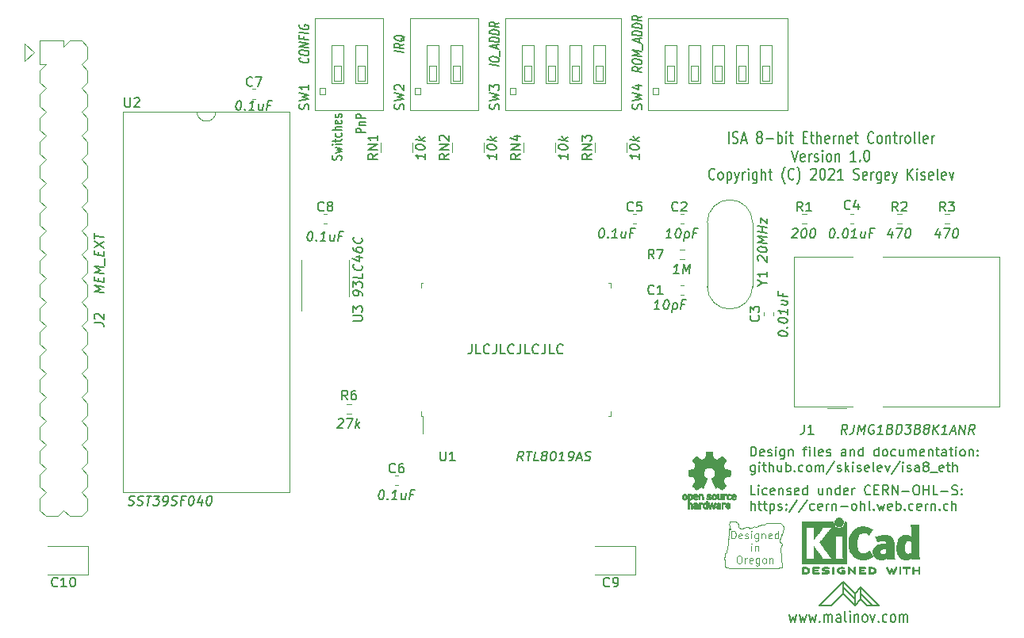
<source format=gto>
%TF.GenerationSoftware,KiCad,Pcbnew,(5.1.8)-1*%
%TF.CreationDate,2021-04-30T16:31:18-07:00*%
%TF.ProjectId,ISA8_Ethernet,49534138-5f45-4746-9865-726e65742e6b,1.0*%
%TF.SameCoordinates,Original*%
%TF.FileFunction,Legend,Top*%
%TF.FilePolarity,Positive*%
%FSLAX46Y46*%
G04 Gerber Fmt 4.6, Leading zero omitted, Abs format (unit mm)*
G04 Created by KiCad (PCBNEW (5.1.8)-1) date 2021-04-30 16:31:18*
%MOMM*%
%LPD*%
G01*
G04 APERTURE LIST*
%ADD10C,0.150000*%
%ADD11C,0.120000*%
%ADD12C,0.203200*%
%ADD13C,0.010000*%
G04 APERTURE END LIST*
D10*
X180516785Y-112022380D02*
X180040595Y-112022380D01*
X180040595Y-111022380D01*
X180850119Y-112022380D02*
X180850119Y-111355714D01*
X180850119Y-111022380D02*
X180802500Y-111070000D01*
X180850119Y-111117619D01*
X180897738Y-111070000D01*
X180850119Y-111022380D01*
X180850119Y-111117619D01*
X181754880Y-111974761D02*
X181659642Y-112022380D01*
X181469166Y-112022380D01*
X181373928Y-111974761D01*
X181326309Y-111927142D01*
X181278690Y-111831904D01*
X181278690Y-111546190D01*
X181326309Y-111450952D01*
X181373928Y-111403333D01*
X181469166Y-111355714D01*
X181659642Y-111355714D01*
X181754880Y-111403333D01*
X182564404Y-111974761D02*
X182469166Y-112022380D01*
X182278690Y-112022380D01*
X182183452Y-111974761D01*
X182135833Y-111879523D01*
X182135833Y-111498571D01*
X182183452Y-111403333D01*
X182278690Y-111355714D01*
X182469166Y-111355714D01*
X182564404Y-111403333D01*
X182612023Y-111498571D01*
X182612023Y-111593809D01*
X182135833Y-111689047D01*
X183040595Y-111355714D02*
X183040595Y-112022380D01*
X183040595Y-111450952D02*
X183088214Y-111403333D01*
X183183452Y-111355714D01*
X183326309Y-111355714D01*
X183421547Y-111403333D01*
X183469166Y-111498571D01*
X183469166Y-112022380D01*
X183897738Y-111974761D02*
X183992976Y-112022380D01*
X184183452Y-112022380D01*
X184278690Y-111974761D01*
X184326309Y-111879523D01*
X184326309Y-111831904D01*
X184278690Y-111736666D01*
X184183452Y-111689047D01*
X184040595Y-111689047D01*
X183945357Y-111641428D01*
X183897738Y-111546190D01*
X183897738Y-111498571D01*
X183945357Y-111403333D01*
X184040595Y-111355714D01*
X184183452Y-111355714D01*
X184278690Y-111403333D01*
X185135833Y-111974761D02*
X185040595Y-112022380D01*
X184850119Y-112022380D01*
X184754880Y-111974761D01*
X184707261Y-111879523D01*
X184707261Y-111498571D01*
X184754880Y-111403333D01*
X184850119Y-111355714D01*
X185040595Y-111355714D01*
X185135833Y-111403333D01*
X185183452Y-111498571D01*
X185183452Y-111593809D01*
X184707261Y-111689047D01*
X186040595Y-112022380D02*
X186040595Y-111022380D01*
X186040595Y-111974761D02*
X185945357Y-112022380D01*
X185754880Y-112022380D01*
X185659642Y-111974761D01*
X185612023Y-111927142D01*
X185564404Y-111831904D01*
X185564404Y-111546190D01*
X185612023Y-111450952D01*
X185659642Y-111403333D01*
X185754880Y-111355714D01*
X185945357Y-111355714D01*
X186040595Y-111403333D01*
X187707261Y-111355714D02*
X187707261Y-112022380D01*
X187278690Y-111355714D02*
X187278690Y-111879523D01*
X187326309Y-111974761D01*
X187421547Y-112022380D01*
X187564404Y-112022380D01*
X187659642Y-111974761D01*
X187707261Y-111927142D01*
X188183452Y-111355714D02*
X188183452Y-112022380D01*
X188183452Y-111450952D02*
X188231071Y-111403333D01*
X188326309Y-111355714D01*
X188469166Y-111355714D01*
X188564404Y-111403333D01*
X188612023Y-111498571D01*
X188612023Y-112022380D01*
X189516785Y-112022380D02*
X189516785Y-111022380D01*
X189516785Y-111974761D02*
X189421547Y-112022380D01*
X189231071Y-112022380D01*
X189135833Y-111974761D01*
X189088214Y-111927142D01*
X189040595Y-111831904D01*
X189040595Y-111546190D01*
X189088214Y-111450952D01*
X189135833Y-111403333D01*
X189231071Y-111355714D01*
X189421547Y-111355714D01*
X189516785Y-111403333D01*
X190373928Y-111974761D02*
X190278690Y-112022380D01*
X190088214Y-112022380D01*
X189992976Y-111974761D01*
X189945357Y-111879523D01*
X189945357Y-111498571D01*
X189992976Y-111403333D01*
X190088214Y-111355714D01*
X190278690Y-111355714D01*
X190373928Y-111403333D01*
X190421547Y-111498571D01*
X190421547Y-111593809D01*
X189945357Y-111689047D01*
X190850119Y-112022380D02*
X190850119Y-111355714D01*
X190850119Y-111546190D02*
X190897738Y-111450952D01*
X190945357Y-111403333D01*
X191040595Y-111355714D01*
X191135833Y-111355714D01*
X192802500Y-111927142D02*
X192754880Y-111974761D01*
X192612023Y-112022380D01*
X192516785Y-112022380D01*
X192373928Y-111974761D01*
X192278690Y-111879523D01*
X192231071Y-111784285D01*
X192183452Y-111593809D01*
X192183452Y-111450952D01*
X192231071Y-111260476D01*
X192278690Y-111165238D01*
X192373928Y-111070000D01*
X192516785Y-111022380D01*
X192612023Y-111022380D01*
X192754880Y-111070000D01*
X192802500Y-111117619D01*
X193231071Y-111498571D02*
X193564404Y-111498571D01*
X193707261Y-112022380D02*
X193231071Y-112022380D01*
X193231071Y-111022380D01*
X193707261Y-111022380D01*
X194707261Y-112022380D02*
X194373928Y-111546190D01*
X194135833Y-112022380D02*
X194135833Y-111022380D01*
X194516785Y-111022380D01*
X194612023Y-111070000D01*
X194659642Y-111117619D01*
X194707261Y-111212857D01*
X194707261Y-111355714D01*
X194659642Y-111450952D01*
X194612023Y-111498571D01*
X194516785Y-111546190D01*
X194135833Y-111546190D01*
X195135833Y-112022380D02*
X195135833Y-111022380D01*
X195707261Y-112022380D01*
X195707261Y-111022380D01*
X196183452Y-111641428D02*
X196945357Y-111641428D01*
X197612023Y-111022380D02*
X197802500Y-111022380D01*
X197897738Y-111070000D01*
X197992976Y-111165238D01*
X198040595Y-111355714D01*
X198040595Y-111689047D01*
X197992976Y-111879523D01*
X197897738Y-111974761D01*
X197802500Y-112022380D01*
X197612023Y-112022380D01*
X197516785Y-111974761D01*
X197421547Y-111879523D01*
X197373928Y-111689047D01*
X197373928Y-111355714D01*
X197421547Y-111165238D01*
X197516785Y-111070000D01*
X197612023Y-111022380D01*
X198469166Y-112022380D02*
X198469166Y-111022380D01*
X198469166Y-111498571D02*
X199040595Y-111498571D01*
X199040595Y-112022380D02*
X199040595Y-111022380D01*
X199992976Y-112022380D02*
X199516785Y-112022380D01*
X199516785Y-111022380D01*
X200326309Y-111641428D02*
X201088214Y-111641428D01*
X201516785Y-111974761D02*
X201659642Y-112022380D01*
X201897738Y-112022380D01*
X201992976Y-111974761D01*
X202040595Y-111927142D01*
X202088214Y-111831904D01*
X202088214Y-111736666D01*
X202040595Y-111641428D01*
X201992976Y-111593809D01*
X201897738Y-111546190D01*
X201707261Y-111498571D01*
X201612023Y-111450952D01*
X201564404Y-111403333D01*
X201516785Y-111308095D01*
X201516785Y-111212857D01*
X201564404Y-111117619D01*
X201612023Y-111070000D01*
X201707261Y-111022380D01*
X201945357Y-111022380D01*
X202088214Y-111070000D01*
X202516785Y-111927142D02*
X202564404Y-111974761D01*
X202516785Y-112022380D01*
X202469166Y-111974761D01*
X202516785Y-111927142D01*
X202516785Y-112022380D01*
X202516785Y-111403333D02*
X202564404Y-111450952D01*
X202516785Y-111498571D01*
X202469166Y-111450952D01*
X202516785Y-111403333D01*
X202516785Y-111498571D01*
X180040595Y-113672380D02*
X180040595Y-112672380D01*
X180469166Y-113672380D02*
X180469166Y-113148571D01*
X180421547Y-113053333D01*
X180326309Y-113005714D01*
X180183452Y-113005714D01*
X180088214Y-113053333D01*
X180040595Y-113100952D01*
X180802500Y-113005714D02*
X181183452Y-113005714D01*
X180945357Y-112672380D02*
X180945357Y-113529523D01*
X180992976Y-113624761D01*
X181088214Y-113672380D01*
X181183452Y-113672380D01*
X181373928Y-113005714D02*
X181754880Y-113005714D01*
X181516785Y-112672380D02*
X181516785Y-113529523D01*
X181564404Y-113624761D01*
X181659642Y-113672380D01*
X181754880Y-113672380D01*
X182088214Y-113005714D02*
X182088214Y-114005714D01*
X182088214Y-113053333D02*
X182183452Y-113005714D01*
X182373928Y-113005714D01*
X182469166Y-113053333D01*
X182516785Y-113100952D01*
X182564404Y-113196190D01*
X182564404Y-113481904D01*
X182516785Y-113577142D01*
X182469166Y-113624761D01*
X182373928Y-113672380D01*
X182183452Y-113672380D01*
X182088214Y-113624761D01*
X182945357Y-113624761D02*
X183040595Y-113672380D01*
X183231071Y-113672380D01*
X183326309Y-113624761D01*
X183373928Y-113529523D01*
X183373928Y-113481904D01*
X183326309Y-113386666D01*
X183231071Y-113339047D01*
X183088214Y-113339047D01*
X182992976Y-113291428D01*
X182945357Y-113196190D01*
X182945357Y-113148571D01*
X182992976Y-113053333D01*
X183088214Y-113005714D01*
X183231071Y-113005714D01*
X183326309Y-113053333D01*
X183802500Y-113577142D02*
X183850119Y-113624761D01*
X183802500Y-113672380D01*
X183754880Y-113624761D01*
X183802500Y-113577142D01*
X183802500Y-113672380D01*
X183802500Y-113053333D02*
X183850119Y-113100952D01*
X183802500Y-113148571D01*
X183754880Y-113100952D01*
X183802500Y-113053333D01*
X183802500Y-113148571D01*
X184992976Y-112624761D02*
X184135833Y-113910476D01*
X186040595Y-112624761D02*
X185183452Y-113910476D01*
X186802500Y-113624761D02*
X186707261Y-113672380D01*
X186516785Y-113672380D01*
X186421547Y-113624761D01*
X186373928Y-113577142D01*
X186326309Y-113481904D01*
X186326309Y-113196190D01*
X186373928Y-113100952D01*
X186421547Y-113053333D01*
X186516785Y-113005714D01*
X186707261Y-113005714D01*
X186802500Y-113053333D01*
X187612023Y-113624761D02*
X187516785Y-113672380D01*
X187326309Y-113672380D01*
X187231071Y-113624761D01*
X187183452Y-113529523D01*
X187183452Y-113148571D01*
X187231071Y-113053333D01*
X187326309Y-113005714D01*
X187516785Y-113005714D01*
X187612023Y-113053333D01*
X187659642Y-113148571D01*
X187659642Y-113243809D01*
X187183452Y-113339047D01*
X188088214Y-113672380D02*
X188088214Y-113005714D01*
X188088214Y-113196190D02*
X188135833Y-113100952D01*
X188183452Y-113053333D01*
X188278690Y-113005714D01*
X188373928Y-113005714D01*
X188707261Y-113005714D02*
X188707261Y-113672380D01*
X188707261Y-113100952D02*
X188754880Y-113053333D01*
X188850119Y-113005714D01*
X188992976Y-113005714D01*
X189088214Y-113053333D01*
X189135833Y-113148571D01*
X189135833Y-113672380D01*
X189612023Y-113291428D02*
X190373928Y-113291428D01*
X190992976Y-113672380D02*
X190897738Y-113624761D01*
X190850119Y-113577142D01*
X190802500Y-113481904D01*
X190802500Y-113196190D01*
X190850119Y-113100952D01*
X190897738Y-113053333D01*
X190992976Y-113005714D01*
X191135833Y-113005714D01*
X191231071Y-113053333D01*
X191278690Y-113100952D01*
X191326309Y-113196190D01*
X191326309Y-113481904D01*
X191278690Y-113577142D01*
X191231071Y-113624761D01*
X191135833Y-113672380D01*
X190992976Y-113672380D01*
X191754880Y-113672380D02*
X191754880Y-112672380D01*
X192183452Y-113672380D02*
X192183452Y-113148571D01*
X192135833Y-113053333D01*
X192040595Y-113005714D01*
X191897738Y-113005714D01*
X191802500Y-113053333D01*
X191754880Y-113100952D01*
X192802500Y-113672380D02*
X192707261Y-113624761D01*
X192659642Y-113529523D01*
X192659642Y-112672380D01*
X193183452Y-113577142D02*
X193231071Y-113624761D01*
X193183452Y-113672380D01*
X193135833Y-113624761D01*
X193183452Y-113577142D01*
X193183452Y-113672380D01*
X193564404Y-113005714D02*
X193754880Y-113672380D01*
X193945357Y-113196190D01*
X194135833Y-113672380D01*
X194326309Y-113005714D01*
X195088214Y-113624761D02*
X194992976Y-113672380D01*
X194802500Y-113672380D01*
X194707261Y-113624761D01*
X194659642Y-113529523D01*
X194659642Y-113148571D01*
X194707261Y-113053333D01*
X194802500Y-113005714D01*
X194992976Y-113005714D01*
X195088214Y-113053333D01*
X195135833Y-113148571D01*
X195135833Y-113243809D01*
X194659642Y-113339047D01*
X195564404Y-113672380D02*
X195564404Y-112672380D01*
X195564404Y-113053333D02*
X195659642Y-113005714D01*
X195850119Y-113005714D01*
X195945357Y-113053333D01*
X195992976Y-113100952D01*
X196040595Y-113196190D01*
X196040595Y-113481904D01*
X195992976Y-113577142D01*
X195945357Y-113624761D01*
X195850119Y-113672380D01*
X195659642Y-113672380D01*
X195564404Y-113624761D01*
X196469166Y-113577142D02*
X196516785Y-113624761D01*
X196469166Y-113672380D01*
X196421547Y-113624761D01*
X196469166Y-113577142D01*
X196469166Y-113672380D01*
X197373928Y-113624761D02*
X197278690Y-113672380D01*
X197088214Y-113672380D01*
X196992976Y-113624761D01*
X196945357Y-113577142D01*
X196897738Y-113481904D01*
X196897738Y-113196190D01*
X196945357Y-113100952D01*
X196992976Y-113053333D01*
X197088214Y-113005714D01*
X197278690Y-113005714D01*
X197373928Y-113053333D01*
X198183452Y-113624761D02*
X198088214Y-113672380D01*
X197897738Y-113672380D01*
X197802500Y-113624761D01*
X197754880Y-113529523D01*
X197754880Y-113148571D01*
X197802500Y-113053333D01*
X197897738Y-113005714D01*
X198088214Y-113005714D01*
X198183452Y-113053333D01*
X198231071Y-113148571D01*
X198231071Y-113243809D01*
X197754880Y-113339047D01*
X198659642Y-113672380D02*
X198659642Y-113005714D01*
X198659642Y-113196190D02*
X198707261Y-113100952D01*
X198754880Y-113053333D01*
X198850119Y-113005714D01*
X198945357Y-113005714D01*
X199278690Y-113005714D02*
X199278690Y-113672380D01*
X199278690Y-113100952D02*
X199326309Y-113053333D01*
X199421547Y-113005714D01*
X199564404Y-113005714D01*
X199659642Y-113053333D01*
X199707261Y-113148571D01*
X199707261Y-113672380D01*
X200183452Y-113577142D02*
X200231071Y-113624761D01*
X200183452Y-113672380D01*
X200135833Y-113624761D01*
X200183452Y-113577142D01*
X200183452Y-113672380D01*
X201088214Y-113624761D02*
X200992976Y-113672380D01*
X200802500Y-113672380D01*
X200707261Y-113624761D01*
X200659642Y-113577142D01*
X200612023Y-113481904D01*
X200612023Y-113196190D01*
X200659642Y-113100952D01*
X200707261Y-113053333D01*
X200802500Y-113005714D01*
X200992976Y-113005714D01*
X201088214Y-113053333D01*
X201516785Y-113672380D02*
X201516785Y-112672380D01*
X201945357Y-113672380D02*
X201945357Y-113148571D01*
X201897738Y-113053333D01*
X201802500Y-113005714D01*
X201659642Y-113005714D01*
X201564404Y-113053333D01*
X201516785Y-113100952D01*
D11*
X102552500Y-65722500D02*
X102552500Y-63817500D01*
X103505000Y-64770000D02*
X102552500Y-65722500D01*
X102552500Y-63817500D02*
X103505000Y-64770000D01*
D10*
X180040595Y-107894880D02*
X180040595Y-106894880D01*
X180278690Y-106894880D01*
X180421547Y-106942500D01*
X180516785Y-107037738D01*
X180564404Y-107132976D01*
X180612023Y-107323452D01*
X180612023Y-107466309D01*
X180564404Y-107656785D01*
X180516785Y-107752023D01*
X180421547Y-107847261D01*
X180278690Y-107894880D01*
X180040595Y-107894880D01*
X181421547Y-107847261D02*
X181326309Y-107894880D01*
X181135833Y-107894880D01*
X181040595Y-107847261D01*
X180992976Y-107752023D01*
X180992976Y-107371071D01*
X181040595Y-107275833D01*
X181135833Y-107228214D01*
X181326309Y-107228214D01*
X181421547Y-107275833D01*
X181469166Y-107371071D01*
X181469166Y-107466309D01*
X180992976Y-107561547D01*
X181850119Y-107847261D02*
X181945357Y-107894880D01*
X182135833Y-107894880D01*
X182231071Y-107847261D01*
X182278690Y-107752023D01*
X182278690Y-107704404D01*
X182231071Y-107609166D01*
X182135833Y-107561547D01*
X181992976Y-107561547D01*
X181897738Y-107513928D01*
X181850119Y-107418690D01*
X181850119Y-107371071D01*
X181897738Y-107275833D01*
X181992976Y-107228214D01*
X182135833Y-107228214D01*
X182231071Y-107275833D01*
X182707261Y-107894880D02*
X182707261Y-107228214D01*
X182707261Y-106894880D02*
X182659642Y-106942500D01*
X182707261Y-106990119D01*
X182754880Y-106942500D01*
X182707261Y-106894880D01*
X182707261Y-106990119D01*
X183612023Y-107228214D02*
X183612023Y-108037738D01*
X183564404Y-108132976D01*
X183516785Y-108180595D01*
X183421547Y-108228214D01*
X183278690Y-108228214D01*
X183183452Y-108180595D01*
X183612023Y-107847261D02*
X183516785Y-107894880D01*
X183326309Y-107894880D01*
X183231071Y-107847261D01*
X183183452Y-107799642D01*
X183135833Y-107704404D01*
X183135833Y-107418690D01*
X183183452Y-107323452D01*
X183231071Y-107275833D01*
X183326309Y-107228214D01*
X183516785Y-107228214D01*
X183612023Y-107275833D01*
X184088214Y-107228214D02*
X184088214Y-107894880D01*
X184088214Y-107323452D02*
X184135833Y-107275833D01*
X184231071Y-107228214D01*
X184373928Y-107228214D01*
X184469166Y-107275833D01*
X184516785Y-107371071D01*
X184516785Y-107894880D01*
X185612023Y-107228214D02*
X185992976Y-107228214D01*
X185754880Y-107894880D02*
X185754880Y-107037738D01*
X185802500Y-106942500D01*
X185897738Y-106894880D01*
X185992976Y-106894880D01*
X186326309Y-107894880D02*
X186326309Y-107228214D01*
X186326309Y-106894880D02*
X186278690Y-106942500D01*
X186326309Y-106990119D01*
X186373928Y-106942500D01*
X186326309Y-106894880D01*
X186326309Y-106990119D01*
X186945357Y-107894880D02*
X186850119Y-107847261D01*
X186802500Y-107752023D01*
X186802500Y-106894880D01*
X187707261Y-107847261D02*
X187612023Y-107894880D01*
X187421547Y-107894880D01*
X187326309Y-107847261D01*
X187278690Y-107752023D01*
X187278690Y-107371071D01*
X187326309Y-107275833D01*
X187421547Y-107228214D01*
X187612023Y-107228214D01*
X187707261Y-107275833D01*
X187754880Y-107371071D01*
X187754880Y-107466309D01*
X187278690Y-107561547D01*
X188135833Y-107847261D02*
X188231071Y-107894880D01*
X188421547Y-107894880D01*
X188516785Y-107847261D01*
X188564404Y-107752023D01*
X188564404Y-107704404D01*
X188516785Y-107609166D01*
X188421547Y-107561547D01*
X188278690Y-107561547D01*
X188183452Y-107513928D01*
X188135833Y-107418690D01*
X188135833Y-107371071D01*
X188183452Y-107275833D01*
X188278690Y-107228214D01*
X188421547Y-107228214D01*
X188516785Y-107275833D01*
X190183452Y-107894880D02*
X190183452Y-107371071D01*
X190135833Y-107275833D01*
X190040595Y-107228214D01*
X189850119Y-107228214D01*
X189754880Y-107275833D01*
X190183452Y-107847261D02*
X190088214Y-107894880D01*
X189850119Y-107894880D01*
X189754880Y-107847261D01*
X189707261Y-107752023D01*
X189707261Y-107656785D01*
X189754880Y-107561547D01*
X189850119Y-107513928D01*
X190088214Y-107513928D01*
X190183452Y-107466309D01*
X190659642Y-107228214D02*
X190659642Y-107894880D01*
X190659642Y-107323452D02*
X190707261Y-107275833D01*
X190802500Y-107228214D01*
X190945357Y-107228214D01*
X191040595Y-107275833D01*
X191088214Y-107371071D01*
X191088214Y-107894880D01*
X191992976Y-107894880D02*
X191992976Y-106894880D01*
X191992976Y-107847261D02*
X191897738Y-107894880D01*
X191707261Y-107894880D01*
X191612023Y-107847261D01*
X191564404Y-107799642D01*
X191516785Y-107704404D01*
X191516785Y-107418690D01*
X191564404Y-107323452D01*
X191612023Y-107275833D01*
X191707261Y-107228214D01*
X191897738Y-107228214D01*
X191992976Y-107275833D01*
X193659642Y-107894880D02*
X193659642Y-106894880D01*
X193659642Y-107847261D02*
X193564404Y-107894880D01*
X193373928Y-107894880D01*
X193278690Y-107847261D01*
X193231071Y-107799642D01*
X193183452Y-107704404D01*
X193183452Y-107418690D01*
X193231071Y-107323452D01*
X193278690Y-107275833D01*
X193373928Y-107228214D01*
X193564404Y-107228214D01*
X193659642Y-107275833D01*
X194278690Y-107894880D02*
X194183452Y-107847261D01*
X194135833Y-107799642D01*
X194088214Y-107704404D01*
X194088214Y-107418690D01*
X194135833Y-107323452D01*
X194183452Y-107275833D01*
X194278690Y-107228214D01*
X194421547Y-107228214D01*
X194516785Y-107275833D01*
X194564404Y-107323452D01*
X194612023Y-107418690D01*
X194612023Y-107704404D01*
X194564404Y-107799642D01*
X194516785Y-107847261D01*
X194421547Y-107894880D01*
X194278690Y-107894880D01*
X195469166Y-107847261D02*
X195373928Y-107894880D01*
X195183452Y-107894880D01*
X195088214Y-107847261D01*
X195040595Y-107799642D01*
X194992976Y-107704404D01*
X194992976Y-107418690D01*
X195040595Y-107323452D01*
X195088214Y-107275833D01*
X195183452Y-107228214D01*
X195373928Y-107228214D01*
X195469166Y-107275833D01*
X196326309Y-107228214D02*
X196326309Y-107894880D01*
X195897738Y-107228214D02*
X195897738Y-107752023D01*
X195945357Y-107847261D01*
X196040595Y-107894880D01*
X196183452Y-107894880D01*
X196278690Y-107847261D01*
X196326309Y-107799642D01*
X196802500Y-107894880D02*
X196802500Y-107228214D01*
X196802500Y-107323452D02*
X196850119Y-107275833D01*
X196945357Y-107228214D01*
X197088214Y-107228214D01*
X197183452Y-107275833D01*
X197231071Y-107371071D01*
X197231071Y-107894880D01*
X197231071Y-107371071D02*
X197278690Y-107275833D01*
X197373928Y-107228214D01*
X197516785Y-107228214D01*
X197612023Y-107275833D01*
X197659642Y-107371071D01*
X197659642Y-107894880D01*
X198516785Y-107847261D02*
X198421547Y-107894880D01*
X198231071Y-107894880D01*
X198135833Y-107847261D01*
X198088214Y-107752023D01*
X198088214Y-107371071D01*
X198135833Y-107275833D01*
X198231071Y-107228214D01*
X198421547Y-107228214D01*
X198516785Y-107275833D01*
X198564404Y-107371071D01*
X198564404Y-107466309D01*
X198088214Y-107561547D01*
X198992976Y-107228214D02*
X198992976Y-107894880D01*
X198992976Y-107323452D02*
X199040595Y-107275833D01*
X199135833Y-107228214D01*
X199278690Y-107228214D01*
X199373928Y-107275833D01*
X199421547Y-107371071D01*
X199421547Y-107894880D01*
X199754880Y-107228214D02*
X200135833Y-107228214D01*
X199897738Y-106894880D02*
X199897738Y-107752023D01*
X199945357Y-107847261D01*
X200040595Y-107894880D01*
X200135833Y-107894880D01*
X200897738Y-107894880D02*
X200897738Y-107371071D01*
X200850119Y-107275833D01*
X200754880Y-107228214D01*
X200564404Y-107228214D01*
X200469166Y-107275833D01*
X200897738Y-107847261D02*
X200802500Y-107894880D01*
X200564404Y-107894880D01*
X200469166Y-107847261D01*
X200421547Y-107752023D01*
X200421547Y-107656785D01*
X200469166Y-107561547D01*
X200564404Y-107513928D01*
X200802500Y-107513928D01*
X200897738Y-107466309D01*
X201231071Y-107228214D02*
X201612023Y-107228214D01*
X201373928Y-106894880D02*
X201373928Y-107752023D01*
X201421547Y-107847261D01*
X201516785Y-107894880D01*
X201612023Y-107894880D01*
X201945357Y-107894880D02*
X201945357Y-107228214D01*
X201945357Y-106894880D02*
X201897738Y-106942500D01*
X201945357Y-106990119D01*
X201992976Y-106942500D01*
X201945357Y-106894880D01*
X201945357Y-106990119D01*
X202564404Y-107894880D02*
X202469166Y-107847261D01*
X202421547Y-107799642D01*
X202373928Y-107704404D01*
X202373928Y-107418690D01*
X202421547Y-107323452D01*
X202469166Y-107275833D01*
X202564404Y-107228214D01*
X202707261Y-107228214D01*
X202802500Y-107275833D01*
X202850119Y-107323452D01*
X202897738Y-107418690D01*
X202897738Y-107704404D01*
X202850119Y-107799642D01*
X202802500Y-107847261D01*
X202707261Y-107894880D01*
X202564404Y-107894880D01*
X203326309Y-107228214D02*
X203326309Y-107894880D01*
X203326309Y-107323452D02*
X203373928Y-107275833D01*
X203469166Y-107228214D01*
X203612023Y-107228214D01*
X203707261Y-107275833D01*
X203754880Y-107371071D01*
X203754880Y-107894880D01*
X204231071Y-107799642D02*
X204278690Y-107847261D01*
X204231071Y-107894880D01*
X204183452Y-107847261D01*
X204231071Y-107799642D01*
X204231071Y-107894880D01*
X204231071Y-107275833D02*
X204278690Y-107323452D01*
X204231071Y-107371071D01*
X204183452Y-107323452D01*
X204231071Y-107275833D01*
X204231071Y-107371071D01*
X180469166Y-108878214D02*
X180469166Y-109687738D01*
X180421547Y-109782976D01*
X180373928Y-109830595D01*
X180278690Y-109878214D01*
X180135833Y-109878214D01*
X180040595Y-109830595D01*
X180469166Y-109497261D02*
X180373928Y-109544880D01*
X180183452Y-109544880D01*
X180088214Y-109497261D01*
X180040595Y-109449642D01*
X179992976Y-109354404D01*
X179992976Y-109068690D01*
X180040595Y-108973452D01*
X180088214Y-108925833D01*
X180183452Y-108878214D01*
X180373928Y-108878214D01*
X180469166Y-108925833D01*
X180945357Y-109544880D02*
X180945357Y-108878214D01*
X180945357Y-108544880D02*
X180897738Y-108592500D01*
X180945357Y-108640119D01*
X180992976Y-108592500D01*
X180945357Y-108544880D01*
X180945357Y-108640119D01*
X181278690Y-108878214D02*
X181659642Y-108878214D01*
X181421547Y-108544880D02*
X181421547Y-109402023D01*
X181469166Y-109497261D01*
X181564404Y-109544880D01*
X181659642Y-109544880D01*
X181992976Y-109544880D02*
X181992976Y-108544880D01*
X182421547Y-109544880D02*
X182421547Y-109021071D01*
X182373928Y-108925833D01*
X182278690Y-108878214D01*
X182135833Y-108878214D01*
X182040595Y-108925833D01*
X181992976Y-108973452D01*
X183326309Y-108878214D02*
X183326309Y-109544880D01*
X182897738Y-108878214D02*
X182897738Y-109402023D01*
X182945357Y-109497261D01*
X183040595Y-109544880D01*
X183183452Y-109544880D01*
X183278690Y-109497261D01*
X183326309Y-109449642D01*
X183802500Y-109544880D02*
X183802500Y-108544880D01*
X183802500Y-108925833D02*
X183897738Y-108878214D01*
X184088214Y-108878214D01*
X184183452Y-108925833D01*
X184231071Y-108973452D01*
X184278690Y-109068690D01*
X184278690Y-109354404D01*
X184231071Y-109449642D01*
X184183452Y-109497261D01*
X184088214Y-109544880D01*
X183897738Y-109544880D01*
X183802500Y-109497261D01*
X184707261Y-109449642D02*
X184754880Y-109497261D01*
X184707261Y-109544880D01*
X184659642Y-109497261D01*
X184707261Y-109449642D01*
X184707261Y-109544880D01*
X185612023Y-109497261D02*
X185516785Y-109544880D01*
X185326309Y-109544880D01*
X185231071Y-109497261D01*
X185183452Y-109449642D01*
X185135833Y-109354404D01*
X185135833Y-109068690D01*
X185183452Y-108973452D01*
X185231071Y-108925833D01*
X185326309Y-108878214D01*
X185516785Y-108878214D01*
X185612023Y-108925833D01*
X186183452Y-109544880D02*
X186088214Y-109497261D01*
X186040595Y-109449642D01*
X185992976Y-109354404D01*
X185992976Y-109068690D01*
X186040595Y-108973452D01*
X186088214Y-108925833D01*
X186183452Y-108878214D01*
X186326309Y-108878214D01*
X186421547Y-108925833D01*
X186469166Y-108973452D01*
X186516785Y-109068690D01*
X186516785Y-109354404D01*
X186469166Y-109449642D01*
X186421547Y-109497261D01*
X186326309Y-109544880D01*
X186183452Y-109544880D01*
X186945357Y-109544880D02*
X186945357Y-108878214D01*
X186945357Y-108973452D02*
X186992976Y-108925833D01*
X187088214Y-108878214D01*
X187231071Y-108878214D01*
X187326309Y-108925833D01*
X187373928Y-109021071D01*
X187373928Y-109544880D01*
X187373928Y-109021071D02*
X187421547Y-108925833D01*
X187516785Y-108878214D01*
X187659642Y-108878214D01*
X187754880Y-108925833D01*
X187802500Y-109021071D01*
X187802500Y-109544880D01*
X188992976Y-108497261D02*
X188135833Y-109782976D01*
X189278690Y-109497261D02*
X189373928Y-109544880D01*
X189564404Y-109544880D01*
X189659642Y-109497261D01*
X189707261Y-109402023D01*
X189707261Y-109354404D01*
X189659642Y-109259166D01*
X189564404Y-109211547D01*
X189421547Y-109211547D01*
X189326309Y-109163928D01*
X189278690Y-109068690D01*
X189278690Y-109021071D01*
X189326309Y-108925833D01*
X189421547Y-108878214D01*
X189564404Y-108878214D01*
X189659642Y-108925833D01*
X190135833Y-109544880D02*
X190135833Y-108544880D01*
X190231071Y-109163928D02*
X190516785Y-109544880D01*
X190516785Y-108878214D02*
X190135833Y-109259166D01*
X190945357Y-109544880D02*
X190945357Y-108878214D01*
X190945357Y-108544880D02*
X190897738Y-108592500D01*
X190945357Y-108640119D01*
X190992976Y-108592500D01*
X190945357Y-108544880D01*
X190945357Y-108640119D01*
X191373928Y-109497261D02*
X191469166Y-109544880D01*
X191659642Y-109544880D01*
X191754880Y-109497261D01*
X191802500Y-109402023D01*
X191802500Y-109354404D01*
X191754880Y-109259166D01*
X191659642Y-109211547D01*
X191516785Y-109211547D01*
X191421547Y-109163928D01*
X191373928Y-109068690D01*
X191373928Y-109021071D01*
X191421547Y-108925833D01*
X191516785Y-108878214D01*
X191659642Y-108878214D01*
X191754880Y-108925833D01*
X192612023Y-109497261D02*
X192516785Y-109544880D01*
X192326309Y-109544880D01*
X192231071Y-109497261D01*
X192183452Y-109402023D01*
X192183452Y-109021071D01*
X192231071Y-108925833D01*
X192326309Y-108878214D01*
X192516785Y-108878214D01*
X192612023Y-108925833D01*
X192659642Y-109021071D01*
X192659642Y-109116309D01*
X192183452Y-109211547D01*
X193231071Y-109544880D02*
X193135833Y-109497261D01*
X193088214Y-109402023D01*
X193088214Y-108544880D01*
X193992976Y-109497261D02*
X193897738Y-109544880D01*
X193707261Y-109544880D01*
X193612023Y-109497261D01*
X193564404Y-109402023D01*
X193564404Y-109021071D01*
X193612023Y-108925833D01*
X193707261Y-108878214D01*
X193897738Y-108878214D01*
X193992976Y-108925833D01*
X194040595Y-109021071D01*
X194040595Y-109116309D01*
X193564404Y-109211547D01*
X194373928Y-108878214D02*
X194612023Y-109544880D01*
X194850119Y-108878214D01*
X195945357Y-108497261D02*
X195088214Y-109782976D01*
X196278690Y-109544880D02*
X196278690Y-108878214D01*
X196278690Y-108544880D02*
X196231071Y-108592500D01*
X196278690Y-108640119D01*
X196326309Y-108592500D01*
X196278690Y-108544880D01*
X196278690Y-108640119D01*
X196707261Y-109497261D02*
X196802500Y-109544880D01*
X196992976Y-109544880D01*
X197088214Y-109497261D01*
X197135833Y-109402023D01*
X197135833Y-109354404D01*
X197088214Y-109259166D01*
X196992976Y-109211547D01*
X196850119Y-109211547D01*
X196754880Y-109163928D01*
X196707261Y-109068690D01*
X196707261Y-109021071D01*
X196754880Y-108925833D01*
X196850119Y-108878214D01*
X196992976Y-108878214D01*
X197088214Y-108925833D01*
X197992976Y-109544880D02*
X197992976Y-109021071D01*
X197945357Y-108925833D01*
X197850119Y-108878214D01*
X197659642Y-108878214D01*
X197564404Y-108925833D01*
X197992976Y-109497261D02*
X197897738Y-109544880D01*
X197659642Y-109544880D01*
X197564404Y-109497261D01*
X197516785Y-109402023D01*
X197516785Y-109306785D01*
X197564404Y-109211547D01*
X197659642Y-109163928D01*
X197897738Y-109163928D01*
X197992976Y-109116309D01*
X198612023Y-108973452D02*
X198516785Y-108925833D01*
X198469166Y-108878214D01*
X198421547Y-108782976D01*
X198421547Y-108735357D01*
X198469166Y-108640119D01*
X198516785Y-108592500D01*
X198612023Y-108544880D01*
X198802500Y-108544880D01*
X198897738Y-108592500D01*
X198945357Y-108640119D01*
X198992976Y-108735357D01*
X198992976Y-108782976D01*
X198945357Y-108878214D01*
X198897738Y-108925833D01*
X198802500Y-108973452D01*
X198612023Y-108973452D01*
X198516785Y-109021071D01*
X198469166Y-109068690D01*
X198421547Y-109163928D01*
X198421547Y-109354404D01*
X198469166Y-109449642D01*
X198516785Y-109497261D01*
X198612023Y-109544880D01*
X198802500Y-109544880D01*
X198897738Y-109497261D01*
X198945357Y-109449642D01*
X198992976Y-109354404D01*
X198992976Y-109163928D01*
X198945357Y-109068690D01*
X198897738Y-109021071D01*
X198802500Y-108973452D01*
X199183452Y-109640119D02*
X199945357Y-109640119D01*
X200564404Y-109497261D02*
X200469166Y-109544880D01*
X200278690Y-109544880D01*
X200183452Y-109497261D01*
X200135833Y-109402023D01*
X200135833Y-109021071D01*
X200183452Y-108925833D01*
X200278690Y-108878214D01*
X200469166Y-108878214D01*
X200564404Y-108925833D01*
X200612023Y-109021071D01*
X200612023Y-109116309D01*
X200135833Y-109211547D01*
X200897738Y-108878214D02*
X201278690Y-108878214D01*
X201040595Y-108544880D02*
X201040595Y-109402023D01*
X201088214Y-109497261D01*
X201183452Y-109544880D01*
X201278690Y-109544880D01*
X201612023Y-109544880D02*
X201612023Y-108544880D01*
X202040595Y-109544880D02*
X202040595Y-109021071D01*
X201992976Y-108925833D01*
X201897738Y-108878214D01*
X201754880Y-108878214D01*
X201659642Y-108925833D01*
X201612023Y-108973452D01*
D11*
X177971761Y-116707404D02*
X177971761Y-115907404D01*
X178162238Y-115907404D01*
X178276523Y-115945500D01*
X178352714Y-116021690D01*
X178390809Y-116097880D01*
X178428904Y-116250261D01*
X178428904Y-116364547D01*
X178390809Y-116516928D01*
X178352714Y-116593119D01*
X178276523Y-116669309D01*
X178162238Y-116707404D01*
X177971761Y-116707404D01*
X179076523Y-116669309D02*
X179000333Y-116707404D01*
X178847952Y-116707404D01*
X178771761Y-116669309D01*
X178733666Y-116593119D01*
X178733666Y-116288357D01*
X178771761Y-116212166D01*
X178847952Y-116174071D01*
X179000333Y-116174071D01*
X179076523Y-116212166D01*
X179114619Y-116288357D01*
X179114619Y-116364547D01*
X178733666Y-116440738D01*
X179419380Y-116669309D02*
X179495571Y-116707404D01*
X179647952Y-116707404D01*
X179724142Y-116669309D01*
X179762238Y-116593119D01*
X179762238Y-116555023D01*
X179724142Y-116478833D01*
X179647952Y-116440738D01*
X179533666Y-116440738D01*
X179457476Y-116402642D01*
X179419380Y-116326452D01*
X179419380Y-116288357D01*
X179457476Y-116212166D01*
X179533666Y-116174071D01*
X179647952Y-116174071D01*
X179724142Y-116212166D01*
X180105095Y-116707404D02*
X180105095Y-116174071D01*
X180105095Y-115907404D02*
X180067000Y-115945500D01*
X180105095Y-115983595D01*
X180143190Y-115945500D01*
X180105095Y-115907404D01*
X180105095Y-115983595D01*
X180828904Y-116174071D02*
X180828904Y-116821690D01*
X180790809Y-116897880D01*
X180752714Y-116935976D01*
X180676523Y-116974071D01*
X180562238Y-116974071D01*
X180486047Y-116935976D01*
X180828904Y-116669309D02*
X180752714Y-116707404D01*
X180600333Y-116707404D01*
X180524142Y-116669309D01*
X180486047Y-116631214D01*
X180447952Y-116555023D01*
X180447952Y-116326452D01*
X180486047Y-116250261D01*
X180524142Y-116212166D01*
X180600333Y-116174071D01*
X180752714Y-116174071D01*
X180828904Y-116212166D01*
X181209857Y-116174071D02*
X181209857Y-116707404D01*
X181209857Y-116250261D02*
X181247952Y-116212166D01*
X181324142Y-116174071D01*
X181438428Y-116174071D01*
X181514619Y-116212166D01*
X181552714Y-116288357D01*
X181552714Y-116707404D01*
X182238428Y-116669309D02*
X182162238Y-116707404D01*
X182009857Y-116707404D01*
X181933666Y-116669309D01*
X181895571Y-116593119D01*
X181895571Y-116288357D01*
X181933666Y-116212166D01*
X182009857Y-116174071D01*
X182162238Y-116174071D01*
X182238428Y-116212166D01*
X182276523Y-116288357D01*
X182276523Y-116364547D01*
X181895571Y-116440738D01*
X182962238Y-116707404D02*
X182962238Y-115907404D01*
X182962238Y-116669309D02*
X182886047Y-116707404D01*
X182733666Y-116707404D01*
X182657476Y-116669309D01*
X182619380Y-116631214D01*
X182581285Y-116555023D01*
X182581285Y-116326452D01*
X182619380Y-116250261D01*
X182657476Y-116212166D01*
X182733666Y-116174071D01*
X182886047Y-116174071D01*
X182962238Y-116212166D01*
X180105095Y-118027404D02*
X180105095Y-117494071D01*
X180105095Y-117227404D02*
X180067000Y-117265500D01*
X180105095Y-117303595D01*
X180143190Y-117265500D01*
X180105095Y-117227404D01*
X180105095Y-117303595D01*
X180486047Y-117494071D02*
X180486047Y-118027404D01*
X180486047Y-117570261D02*
X180524142Y-117532166D01*
X180600333Y-117494071D01*
X180714619Y-117494071D01*
X180790809Y-117532166D01*
X180828904Y-117608357D01*
X180828904Y-118027404D01*
X178714619Y-118547404D02*
X178867000Y-118547404D01*
X178943190Y-118585500D01*
X179019380Y-118661690D01*
X179057476Y-118814071D01*
X179057476Y-119080738D01*
X179019380Y-119233119D01*
X178943190Y-119309309D01*
X178867000Y-119347404D01*
X178714619Y-119347404D01*
X178638428Y-119309309D01*
X178562238Y-119233119D01*
X178524142Y-119080738D01*
X178524142Y-118814071D01*
X178562238Y-118661690D01*
X178638428Y-118585500D01*
X178714619Y-118547404D01*
X179400333Y-119347404D02*
X179400333Y-118814071D01*
X179400333Y-118966452D02*
X179438428Y-118890261D01*
X179476523Y-118852166D01*
X179552714Y-118814071D01*
X179628904Y-118814071D01*
X180200333Y-119309309D02*
X180124142Y-119347404D01*
X179971761Y-119347404D01*
X179895571Y-119309309D01*
X179857476Y-119233119D01*
X179857476Y-118928357D01*
X179895571Y-118852166D01*
X179971761Y-118814071D01*
X180124142Y-118814071D01*
X180200333Y-118852166D01*
X180238428Y-118928357D01*
X180238428Y-119004547D01*
X179857476Y-119080738D01*
X180924142Y-118814071D02*
X180924142Y-119461690D01*
X180886047Y-119537880D01*
X180847952Y-119575976D01*
X180771761Y-119614071D01*
X180657476Y-119614071D01*
X180581285Y-119575976D01*
X180924142Y-119309309D02*
X180847952Y-119347404D01*
X180695571Y-119347404D01*
X180619380Y-119309309D01*
X180581285Y-119271214D01*
X180543190Y-119195023D01*
X180543190Y-118966452D01*
X180581285Y-118890261D01*
X180619380Y-118852166D01*
X180695571Y-118814071D01*
X180847952Y-118814071D01*
X180924142Y-118852166D01*
X181419380Y-119347404D02*
X181343190Y-119309309D01*
X181305095Y-119271214D01*
X181267000Y-119195023D01*
X181267000Y-118966452D01*
X181305095Y-118890261D01*
X181343190Y-118852166D01*
X181419380Y-118814071D01*
X181533666Y-118814071D01*
X181609857Y-118852166D01*
X181647952Y-118890261D01*
X181686047Y-118966452D01*
X181686047Y-119195023D01*
X181647952Y-119271214D01*
X181609857Y-119309309D01*
X181533666Y-119347404D01*
X181419380Y-119347404D01*
X182028904Y-118814071D02*
X182028904Y-119347404D01*
X182028904Y-118890261D02*
X182067000Y-118852166D01*
X182143190Y-118814071D01*
X182257476Y-118814071D01*
X182333666Y-118852166D01*
X182371761Y-118928357D01*
X182371761Y-119347404D01*
X177737135Y-115677230D02*
X177718600Y-116049286D01*
X177737135Y-115118975D02*
X177755670Y-115360820D01*
X177755670Y-115360820D02*
X177755670Y-115435310D01*
X177607530Y-116979615D02*
X177588995Y-117184240D01*
X177681600Y-116774895D02*
X177644530Y-116793575D01*
X177644530Y-116700551D02*
X177681600Y-116774895D01*
X177663065Y-116626075D02*
X177644530Y-116700551D01*
X177663065Y-116421360D02*
X177644530Y-116514441D01*
X177644530Y-116514441D02*
X177663065Y-116626075D01*
X177700065Y-116198050D02*
X177663065Y-116421360D01*
X177755670Y-115435310D02*
X177811205Y-115528320D01*
X177718600Y-116049286D02*
X177700065Y-116198050D01*
X177829740Y-115733040D02*
X177737135Y-115677230D01*
X177792670Y-115528320D02*
X177829740Y-115658480D01*
X177811205Y-115528320D02*
X177792670Y-115528320D01*
X177774135Y-114858520D02*
X177792670Y-115063165D01*
X177792670Y-115063165D02*
X177737135Y-115118975D01*
X177829740Y-115658480D02*
X177829740Y-115733040D01*
X177588995Y-117184240D02*
X177570464Y-117407550D01*
X177644530Y-116793575D02*
X177607530Y-116979615D01*
X183569845Y-115453900D02*
X183421695Y-115323690D01*
X183569845Y-115584130D02*
X183569845Y-115453900D01*
X183569845Y-115584130D02*
X183569845Y-115584130D01*
X183322045Y-116265240D02*
X183329045Y-116253931D01*
X183303595Y-116356255D02*
X183294195Y-116348810D01*
X183537345Y-115646905D02*
X183560545Y-115598945D01*
X183477195Y-115863250D02*
X183483145Y-115830455D01*
X183451445Y-115989685D02*
X183471445Y-115894945D01*
X183343695Y-116230366D02*
X183386045Y-116158840D01*
X183292895Y-116331245D02*
X183303245Y-116300640D01*
X183342995Y-116349075D02*
X183331695Y-116353360D01*
X183273545Y-117184240D02*
X183162495Y-117165635D01*
X183088395Y-117016745D02*
X183106895Y-116886585D01*
X180514575Y-115491050D02*
X180403500Y-115379500D01*
X180662705Y-115472510D02*
X180514575Y-115491050D01*
X183483145Y-115830455D02*
X183507244Y-115733230D01*
X183347595Y-116347010D02*
X183342995Y-116349075D01*
X180755310Y-115379500D02*
X180662705Y-115472510D01*
X183560545Y-115598945D02*
X183569845Y-115584130D01*
X183386045Y-116158840D02*
X183423945Y-116079466D01*
X180755310Y-115379500D02*
X180755310Y-115379500D01*
X182995795Y-115063165D02*
X182995795Y-115081705D01*
X181033050Y-115323690D02*
X181033050Y-115323690D01*
X181347800Y-115212055D02*
X181199740Y-115249205D01*
X183331695Y-116353360D02*
X183317295Y-116356801D01*
X180770884Y-115373645D02*
X180755310Y-115379500D01*
X180810855Y-115360890D02*
X180770884Y-115373645D01*
X181644080Y-115100365D02*
X181514470Y-115230665D01*
X183507244Y-115733230D02*
X183537345Y-115646905D01*
X183329045Y-117370280D02*
X183347595Y-117258730D01*
X180864670Y-115348070D02*
X180810855Y-115360890D01*
X181005215Y-115332985D02*
X180970505Y-115339320D01*
X183106895Y-116886585D02*
X183217995Y-116626075D01*
X180907655Y-115342285D02*
X180864670Y-115348070D01*
X180921995Y-115342285D02*
X180907655Y-115342285D01*
X181033050Y-115323690D02*
X181026100Y-115326585D01*
X180934115Y-115342285D02*
X180921995Y-115342285D01*
X181199740Y-115249205D02*
X181033050Y-115323690D01*
X182088495Y-115100365D02*
X181644080Y-115100365D01*
X183471445Y-115894945D02*
X183477195Y-115863250D01*
X183329045Y-116253931D02*
X183343695Y-116230366D01*
X183217995Y-116626075D02*
X183347595Y-116347010D01*
X183294195Y-116348810D02*
X183292895Y-116331245D01*
X183317295Y-116356801D02*
X183303595Y-116356255D01*
X183347595Y-116347010D02*
X183347595Y-116347010D01*
X183423945Y-116079466D02*
X183451445Y-115989685D01*
X181026100Y-115326585D02*
X181005215Y-115332985D01*
X180970505Y-115339320D02*
X180934115Y-115342285D01*
X181514470Y-115230665D02*
X181347800Y-115212055D01*
X182995795Y-115081705D02*
X182088495Y-115100365D01*
X183236545Y-115044555D02*
X182995795Y-115063165D01*
X183254995Y-115118975D02*
X183236545Y-115044555D01*
X183366145Y-115249205D02*
X183254995Y-115118975D01*
X183347595Y-117258730D02*
X183273545Y-117184240D01*
X183162495Y-117165635D02*
X183088395Y-117016745D01*
X183421695Y-115323690D02*
X183366145Y-115249205D01*
X183303245Y-116300640D02*
X183322045Y-116265240D01*
X177496392Y-117593590D02*
X177514926Y-117705205D01*
X177163114Y-118895975D02*
X177255718Y-119026266D01*
X177237183Y-119398335D02*
X177237183Y-119491355D01*
X183329045Y-119826287D02*
X183236545Y-117705205D01*
X177440857Y-119807685D02*
X177459392Y-119826287D01*
X177292719Y-119658856D02*
X177348253Y-119770477D01*
X177255718Y-119026266D02*
X177292719Y-119137820D01*
X177570464Y-117407550D02*
X177533461Y-117481900D01*
X177311252Y-118505300D02*
X177255718Y-118616920D01*
X177329787Y-118263385D02*
X177311252Y-118281990D01*
X177292719Y-119137820D02*
X177255718Y-119286715D01*
X177311252Y-118281990D02*
X177311252Y-118505300D01*
X183292095Y-117500580D02*
X183329045Y-117370280D01*
X177848205Y-119844822D02*
X178200020Y-119844822D01*
X177422322Y-118021470D02*
X177440857Y-118114550D01*
X183310595Y-117612125D02*
X183292095Y-117500580D01*
X183236545Y-117705205D02*
X183310595Y-117612125D01*
X182662495Y-119863494D02*
X183329045Y-119826287D01*
X181847755Y-119882098D02*
X182662495Y-119863494D01*
X177459392Y-119826287D02*
X177848205Y-119844822D01*
X177237183Y-119491355D02*
X177292719Y-119658856D01*
X177440857Y-118114550D02*
X177477927Y-118207580D01*
X177514926Y-117835435D02*
X177459392Y-117928515D01*
X177533461Y-117481900D02*
X177496392Y-117593590D01*
X178662970Y-119863494D02*
X179292535Y-119882098D01*
X178200020Y-119844822D02*
X178662970Y-119863494D01*
X177255718Y-119286715D02*
X177237183Y-119398335D01*
X177181648Y-118784285D02*
X177163114Y-118895975D01*
X177459392Y-117928515D02*
X177422322Y-118021470D01*
X177255718Y-118616920D02*
X177181648Y-118784285D01*
X180199825Y-119900633D02*
X181847755Y-119882098D01*
X179292535Y-119882098D02*
X180199825Y-119900633D01*
X177514926Y-117705205D02*
X177514926Y-117835435D01*
X177477927Y-118207580D02*
X177329787Y-118263385D01*
X177348253Y-119770477D02*
X177440857Y-119807685D01*
X178681435Y-115267880D02*
X178625900Y-115081705D01*
X178940709Y-115621350D02*
X178774040Y-115584130D01*
X179385065Y-115546860D02*
X179311000Y-115602670D01*
X179681345Y-115491050D02*
X179459135Y-115472510D01*
X178107485Y-114858520D02*
X178014880Y-114914370D01*
X179829480Y-115509710D02*
X179681345Y-115491050D01*
X178311155Y-114914370D02*
X178181485Y-114877120D01*
X178699970Y-115509710D02*
X178681435Y-115379500D01*
X178551830Y-114988770D02*
X178385230Y-114895670D01*
X178181485Y-114877120D02*
X178107485Y-114858520D01*
X179311000Y-115602670D02*
X179144385Y-115621350D01*
X179922085Y-115621350D02*
X179829480Y-115509710D01*
X180144300Y-115546860D02*
X179959090Y-115546860D01*
X178385230Y-114895670D02*
X178311155Y-114914370D01*
X178625900Y-115081705D02*
X178551830Y-114988770D01*
X178774040Y-115584130D02*
X178699970Y-115509710D01*
X179144385Y-115621350D02*
X178940709Y-115621350D01*
X179959090Y-115546860D02*
X179922085Y-115621350D01*
X177940810Y-114895670D02*
X177774135Y-114858520D01*
X178014880Y-114914370D02*
X177940810Y-114895670D01*
X178681435Y-115379500D02*
X178681435Y-115267880D01*
X179459135Y-115472510D02*
X179385065Y-115546860D01*
X180403500Y-115379500D02*
X180144300Y-115546860D01*
D12*
X150247047Y-95963619D02*
X150247047Y-96689333D01*
X150198666Y-96834476D01*
X150101904Y-96931238D01*
X149956761Y-96979619D01*
X149860000Y-96979619D01*
X151214666Y-96979619D02*
X150730857Y-96979619D01*
X150730857Y-95963619D01*
X152133904Y-96882857D02*
X152085523Y-96931238D01*
X151940380Y-96979619D01*
X151843619Y-96979619D01*
X151698476Y-96931238D01*
X151601714Y-96834476D01*
X151553333Y-96737714D01*
X151504952Y-96544190D01*
X151504952Y-96399047D01*
X151553333Y-96205523D01*
X151601714Y-96108761D01*
X151698476Y-96012000D01*
X151843619Y-95963619D01*
X151940380Y-95963619D01*
X152085523Y-96012000D01*
X152133904Y-96060380D01*
X152859619Y-95963619D02*
X152859619Y-96689333D01*
X152811238Y-96834476D01*
X152714476Y-96931238D01*
X152569333Y-96979619D01*
X152472571Y-96979619D01*
X153827238Y-96979619D02*
X153343428Y-96979619D01*
X153343428Y-95963619D01*
X154746476Y-96882857D02*
X154698095Y-96931238D01*
X154552952Y-96979619D01*
X154456190Y-96979619D01*
X154311047Y-96931238D01*
X154214285Y-96834476D01*
X154165904Y-96737714D01*
X154117523Y-96544190D01*
X154117523Y-96399047D01*
X154165904Y-96205523D01*
X154214285Y-96108761D01*
X154311047Y-96012000D01*
X154456190Y-95963619D01*
X154552952Y-95963619D01*
X154698095Y-96012000D01*
X154746476Y-96060380D01*
X155472190Y-95963619D02*
X155472190Y-96689333D01*
X155423809Y-96834476D01*
X155327047Y-96931238D01*
X155181904Y-96979619D01*
X155085142Y-96979619D01*
X156439809Y-96979619D02*
X155956000Y-96979619D01*
X155956000Y-95963619D01*
X157359047Y-96882857D02*
X157310666Y-96931238D01*
X157165523Y-96979619D01*
X157068761Y-96979619D01*
X156923619Y-96931238D01*
X156826857Y-96834476D01*
X156778476Y-96737714D01*
X156730095Y-96544190D01*
X156730095Y-96399047D01*
X156778476Y-96205523D01*
X156826857Y-96108761D01*
X156923619Y-96012000D01*
X157068761Y-95963619D01*
X157165523Y-95963619D01*
X157310666Y-96012000D01*
X157359047Y-96060380D01*
X158084761Y-95963619D02*
X158084761Y-96689333D01*
X158036380Y-96834476D01*
X157939619Y-96931238D01*
X157794476Y-96979619D01*
X157697714Y-96979619D01*
X159052380Y-96979619D02*
X158568571Y-96979619D01*
X158568571Y-95963619D01*
X159971619Y-96882857D02*
X159923238Y-96931238D01*
X159778095Y-96979619D01*
X159681333Y-96979619D01*
X159536190Y-96931238D01*
X159439428Y-96834476D01*
X159391047Y-96737714D01*
X159342666Y-96544190D01*
X159342666Y-96399047D01*
X159391047Y-96205523D01*
X159439428Y-96108761D01*
X159536190Y-96012000D01*
X159681333Y-95963619D01*
X159778095Y-95963619D01*
X159923238Y-96012000D01*
X159971619Y-96060380D01*
D10*
X138882380Y-73350833D02*
X137882380Y-73350833D01*
X137882380Y-73046071D01*
X137930000Y-72969880D01*
X137977619Y-72931785D01*
X138072857Y-72893690D01*
X138215714Y-72893690D01*
X138310952Y-72931785D01*
X138358571Y-72969880D01*
X138406190Y-73046071D01*
X138406190Y-73350833D01*
X138215714Y-72550833D02*
X138882380Y-72550833D01*
X138310952Y-72550833D02*
X138263333Y-72512738D01*
X138215714Y-72436547D01*
X138215714Y-72322261D01*
X138263333Y-72246071D01*
X138358571Y-72207976D01*
X138882380Y-72207976D01*
X138882380Y-71827023D02*
X137882380Y-71827023D01*
X137882380Y-71522261D01*
X137930000Y-71446071D01*
X137977619Y-71407976D01*
X138072857Y-71369880D01*
X138215714Y-71369880D01*
X138310952Y-71407976D01*
X138358571Y-71446071D01*
X138406190Y-71522261D01*
X138406190Y-71827023D01*
X136294761Y-76246071D02*
X136342380Y-76131785D01*
X136342380Y-75941309D01*
X136294761Y-75865119D01*
X136247142Y-75827023D01*
X136151904Y-75788928D01*
X136056666Y-75788928D01*
X135961428Y-75827023D01*
X135913809Y-75865119D01*
X135866190Y-75941309D01*
X135818571Y-76093690D01*
X135770952Y-76169880D01*
X135723333Y-76207976D01*
X135628095Y-76246071D01*
X135532857Y-76246071D01*
X135437619Y-76207976D01*
X135390000Y-76169880D01*
X135342380Y-76093690D01*
X135342380Y-75903214D01*
X135390000Y-75788928D01*
X135675714Y-75522261D02*
X136342380Y-75369880D01*
X135866190Y-75217500D01*
X136342380Y-75065119D01*
X135675714Y-74912738D01*
X136342380Y-74607976D02*
X135675714Y-74607976D01*
X135342380Y-74607976D02*
X135390000Y-74646071D01*
X135437619Y-74607976D01*
X135390000Y-74569880D01*
X135342380Y-74607976D01*
X135437619Y-74607976D01*
X135675714Y-74341309D02*
X135675714Y-74036547D01*
X135342380Y-74227023D02*
X136199523Y-74227023D01*
X136294761Y-74188928D01*
X136342380Y-74112738D01*
X136342380Y-74036547D01*
X136294761Y-73427023D02*
X136342380Y-73503214D01*
X136342380Y-73655595D01*
X136294761Y-73731785D01*
X136247142Y-73769880D01*
X136151904Y-73807976D01*
X135866190Y-73807976D01*
X135770952Y-73769880D01*
X135723333Y-73731785D01*
X135675714Y-73655595D01*
X135675714Y-73503214D01*
X135723333Y-73427023D01*
X136342380Y-73084166D02*
X135342380Y-73084166D01*
X136342380Y-72741309D02*
X135818571Y-72741309D01*
X135723333Y-72779404D01*
X135675714Y-72855595D01*
X135675714Y-72969880D01*
X135723333Y-73046071D01*
X135770952Y-73084166D01*
X136294761Y-72055595D02*
X136342380Y-72131785D01*
X136342380Y-72284166D01*
X136294761Y-72360357D01*
X136199523Y-72398452D01*
X135818571Y-72398452D01*
X135723333Y-72360357D01*
X135675714Y-72284166D01*
X135675714Y-72131785D01*
X135723333Y-72055595D01*
X135818571Y-72017500D01*
X135913809Y-72017500D01*
X136009047Y-72398452D01*
X136294761Y-71712738D02*
X136342380Y-71636547D01*
X136342380Y-71484166D01*
X136294761Y-71407976D01*
X136199523Y-71369880D01*
X136151904Y-71369880D01*
X136056666Y-71407976D01*
X136009047Y-71484166D01*
X136009047Y-71598452D01*
X135961428Y-71674642D01*
X135866190Y-71712738D01*
X135818571Y-71712738D01*
X135723333Y-71674642D01*
X135675714Y-71598452D01*
X135675714Y-71484166D01*
X135723333Y-71407976D01*
X177666428Y-74475357D02*
X177666428Y-73275357D01*
X178095000Y-74418214D02*
X178237857Y-74475357D01*
X178475952Y-74475357D01*
X178571190Y-74418214D01*
X178618809Y-74361071D01*
X178666428Y-74246785D01*
X178666428Y-74132500D01*
X178618809Y-74018214D01*
X178571190Y-73961071D01*
X178475952Y-73903928D01*
X178285476Y-73846785D01*
X178190238Y-73789642D01*
X178142619Y-73732500D01*
X178095000Y-73618214D01*
X178095000Y-73503928D01*
X178142619Y-73389642D01*
X178190238Y-73332500D01*
X178285476Y-73275357D01*
X178523571Y-73275357D01*
X178666428Y-73332500D01*
X179047380Y-74132500D02*
X179523571Y-74132500D01*
X178952142Y-74475357D02*
X179285476Y-73275357D01*
X179618809Y-74475357D01*
X180856904Y-73789642D02*
X180761666Y-73732500D01*
X180714047Y-73675357D01*
X180666428Y-73561071D01*
X180666428Y-73503928D01*
X180714047Y-73389642D01*
X180761666Y-73332500D01*
X180856904Y-73275357D01*
X181047380Y-73275357D01*
X181142619Y-73332500D01*
X181190238Y-73389642D01*
X181237857Y-73503928D01*
X181237857Y-73561071D01*
X181190238Y-73675357D01*
X181142619Y-73732500D01*
X181047380Y-73789642D01*
X180856904Y-73789642D01*
X180761666Y-73846785D01*
X180714047Y-73903928D01*
X180666428Y-74018214D01*
X180666428Y-74246785D01*
X180714047Y-74361071D01*
X180761666Y-74418214D01*
X180856904Y-74475357D01*
X181047380Y-74475357D01*
X181142619Y-74418214D01*
X181190238Y-74361071D01*
X181237857Y-74246785D01*
X181237857Y-74018214D01*
X181190238Y-73903928D01*
X181142619Y-73846785D01*
X181047380Y-73789642D01*
X181666428Y-74018214D02*
X182428333Y-74018214D01*
X182904523Y-74475357D02*
X182904523Y-73275357D01*
X182904523Y-73732500D02*
X182999761Y-73675357D01*
X183190238Y-73675357D01*
X183285476Y-73732500D01*
X183333095Y-73789642D01*
X183380714Y-73903928D01*
X183380714Y-74246785D01*
X183333095Y-74361071D01*
X183285476Y-74418214D01*
X183190238Y-74475357D01*
X182999761Y-74475357D01*
X182904523Y-74418214D01*
X183809285Y-74475357D02*
X183809285Y-73675357D01*
X183809285Y-73275357D02*
X183761666Y-73332500D01*
X183809285Y-73389642D01*
X183856904Y-73332500D01*
X183809285Y-73275357D01*
X183809285Y-73389642D01*
X184142619Y-73675357D02*
X184523571Y-73675357D01*
X184285476Y-73275357D02*
X184285476Y-74303928D01*
X184333095Y-74418214D01*
X184428333Y-74475357D01*
X184523571Y-74475357D01*
X185618809Y-73846785D02*
X185952142Y-73846785D01*
X186095000Y-74475357D02*
X185618809Y-74475357D01*
X185618809Y-73275357D01*
X186095000Y-73275357D01*
X186380714Y-73675357D02*
X186761666Y-73675357D01*
X186523571Y-73275357D02*
X186523571Y-74303928D01*
X186571190Y-74418214D01*
X186666428Y-74475357D01*
X186761666Y-74475357D01*
X187095000Y-74475357D02*
X187095000Y-73275357D01*
X187523571Y-74475357D02*
X187523571Y-73846785D01*
X187475952Y-73732500D01*
X187380714Y-73675357D01*
X187237857Y-73675357D01*
X187142619Y-73732500D01*
X187095000Y-73789642D01*
X188380714Y-74418214D02*
X188285476Y-74475357D01*
X188095000Y-74475357D01*
X187999761Y-74418214D01*
X187952142Y-74303928D01*
X187952142Y-73846785D01*
X187999761Y-73732500D01*
X188095000Y-73675357D01*
X188285476Y-73675357D01*
X188380714Y-73732500D01*
X188428333Y-73846785D01*
X188428333Y-73961071D01*
X187952142Y-74075357D01*
X188856904Y-74475357D02*
X188856904Y-73675357D01*
X188856904Y-73903928D02*
X188904523Y-73789642D01*
X188952142Y-73732500D01*
X189047380Y-73675357D01*
X189142619Y-73675357D01*
X189475952Y-73675357D02*
X189475952Y-74475357D01*
X189475952Y-73789642D02*
X189523571Y-73732500D01*
X189618809Y-73675357D01*
X189761666Y-73675357D01*
X189856904Y-73732500D01*
X189904523Y-73846785D01*
X189904523Y-74475357D01*
X190761666Y-74418214D02*
X190666428Y-74475357D01*
X190475952Y-74475357D01*
X190380714Y-74418214D01*
X190333095Y-74303928D01*
X190333095Y-73846785D01*
X190380714Y-73732500D01*
X190475952Y-73675357D01*
X190666428Y-73675357D01*
X190761666Y-73732500D01*
X190809285Y-73846785D01*
X190809285Y-73961071D01*
X190333095Y-74075357D01*
X191095000Y-73675357D02*
X191475952Y-73675357D01*
X191237857Y-73275357D02*
X191237857Y-74303928D01*
X191285476Y-74418214D01*
X191380714Y-74475357D01*
X191475952Y-74475357D01*
X193142619Y-74361071D02*
X193095000Y-74418214D01*
X192952142Y-74475357D01*
X192856904Y-74475357D01*
X192714047Y-74418214D01*
X192618809Y-74303928D01*
X192571190Y-74189642D01*
X192523571Y-73961071D01*
X192523571Y-73789642D01*
X192571190Y-73561071D01*
X192618809Y-73446785D01*
X192714047Y-73332500D01*
X192856904Y-73275357D01*
X192952142Y-73275357D01*
X193095000Y-73332500D01*
X193142619Y-73389642D01*
X193714047Y-74475357D02*
X193618809Y-74418214D01*
X193571190Y-74361071D01*
X193523571Y-74246785D01*
X193523571Y-73903928D01*
X193571190Y-73789642D01*
X193618809Y-73732500D01*
X193714047Y-73675357D01*
X193856904Y-73675357D01*
X193952142Y-73732500D01*
X193999761Y-73789642D01*
X194047380Y-73903928D01*
X194047380Y-74246785D01*
X193999761Y-74361071D01*
X193952142Y-74418214D01*
X193856904Y-74475357D01*
X193714047Y-74475357D01*
X194475952Y-73675357D02*
X194475952Y-74475357D01*
X194475952Y-73789642D02*
X194523571Y-73732500D01*
X194618809Y-73675357D01*
X194761666Y-73675357D01*
X194856904Y-73732500D01*
X194904523Y-73846785D01*
X194904523Y-74475357D01*
X195237857Y-73675357D02*
X195618809Y-73675357D01*
X195380714Y-73275357D02*
X195380714Y-74303928D01*
X195428333Y-74418214D01*
X195523571Y-74475357D01*
X195618809Y-74475357D01*
X195952142Y-74475357D02*
X195952142Y-73675357D01*
X195952142Y-73903928D02*
X195999761Y-73789642D01*
X196047380Y-73732500D01*
X196142619Y-73675357D01*
X196237857Y-73675357D01*
X196714047Y-74475357D02*
X196618809Y-74418214D01*
X196571190Y-74361071D01*
X196523571Y-74246785D01*
X196523571Y-73903928D01*
X196571190Y-73789642D01*
X196618809Y-73732500D01*
X196714047Y-73675357D01*
X196856904Y-73675357D01*
X196952142Y-73732500D01*
X196999761Y-73789642D01*
X197047380Y-73903928D01*
X197047380Y-74246785D01*
X196999761Y-74361071D01*
X196952142Y-74418214D01*
X196856904Y-74475357D01*
X196714047Y-74475357D01*
X197618809Y-74475357D02*
X197523571Y-74418214D01*
X197475952Y-74303928D01*
X197475952Y-73275357D01*
X198142619Y-74475357D02*
X198047380Y-74418214D01*
X197999761Y-74303928D01*
X197999761Y-73275357D01*
X198904523Y-74418214D02*
X198809285Y-74475357D01*
X198618809Y-74475357D01*
X198523571Y-74418214D01*
X198475952Y-74303928D01*
X198475952Y-73846785D01*
X198523571Y-73732500D01*
X198618809Y-73675357D01*
X198809285Y-73675357D01*
X198904523Y-73732500D01*
X198952142Y-73846785D01*
X198952142Y-73961071D01*
X198475952Y-74075357D01*
X199380714Y-74475357D02*
X199380714Y-73675357D01*
X199380714Y-73903928D02*
X199428333Y-73789642D01*
X199475952Y-73732500D01*
X199571190Y-73675357D01*
X199666428Y-73675357D01*
X184404523Y-75225357D02*
X184737857Y-76425357D01*
X185071190Y-75225357D01*
X185785476Y-76368214D02*
X185690238Y-76425357D01*
X185499761Y-76425357D01*
X185404523Y-76368214D01*
X185356904Y-76253928D01*
X185356904Y-75796785D01*
X185404523Y-75682500D01*
X185499761Y-75625357D01*
X185690238Y-75625357D01*
X185785476Y-75682500D01*
X185833095Y-75796785D01*
X185833095Y-75911071D01*
X185356904Y-76025357D01*
X186261666Y-76425357D02*
X186261666Y-75625357D01*
X186261666Y-75853928D02*
X186309285Y-75739642D01*
X186356904Y-75682500D01*
X186452142Y-75625357D01*
X186547380Y-75625357D01*
X186833095Y-76368214D02*
X186928333Y-76425357D01*
X187118809Y-76425357D01*
X187214047Y-76368214D01*
X187261666Y-76253928D01*
X187261666Y-76196785D01*
X187214047Y-76082500D01*
X187118809Y-76025357D01*
X186975952Y-76025357D01*
X186880714Y-75968214D01*
X186833095Y-75853928D01*
X186833095Y-75796785D01*
X186880714Y-75682500D01*
X186975952Y-75625357D01*
X187118809Y-75625357D01*
X187214047Y-75682500D01*
X187690238Y-76425357D02*
X187690238Y-75625357D01*
X187690238Y-75225357D02*
X187642619Y-75282500D01*
X187690238Y-75339642D01*
X187737857Y-75282500D01*
X187690238Y-75225357D01*
X187690238Y-75339642D01*
X188309285Y-76425357D02*
X188214047Y-76368214D01*
X188166428Y-76311071D01*
X188118809Y-76196785D01*
X188118809Y-75853928D01*
X188166428Y-75739642D01*
X188214047Y-75682500D01*
X188309285Y-75625357D01*
X188452142Y-75625357D01*
X188547380Y-75682500D01*
X188595000Y-75739642D01*
X188642619Y-75853928D01*
X188642619Y-76196785D01*
X188595000Y-76311071D01*
X188547380Y-76368214D01*
X188452142Y-76425357D01*
X188309285Y-76425357D01*
X189071190Y-75625357D02*
X189071190Y-76425357D01*
X189071190Y-75739642D02*
X189118809Y-75682500D01*
X189214047Y-75625357D01*
X189356904Y-75625357D01*
X189452142Y-75682500D01*
X189499761Y-75796785D01*
X189499761Y-76425357D01*
X191261666Y-76425357D02*
X190690238Y-76425357D01*
X190975952Y-76425357D02*
X190975952Y-75225357D01*
X190880714Y-75396785D01*
X190785476Y-75511071D01*
X190690238Y-75568214D01*
X191690238Y-76311071D02*
X191737857Y-76368214D01*
X191690238Y-76425357D01*
X191642619Y-76368214D01*
X191690238Y-76311071D01*
X191690238Y-76425357D01*
X192356904Y-75225357D02*
X192452142Y-75225357D01*
X192547380Y-75282500D01*
X192595000Y-75339642D01*
X192642619Y-75453928D01*
X192690238Y-75682500D01*
X192690238Y-75968214D01*
X192642619Y-76196785D01*
X192595000Y-76311071D01*
X192547380Y-76368214D01*
X192452142Y-76425357D01*
X192356904Y-76425357D01*
X192261666Y-76368214D01*
X192214047Y-76311071D01*
X192166428Y-76196785D01*
X192118809Y-75968214D01*
X192118809Y-75682500D01*
X192166428Y-75453928D01*
X192214047Y-75339642D01*
X192261666Y-75282500D01*
X192356904Y-75225357D01*
X176166428Y-78261071D02*
X176118809Y-78318214D01*
X175975952Y-78375357D01*
X175880714Y-78375357D01*
X175737857Y-78318214D01*
X175642619Y-78203928D01*
X175594999Y-78089642D01*
X175547380Y-77861071D01*
X175547380Y-77689642D01*
X175594999Y-77461071D01*
X175642619Y-77346785D01*
X175737857Y-77232500D01*
X175880714Y-77175357D01*
X175975952Y-77175357D01*
X176118809Y-77232500D01*
X176166428Y-77289642D01*
X176737857Y-78375357D02*
X176642619Y-78318214D01*
X176594999Y-78261071D01*
X176547380Y-78146785D01*
X176547380Y-77803928D01*
X176594999Y-77689642D01*
X176642619Y-77632500D01*
X176737857Y-77575357D01*
X176880714Y-77575357D01*
X176975952Y-77632500D01*
X177023571Y-77689642D01*
X177071190Y-77803928D01*
X177071190Y-78146785D01*
X177023571Y-78261071D01*
X176975952Y-78318214D01*
X176880714Y-78375357D01*
X176737857Y-78375357D01*
X177499761Y-77575357D02*
X177499761Y-78775357D01*
X177499761Y-77632500D02*
X177594999Y-77575357D01*
X177785476Y-77575357D01*
X177880714Y-77632500D01*
X177928333Y-77689642D01*
X177975952Y-77803928D01*
X177975952Y-78146785D01*
X177928333Y-78261071D01*
X177880714Y-78318214D01*
X177785476Y-78375357D01*
X177594999Y-78375357D01*
X177499761Y-78318214D01*
X178309285Y-77575357D02*
X178547380Y-78375357D01*
X178785476Y-77575357D02*
X178547380Y-78375357D01*
X178452142Y-78661071D01*
X178404523Y-78718214D01*
X178309285Y-78775357D01*
X179166428Y-78375357D02*
X179166428Y-77575357D01*
X179166428Y-77803928D02*
X179214047Y-77689642D01*
X179261666Y-77632500D01*
X179356904Y-77575357D01*
X179452142Y-77575357D01*
X179785476Y-78375357D02*
X179785476Y-77575357D01*
X179785476Y-77175357D02*
X179737857Y-77232500D01*
X179785476Y-77289642D01*
X179833095Y-77232500D01*
X179785476Y-77175357D01*
X179785476Y-77289642D01*
X180690238Y-77575357D02*
X180690238Y-78546785D01*
X180642619Y-78661071D01*
X180594999Y-78718214D01*
X180499761Y-78775357D01*
X180356904Y-78775357D01*
X180261666Y-78718214D01*
X180690238Y-78318214D02*
X180594999Y-78375357D01*
X180404523Y-78375357D01*
X180309285Y-78318214D01*
X180261666Y-78261071D01*
X180214047Y-78146785D01*
X180214047Y-77803928D01*
X180261666Y-77689642D01*
X180309285Y-77632500D01*
X180404523Y-77575357D01*
X180594999Y-77575357D01*
X180690238Y-77632500D01*
X181166428Y-78375357D02*
X181166428Y-77175357D01*
X181594999Y-78375357D02*
X181594999Y-77746785D01*
X181547380Y-77632500D01*
X181452142Y-77575357D01*
X181309285Y-77575357D01*
X181214047Y-77632500D01*
X181166428Y-77689642D01*
X181928333Y-77575357D02*
X182309285Y-77575357D01*
X182071190Y-77175357D02*
X182071190Y-78203928D01*
X182118809Y-78318214D01*
X182214047Y-78375357D01*
X182309285Y-78375357D01*
X183690238Y-78832500D02*
X183642619Y-78775357D01*
X183547380Y-78603928D01*
X183499761Y-78489642D01*
X183452142Y-78318214D01*
X183404523Y-78032500D01*
X183404523Y-77803928D01*
X183452142Y-77518214D01*
X183499761Y-77346785D01*
X183547380Y-77232500D01*
X183642619Y-77061071D01*
X183690238Y-77003928D01*
X184642619Y-78261071D02*
X184594999Y-78318214D01*
X184452142Y-78375357D01*
X184356904Y-78375357D01*
X184214047Y-78318214D01*
X184118809Y-78203928D01*
X184071190Y-78089642D01*
X184023571Y-77861071D01*
X184023571Y-77689642D01*
X184071190Y-77461071D01*
X184118809Y-77346785D01*
X184214047Y-77232500D01*
X184356904Y-77175357D01*
X184452142Y-77175357D01*
X184594999Y-77232500D01*
X184642619Y-77289642D01*
X184975952Y-78832500D02*
X185023571Y-78775357D01*
X185118809Y-78603928D01*
X185166428Y-78489642D01*
X185214047Y-78318214D01*
X185261666Y-78032500D01*
X185261666Y-77803928D01*
X185214047Y-77518214D01*
X185166428Y-77346785D01*
X185118809Y-77232500D01*
X185023571Y-77061071D01*
X184975952Y-77003928D01*
X186452142Y-77289642D02*
X186499761Y-77232500D01*
X186594999Y-77175357D01*
X186833095Y-77175357D01*
X186928333Y-77232500D01*
X186975952Y-77289642D01*
X187023571Y-77403928D01*
X187023571Y-77518214D01*
X186975952Y-77689642D01*
X186404523Y-78375357D01*
X187023571Y-78375357D01*
X187642619Y-77175357D02*
X187737857Y-77175357D01*
X187833095Y-77232500D01*
X187880714Y-77289642D01*
X187928333Y-77403928D01*
X187975952Y-77632500D01*
X187975952Y-77918214D01*
X187928333Y-78146785D01*
X187880714Y-78261071D01*
X187833095Y-78318214D01*
X187737857Y-78375357D01*
X187642619Y-78375357D01*
X187547380Y-78318214D01*
X187499761Y-78261071D01*
X187452142Y-78146785D01*
X187404523Y-77918214D01*
X187404523Y-77632500D01*
X187452142Y-77403928D01*
X187499761Y-77289642D01*
X187547380Y-77232500D01*
X187642619Y-77175357D01*
X188356904Y-77289642D02*
X188404523Y-77232500D01*
X188499761Y-77175357D01*
X188737857Y-77175357D01*
X188833095Y-77232500D01*
X188880714Y-77289642D01*
X188928333Y-77403928D01*
X188928333Y-77518214D01*
X188880714Y-77689642D01*
X188309285Y-78375357D01*
X188928333Y-78375357D01*
X189880714Y-78375357D02*
X189309285Y-78375357D01*
X189594999Y-78375357D02*
X189594999Y-77175357D01*
X189499761Y-77346785D01*
X189404523Y-77461071D01*
X189309285Y-77518214D01*
X191023571Y-78318214D02*
X191166428Y-78375357D01*
X191404523Y-78375357D01*
X191499761Y-78318214D01*
X191547380Y-78261071D01*
X191594999Y-78146785D01*
X191594999Y-78032500D01*
X191547380Y-77918214D01*
X191499761Y-77861071D01*
X191404523Y-77803928D01*
X191214047Y-77746785D01*
X191118809Y-77689642D01*
X191071190Y-77632500D01*
X191023571Y-77518214D01*
X191023571Y-77403928D01*
X191071190Y-77289642D01*
X191118809Y-77232500D01*
X191214047Y-77175357D01*
X191452142Y-77175357D01*
X191594999Y-77232500D01*
X192404523Y-78318214D02*
X192309285Y-78375357D01*
X192118809Y-78375357D01*
X192023571Y-78318214D01*
X191975952Y-78203928D01*
X191975952Y-77746785D01*
X192023571Y-77632500D01*
X192118809Y-77575357D01*
X192309285Y-77575357D01*
X192404523Y-77632500D01*
X192452142Y-77746785D01*
X192452142Y-77861071D01*
X191975952Y-77975357D01*
X192880714Y-78375357D02*
X192880714Y-77575357D01*
X192880714Y-77803928D02*
X192928333Y-77689642D01*
X192975952Y-77632500D01*
X193071190Y-77575357D01*
X193166428Y-77575357D01*
X193928333Y-77575357D02*
X193928333Y-78546785D01*
X193880714Y-78661071D01*
X193833095Y-78718214D01*
X193737857Y-78775357D01*
X193594999Y-78775357D01*
X193499761Y-78718214D01*
X193928333Y-78318214D02*
X193833095Y-78375357D01*
X193642619Y-78375357D01*
X193547380Y-78318214D01*
X193499761Y-78261071D01*
X193452142Y-78146785D01*
X193452142Y-77803928D01*
X193499761Y-77689642D01*
X193547380Y-77632500D01*
X193642619Y-77575357D01*
X193833095Y-77575357D01*
X193928333Y-77632500D01*
X194785476Y-78318214D02*
X194690238Y-78375357D01*
X194499761Y-78375357D01*
X194404523Y-78318214D01*
X194356904Y-78203928D01*
X194356904Y-77746785D01*
X194404523Y-77632500D01*
X194499761Y-77575357D01*
X194690238Y-77575357D01*
X194785476Y-77632500D01*
X194833095Y-77746785D01*
X194833095Y-77861071D01*
X194356904Y-77975357D01*
X195166428Y-77575357D02*
X195404523Y-78375357D01*
X195642619Y-77575357D02*
X195404523Y-78375357D01*
X195309285Y-78661071D01*
X195261666Y-78718214D01*
X195166428Y-78775357D01*
X196785476Y-78375357D02*
X196785476Y-77175357D01*
X197356904Y-78375357D02*
X196928333Y-77689642D01*
X197356904Y-77175357D02*
X196785476Y-77861071D01*
X197785476Y-78375357D02*
X197785476Y-77575357D01*
X197785476Y-77175357D02*
X197737857Y-77232500D01*
X197785476Y-77289642D01*
X197833095Y-77232500D01*
X197785476Y-77175357D01*
X197785476Y-77289642D01*
X198214047Y-78318214D02*
X198309285Y-78375357D01*
X198499761Y-78375357D01*
X198594999Y-78318214D01*
X198642619Y-78203928D01*
X198642619Y-78146785D01*
X198594999Y-78032500D01*
X198499761Y-77975357D01*
X198356904Y-77975357D01*
X198261666Y-77918214D01*
X198214047Y-77803928D01*
X198214047Y-77746785D01*
X198261666Y-77632500D01*
X198356904Y-77575357D01*
X198499761Y-77575357D01*
X198594999Y-77632500D01*
X199452142Y-78318214D02*
X199356904Y-78375357D01*
X199166428Y-78375357D01*
X199071190Y-78318214D01*
X199023571Y-78203928D01*
X199023571Y-77746785D01*
X199071190Y-77632500D01*
X199166428Y-77575357D01*
X199356904Y-77575357D01*
X199452142Y-77632500D01*
X199499761Y-77746785D01*
X199499761Y-77861071D01*
X199023571Y-77975357D01*
X200071190Y-78375357D02*
X199975952Y-78318214D01*
X199928333Y-78203928D01*
X199928333Y-77175357D01*
X200833095Y-78318214D02*
X200737857Y-78375357D01*
X200547380Y-78375357D01*
X200452142Y-78318214D01*
X200404523Y-78203928D01*
X200404523Y-77746785D01*
X200452142Y-77632500D01*
X200547380Y-77575357D01*
X200737857Y-77575357D01*
X200833095Y-77632500D01*
X200880714Y-77746785D01*
X200880714Y-77861071D01*
X200404523Y-77975357D01*
X201214047Y-77575357D02*
X201452142Y-78375357D01*
X201690238Y-77575357D01*
X184142857Y-124837857D02*
X184333333Y-125637857D01*
X184523809Y-125066428D01*
X184714285Y-125637857D01*
X184904761Y-124837857D01*
X185190476Y-124837857D02*
X185380952Y-125637857D01*
X185571428Y-125066428D01*
X185761904Y-125637857D01*
X185952380Y-124837857D01*
X186238095Y-124837857D02*
X186428571Y-125637857D01*
X186619047Y-125066428D01*
X186809523Y-125637857D01*
X187000000Y-124837857D01*
X187380952Y-125523571D02*
X187428571Y-125580714D01*
X187380952Y-125637857D01*
X187333333Y-125580714D01*
X187380952Y-125523571D01*
X187380952Y-125637857D01*
X187857142Y-125637857D02*
X187857142Y-124837857D01*
X187857142Y-124952142D02*
X187904761Y-124895000D01*
X188000000Y-124837857D01*
X188142857Y-124837857D01*
X188238095Y-124895000D01*
X188285714Y-125009285D01*
X188285714Y-125637857D01*
X188285714Y-125009285D02*
X188333333Y-124895000D01*
X188428571Y-124837857D01*
X188571428Y-124837857D01*
X188666666Y-124895000D01*
X188714285Y-125009285D01*
X188714285Y-125637857D01*
X189619047Y-125637857D02*
X189619047Y-125009285D01*
X189571428Y-124895000D01*
X189476190Y-124837857D01*
X189285714Y-124837857D01*
X189190476Y-124895000D01*
X189619047Y-125580714D02*
X189523809Y-125637857D01*
X189285714Y-125637857D01*
X189190476Y-125580714D01*
X189142857Y-125466428D01*
X189142857Y-125352142D01*
X189190476Y-125237857D01*
X189285714Y-125180714D01*
X189523809Y-125180714D01*
X189619047Y-125123571D01*
X190238095Y-125637857D02*
X190142857Y-125580714D01*
X190095238Y-125466428D01*
X190095238Y-124437857D01*
X190619047Y-125637857D02*
X190619047Y-124837857D01*
X190619047Y-124437857D02*
X190571428Y-124495000D01*
X190619047Y-124552142D01*
X190666666Y-124495000D01*
X190619047Y-124437857D01*
X190619047Y-124552142D01*
X191095238Y-124837857D02*
X191095238Y-125637857D01*
X191095238Y-124952142D02*
X191142857Y-124895000D01*
X191238095Y-124837857D01*
X191380952Y-124837857D01*
X191476190Y-124895000D01*
X191523809Y-125009285D01*
X191523809Y-125637857D01*
X192142857Y-125637857D02*
X192047619Y-125580714D01*
X192000000Y-125523571D01*
X191952380Y-125409285D01*
X191952380Y-125066428D01*
X192000000Y-124952142D01*
X192047619Y-124895000D01*
X192142857Y-124837857D01*
X192285714Y-124837857D01*
X192380952Y-124895000D01*
X192428571Y-124952142D01*
X192476190Y-125066428D01*
X192476190Y-125409285D01*
X192428571Y-125523571D01*
X192380952Y-125580714D01*
X192285714Y-125637857D01*
X192142857Y-125637857D01*
X192809523Y-124837857D02*
X193047619Y-125637857D01*
X193285714Y-124837857D01*
X193666666Y-125523571D02*
X193714285Y-125580714D01*
X193666666Y-125637857D01*
X193619047Y-125580714D01*
X193666666Y-125523571D01*
X193666666Y-125637857D01*
X194571428Y-125580714D02*
X194476190Y-125637857D01*
X194285714Y-125637857D01*
X194190476Y-125580714D01*
X194142857Y-125523571D01*
X194095238Y-125409285D01*
X194095238Y-125066428D01*
X194142857Y-124952142D01*
X194190476Y-124895000D01*
X194285714Y-124837857D01*
X194476190Y-124837857D01*
X194571428Y-124895000D01*
X195142857Y-125637857D02*
X195047619Y-125580714D01*
X195000000Y-125523571D01*
X194952380Y-125409285D01*
X194952380Y-125066428D01*
X195000000Y-124952142D01*
X195047619Y-124895000D01*
X195142857Y-124837857D01*
X195285714Y-124837857D01*
X195380952Y-124895000D01*
X195428571Y-124952142D01*
X195476190Y-125066428D01*
X195476190Y-125409285D01*
X195428571Y-125523571D01*
X195380952Y-125580714D01*
X195285714Y-125637857D01*
X195142857Y-125637857D01*
X195904761Y-125637857D02*
X195904761Y-124837857D01*
X195904761Y-124952142D02*
X195952380Y-124895000D01*
X196047619Y-124837857D01*
X196190476Y-124837857D01*
X196285714Y-124895000D01*
X196333333Y-125009285D01*
X196333333Y-125637857D01*
X196333333Y-125009285D02*
X196380952Y-124895000D01*
X196476190Y-124837857D01*
X196619047Y-124837857D01*
X196714285Y-124895000D01*
X196761904Y-125009285D01*
X196761904Y-125637857D01*
X191770000Y-122555000D02*
X193040000Y-123825000D01*
X189865000Y-121920000D02*
X191135000Y-123190000D01*
X191770000Y-121920000D02*
X191770000Y-123190000D01*
X191135000Y-122555000D02*
X191135000Y-123825000D01*
X189865000Y-121285000D02*
X189865000Y-122555000D01*
X188595000Y-123825000D02*
X187325000Y-123825000D01*
X189865000Y-122555000D02*
X188595000Y-123825000D01*
X191135000Y-123825000D02*
X189865000Y-122555000D01*
X191770000Y-123190000D02*
X191135000Y-123825000D01*
X192405000Y-123825000D02*
X191770000Y-123190000D01*
X193675000Y-123825000D02*
X192405000Y-123825000D01*
X191770000Y-121920000D02*
X193675000Y-123825000D01*
X191135000Y-122555000D02*
X191770000Y-121920000D01*
X189865000Y-121285000D02*
X191135000Y-122555000D01*
X187325000Y-123825000D02*
X189865000Y-121285000D01*
D11*
%TO.C,J2*%
X104140000Y-63500000D02*
X106680000Y-63500000D01*
X104140000Y-66040000D02*
X104140000Y-63500000D01*
X109220000Y-69215000D02*
X109220000Y-70485000D01*
X108585000Y-68580000D02*
X109220000Y-69215000D01*
X109220000Y-67945000D02*
X108585000Y-68580000D01*
X109220000Y-66675000D02*
X109220000Y-67945000D01*
X108585000Y-66040000D02*
X109220000Y-66675000D01*
X109220000Y-65405000D02*
X108585000Y-66040000D01*
X109220000Y-64135000D02*
X109220000Y-65405000D01*
X108585000Y-63500000D02*
X109220000Y-64135000D01*
X107315000Y-63500000D02*
X108585000Y-63500000D01*
X106680000Y-64135000D02*
X107315000Y-63500000D01*
X104140000Y-66675000D02*
X104775000Y-66040000D01*
X104140000Y-67945000D02*
X104140000Y-66675000D01*
X104775000Y-68580000D02*
X104140000Y-67945000D01*
X104140000Y-69215000D02*
X104775000Y-68580000D01*
X104140000Y-70485000D02*
X104140000Y-69215000D01*
X106680000Y-63500000D02*
X106680000Y-64135000D01*
X104140000Y-66040000D02*
X104775000Y-66040000D01*
X109220000Y-71755000D02*
X109220000Y-73025000D01*
X108585000Y-71120000D02*
X109220000Y-71755000D01*
X109220000Y-70485000D02*
X108585000Y-71120000D01*
X109220000Y-73025000D02*
X108585000Y-73660000D01*
X109220000Y-74295000D02*
X109220000Y-75565000D01*
X108585000Y-73660000D02*
X109220000Y-74295000D01*
X109220000Y-76835000D02*
X109220000Y-78105000D01*
X109220000Y-75565000D02*
X108585000Y-76200000D01*
X108585000Y-76200000D02*
X109220000Y-76835000D01*
X109220000Y-78105000D02*
X108585000Y-78740000D01*
X109220000Y-79375000D02*
X109220000Y-80645000D01*
X108585000Y-78740000D02*
X109220000Y-79375000D01*
X109220000Y-80645000D02*
X108585000Y-81280000D01*
X108585000Y-81280000D02*
X109220000Y-81915000D01*
X109220000Y-81915000D02*
X109220000Y-83185000D01*
X109220000Y-83185000D02*
X108585000Y-83820000D01*
X108585000Y-83820000D02*
X109220000Y-84455000D01*
X109220000Y-84455000D02*
X109220000Y-85725000D01*
X109220000Y-85725000D02*
X108585000Y-86360000D01*
X108585000Y-86360000D02*
X109220000Y-86995000D01*
X109220000Y-86995000D02*
X109220000Y-88265000D01*
X109220000Y-88265000D02*
X108585000Y-88900000D01*
X108585000Y-88900000D02*
X109220000Y-89535000D01*
X109220000Y-89535000D02*
X109220000Y-90805000D01*
X109220000Y-90805000D02*
X108585000Y-91440000D01*
X108585000Y-91440000D02*
X109220000Y-92075000D01*
X109220000Y-92075000D02*
X109220000Y-93345000D01*
X109220000Y-93345000D02*
X108585000Y-93980000D01*
X108585000Y-93980000D02*
X109220000Y-94615000D01*
X109220000Y-94615000D02*
X109220000Y-95885000D01*
X109220000Y-95885000D02*
X108585000Y-96520000D01*
X108585000Y-96520000D02*
X109220000Y-97155000D01*
X109220000Y-97155000D02*
X109220000Y-98425000D01*
X109220000Y-98425000D02*
X108585000Y-99060000D01*
X108585000Y-99060000D02*
X109220000Y-99695000D01*
X109220000Y-99695000D02*
X109220000Y-100965000D01*
X109220000Y-100965000D02*
X108585000Y-101600000D01*
X108585000Y-101600000D02*
X109220000Y-102235000D01*
X109220000Y-102235000D02*
X109220000Y-103505000D01*
X109220000Y-103505000D02*
X108585000Y-104140000D01*
X108585000Y-104140000D02*
X109220000Y-104775000D01*
X109220000Y-104775000D02*
X109220000Y-106045000D01*
X109220000Y-106045000D02*
X108585000Y-106680000D01*
X108585000Y-106680000D02*
X109220000Y-107315000D01*
X109220000Y-107315000D02*
X109220000Y-108585000D01*
X109220000Y-108585000D02*
X108585000Y-109220000D01*
X108585000Y-109220000D02*
X109220000Y-109855000D01*
X109220000Y-109855000D02*
X109220000Y-111125000D01*
X109220000Y-111125000D02*
X108585000Y-111760000D01*
X108585000Y-111760000D02*
X109220000Y-112395000D01*
X109220000Y-112395000D02*
X109220000Y-113665000D01*
X109220000Y-113665000D02*
X108585000Y-114300000D01*
X108585000Y-114300000D02*
X107315000Y-114300000D01*
X107315000Y-114300000D02*
X106680000Y-113665000D01*
X106680000Y-113665000D02*
X106045000Y-114300000D01*
X106045000Y-114300000D02*
X104775000Y-114300000D01*
X104775000Y-114300000D02*
X104140000Y-113665000D01*
X104140000Y-113665000D02*
X104140000Y-112395000D01*
X104140000Y-112395000D02*
X104775000Y-111760000D01*
X104775000Y-111760000D02*
X104140000Y-111125000D01*
X104140000Y-111125000D02*
X104140000Y-109855000D01*
X104140000Y-109855000D02*
X104775000Y-109220000D01*
X104775000Y-109220000D02*
X104140000Y-108585000D01*
X104140000Y-108585000D02*
X104140000Y-107315000D01*
X104140000Y-107315000D02*
X104775000Y-106680000D01*
X104775000Y-106680000D02*
X104140000Y-106045000D01*
X104140000Y-106045000D02*
X104140000Y-104775000D01*
X104140000Y-104775000D02*
X104775000Y-104140000D01*
X104775000Y-104140000D02*
X104140000Y-103505000D01*
X104140000Y-103505000D02*
X104140000Y-102235000D01*
X104140000Y-102235000D02*
X104775000Y-101600000D01*
X104775000Y-101600000D02*
X104140000Y-100965000D01*
X104140000Y-100965000D02*
X104140000Y-99695000D01*
X104140000Y-99695000D02*
X104775000Y-99060000D01*
X104775000Y-99060000D02*
X104140000Y-98425000D01*
X104140000Y-98425000D02*
X104140000Y-97155000D01*
X104140000Y-97155000D02*
X104775000Y-96520000D01*
X104775000Y-96520000D02*
X104140000Y-95885000D01*
X104140000Y-95885000D02*
X104140000Y-94615000D01*
X104140000Y-94615000D02*
X104775000Y-93980000D01*
X104775000Y-93980000D02*
X104140000Y-93345000D01*
X104140000Y-93345000D02*
X104140000Y-92075000D01*
X104140000Y-92075000D02*
X104775000Y-91440000D01*
X104775000Y-91440000D02*
X104140000Y-90805000D01*
X104140000Y-90805000D02*
X104140000Y-89535000D01*
X104140000Y-89535000D02*
X104775000Y-88900000D01*
X104775000Y-88900000D02*
X104140000Y-88265000D01*
X104140000Y-88265000D02*
X104140000Y-86995000D01*
X104140000Y-86995000D02*
X104775000Y-86360000D01*
X104775000Y-86360000D02*
X104140000Y-85725000D01*
X104140000Y-85725000D02*
X104140000Y-84455000D01*
X104140000Y-84455000D02*
X104775000Y-83820000D01*
X104775000Y-83820000D02*
X104140000Y-83185000D01*
X104140000Y-83185000D02*
X104140000Y-81915000D01*
X104140000Y-81915000D02*
X104775000Y-81280000D01*
X104775000Y-81280000D02*
X104140000Y-80645000D01*
X104140000Y-80645000D02*
X104140000Y-79375000D01*
X104140000Y-79375000D02*
X104775000Y-78740000D01*
X104775000Y-78740000D02*
X104140000Y-78105000D01*
X104140000Y-78105000D02*
X104140000Y-76835000D01*
X104140000Y-76835000D02*
X104775000Y-76200000D01*
X104775000Y-76200000D02*
X104140000Y-75565000D01*
X104140000Y-75565000D02*
X104140000Y-74295000D01*
X104140000Y-74295000D02*
X104775000Y-73660000D01*
X104775000Y-73660000D02*
X104140000Y-73025000D01*
X104140000Y-73025000D02*
X104140000Y-71755000D01*
X104140000Y-71755000D02*
X104775000Y-71120000D01*
X104775000Y-71120000D02*
X104140000Y-70485000D01*
%TO.C,SW4*%
X181991000Y-66167000D02*
X181229000Y-66167000D01*
X181229000Y-66167000D02*
X181229000Y-67818000D01*
X181991000Y-67818000D02*
X181991000Y-66167000D01*
X180975000Y-64008000D02*
X182245000Y-64008000D01*
X182245000Y-64008000D02*
X182245000Y-68072000D01*
X181229000Y-67818000D02*
X181991000Y-67818000D01*
X182245000Y-68072000D02*
X180975000Y-68072000D01*
X180975000Y-68072000D02*
X180975000Y-64008000D01*
X179705000Y-64008000D02*
X179705000Y-68072000D01*
X178689000Y-66167000D02*
X178689000Y-67818000D01*
X178435000Y-64008000D02*
X179705000Y-64008000D01*
X179451000Y-67818000D02*
X179451000Y-66167000D01*
X179451000Y-66167000D02*
X178689000Y-66167000D01*
X178689000Y-67818000D02*
X179451000Y-67818000D01*
X179705000Y-68072000D02*
X178435000Y-68072000D01*
X178435000Y-68072000D02*
X178435000Y-64008000D01*
X177165000Y-68072000D02*
X175895000Y-68072000D01*
X176149000Y-67818000D02*
X176911000Y-67818000D01*
X175895000Y-68072000D02*
X175895000Y-64008000D01*
X176911000Y-67818000D02*
X176911000Y-66167000D01*
X176149000Y-66167000D02*
X176149000Y-67818000D01*
X175895000Y-64008000D02*
X177165000Y-64008000D01*
X176911000Y-66167000D02*
X176149000Y-66167000D01*
X177165000Y-64008000D02*
X177165000Y-68072000D01*
X173355000Y-68072000D02*
X173355000Y-64008000D01*
X174625000Y-68072000D02*
X173355000Y-68072000D01*
X173609000Y-67818000D02*
X174371000Y-67818000D01*
X174371000Y-67818000D02*
X174371000Y-66167000D01*
X173609000Y-66167000D02*
X173609000Y-67818000D01*
X174371000Y-66167000D02*
X173609000Y-66167000D01*
X173355000Y-64008000D02*
X174625000Y-64008000D01*
X174625000Y-64008000D02*
X174625000Y-68072000D01*
X169545000Y-68580000D02*
X170180000Y-68580000D01*
X170180000Y-68580000D02*
X170180000Y-69215000D01*
X170180000Y-69215000D02*
X169545000Y-69215000D01*
X169545000Y-69215000D02*
X169545000Y-68580000D01*
X171069000Y-66167000D02*
X171069000Y-67818000D01*
X171069000Y-67818000D02*
X171831000Y-67818000D01*
X171831000Y-67818000D02*
X171831000Y-66167000D01*
X171831000Y-66167000D02*
X171069000Y-66167000D01*
X172085000Y-64008000D02*
X172085000Y-68072000D01*
X172085000Y-68072000D02*
X170815000Y-68072000D01*
X170815000Y-68072000D02*
X170815000Y-64008000D01*
X170815000Y-64008000D02*
X172085000Y-64008000D01*
X169090000Y-70940000D02*
X169090000Y-61140000D01*
X169090000Y-61140000D02*
X183970000Y-61140000D01*
X183970000Y-61140000D02*
X183970000Y-70940000D01*
X183970000Y-70940000D02*
X169090000Y-70940000D01*
%TO.C,SW3*%
X163195000Y-64008000D02*
X164465000Y-64008000D01*
X164211000Y-67818000D02*
X164211000Y-66167000D01*
X163449000Y-66167000D02*
X163449000Y-67818000D01*
X164465000Y-68072000D02*
X163195000Y-68072000D01*
X164465000Y-64008000D02*
X164465000Y-68072000D01*
X164211000Y-66167000D02*
X163449000Y-66167000D01*
X163195000Y-68072000D02*
X163195000Y-64008000D01*
X163449000Y-67818000D02*
X164211000Y-67818000D01*
X161671000Y-66167000D02*
X160909000Y-66167000D01*
X160655000Y-68072000D02*
X160655000Y-64008000D01*
X161671000Y-67818000D02*
X161671000Y-66167000D01*
X160909000Y-67818000D02*
X161671000Y-67818000D01*
X160909000Y-66167000D02*
X160909000Y-67818000D01*
X161925000Y-64008000D02*
X161925000Y-68072000D01*
X161925000Y-68072000D02*
X160655000Y-68072000D01*
X160655000Y-64008000D02*
X161925000Y-64008000D01*
X158369000Y-67818000D02*
X159131000Y-67818000D01*
X158369000Y-66167000D02*
X158369000Y-67818000D01*
X159385000Y-64008000D02*
X159385000Y-68072000D01*
X159385000Y-68072000D02*
X158115000Y-68072000D01*
X159131000Y-66167000D02*
X158369000Y-66167000D01*
X159131000Y-67818000D02*
X159131000Y-66167000D01*
X158115000Y-64008000D02*
X159385000Y-64008000D01*
X158115000Y-68072000D02*
X158115000Y-64008000D01*
X154305000Y-68580000D02*
X154940000Y-68580000D01*
X154940000Y-68580000D02*
X154940000Y-69215000D01*
X154940000Y-69215000D02*
X154305000Y-69215000D01*
X154305000Y-69215000D02*
X154305000Y-68580000D01*
X155829000Y-66167000D02*
X155829000Y-67818000D01*
X155829000Y-67818000D02*
X156591000Y-67818000D01*
X156591000Y-67818000D02*
X156591000Y-66167000D01*
X156591000Y-66167000D02*
X155829000Y-66167000D01*
X156845000Y-64008000D02*
X156845000Y-68072000D01*
X156845000Y-68072000D02*
X155575000Y-68072000D01*
X155575000Y-68072000D02*
X155575000Y-64008000D01*
X155575000Y-64008000D02*
X156845000Y-64008000D01*
X153850000Y-70940000D02*
X153850000Y-61140000D01*
X153850000Y-61140000D02*
X166190000Y-61140000D01*
X166190000Y-61140000D02*
X166190000Y-70940000D01*
X166190000Y-70940000D02*
X153850000Y-70940000D01*
%TO.C,SW2*%
X149225000Y-64008000D02*
X149225000Y-68072000D01*
X148971000Y-66167000D02*
X148209000Y-66167000D01*
X148971000Y-67818000D02*
X148971000Y-66167000D01*
X148209000Y-67818000D02*
X148971000Y-67818000D01*
X149225000Y-68072000D02*
X147955000Y-68072000D01*
X147955000Y-68072000D02*
X147955000Y-64008000D01*
X148209000Y-66167000D02*
X148209000Y-67818000D01*
X147955000Y-64008000D02*
X149225000Y-64008000D01*
X144145000Y-68580000D02*
X144780000Y-68580000D01*
X144780000Y-68580000D02*
X144780000Y-69215000D01*
X144780000Y-69215000D02*
X144145000Y-69215000D01*
X144145000Y-69215000D02*
X144145000Y-68580000D01*
X145669000Y-66167000D02*
X145669000Y-67818000D01*
X145669000Y-67818000D02*
X146431000Y-67818000D01*
X146431000Y-67818000D02*
X146431000Y-66167000D01*
X146431000Y-66167000D02*
X145669000Y-66167000D01*
X146685000Y-64008000D02*
X146685000Y-68072000D01*
X146685000Y-68072000D02*
X145415000Y-68072000D01*
X145415000Y-68072000D02*
X145415000Y-64008000D01*
X145415000Y-64008000D02*
X146685000Y-64008000D01*
X143690000Y-70940000D02*
X143690000Y-61140000D01*
X143690000Y-61140000D02*
X150950000Y-61140000D01*
X150950000Y-61140000D02*
X150950000Y-70940000D01*
X150950000Y-70940000D02*
X143690000Y-70940000D01*
%TO.C,SW1*%
X139065000Y-64008000D02*
X139065000Y-68072000D01*
X138811000Y-66167000D02*
X138049000Y-66167000D01*
X138811000Y-67818000D02*
X138811000Y-66167000D01*
X138049000Y-67818000D02*
X138811000Y-67818000D01*
X139065000Y-68072000D02*
X137795000Y-68072000D01*
X137795000Y-68072000D02*
X137795000Y-64008000D01*
X138049000Y-66167000D02*
X138049000Y-67818000D01*
X137795000Y-64008000D02*
X139065000Y-64008000D01*
X133985000Y-68580000D02*
X134620000Y-68580000D01*
X134620000Y-68580000D02*
X134620000Y-69215000D01*
X134620000Y-69215000D02*
X133985000Y-69215000D01*
X133985000Y-69215000D02*
X133985000Y-68580000D01*
X135509000Y-66167000D02*
X135509000Y-67818000D01*
X135509000Y-67818000D02*
X136271000Y-67818000D01*
X136271000Y-67818000D02*
X136271000Y-66167000D01*
X136271000Y-66167000D02*
X135509000Y-66167000D01*
X136525000Y-64008000D02*
X136525000Y-68072000D01*
X136525000Y-68072000D02*
X135255000Y-68072000D01*
X135255000Y-68072000D02*
X135255000Y-64008000D01*
X135255000Y-64008000D02*
X136525000Y-64008000D01*
X133530000Y-70940000D02*
X133530000Y-61140000D01*
X133530000Y-61140000D02*
X140790000Y-61140000D01*
X140790000Y-61140000D02*
X140790000Y-70940000D01*
X140790000Y-70940000D02*
X133530000Y-70940000D01*
%TO.C,Y1*%
X180213000Y-89789000D02*
X180213000Y-82931000D01*
X175387000Y-82931000D02*
X175387000Y-89789000D01*
X177800000Y-92202000D02*
G75*
G03*
X180213000Y-89789000I0J2413000D01*
G01*
X175387000Y-89789000D02*
G75*
G03*
X177800000Y-92202000I2413000J0D01*
G01*
X177800000Y-80518000D02*
G75*
G03*
X175387000Y-82931000I0J-2413000D01*
G01*
X180213000Y-82931000D02*
G75*
G03*
X177800000Y-80518000I-2413000J0D01*
G01*
%TO.C,U2*%
X113030000Y-111760000D02*
X113030000Y-71120000D01*
X130810000Y-111760000D02*
X113030000Y-111760000D01*
X130810000Y-71120000D02*
X130810000Y-111760000D01*
X113030000Y-71120000D02*
X130810000Y-71120000D01*
X120904000Y-71120000D02*
G75*
G03*
X121920000Y-72136000I1016000J0D01*
G01*
X121920000Y-72136000D02*
G75*
G03*
X122936000Y-71120000I0J1016000D01*
G01*
D13*
%TO.C,REF\u002A\u002A*%
G36*
X175954464Y-107780018D02*
G01*
X176011312Y-108081570D01*
X176430838Y-108254512D01*
X176682484Y-108083395D01*
X176752958Y-108035750D01*
X176816663Y-107993210D01*
X176870626Y-107957715D01*
X176911873Y-107931210D01*
X176937434Y-107915636D01*
X176944395Y-107912278D01*
X176956935Y-107920914D01*
X176983731Y-107944792D01*
X177021780Y-107980859D01*
X177068079Y-108026067D01*
X177119623Y-108077364D01*
X177173409Y-108131701D01*
X177226435Y-108186028D01*
X177275695Y-108237295D01*
X177318187Y-108282451D01*
X177350907Y-108318446D01*
X177370851Y-108342230D01*
X177375619Y-108350190D01*
X177368757Y-108364865D01*
X177349520Y-108397014D01*
X177319930Y-108443492D01*
X177282010Y-108501156D01*
X177237782Y-108566860D01*
X177212154Y-108604336D01*
X177165441Y-108672768D01*
X177123932Y-108734520D01*
X177089640Y-108786519D01*
X177064580Y-108825692D01*
X177050764Y-108848965D01*
X177048688Y-108853855D01*
X177053395Y-108867755D01*
X177066223Y-108900150D01*
X177085238Y-108946485D01*
X177108503Y-109002206D01*
X177134084Y-109062758D01*
X177160045Y-109123586D01*
X177184450Y-109180136D01*
X177205363Y-109227852D01*
X177220849Y-109262181D01*
X177228972Y-109278568D01*
X177229452Y-109279212D01*
X177242207Y-109282341D01*
X177276177Y-109289321D01*
X177327840Y-109299467D01*
X177393676Y-109312092D01*
X177470164Y-109326509D01*
X177514790Y-109334823D01*
X177596521Y-109350384D01*
X177670343Y-109365192D01*
X177732521Y-109378436D01*
X177779322Y-109389305D01*
X177807009Y-109396989D01*
X177812574Y-109399427D01*
X177818026Y-109415930D01*
X177822424Y-109453200D01*
X177825772Y-109506880D01*
X177828074Y-109572612D01*
X177829332Y-109646037D01*
X177829548Y-109722796D01*
X177828727Y-109798532D01*
X177826871Y-109868886D01*
X177823982Y-109929500D01*
X177820065Y-109976016D01*
X177815122Y-110004075D01*
X177812157Y-110009916D01*
X177794434Y-110016917D01*
X177756881Y-110026927D01*
X177704464Y-110038769D01*
X177642152Y-110051267D01*
X177620400Y-110055310D01*
X177515524Y-110074520D01*
X177432680Y-110089991D01*
X177369130Y-110102337D01*
X177322137Y-110112173D01*
X177288963Y-110120114D01*
X177266871Y-110126776D01*
X177253124Y-110132773D01*
X177244984Y-110138719D01*
X177243845Y-110139894D01*
X177232477Y-110158826D01*
X177215135Y-110195669D01*
X177193550Y-110245913D01*
X177169454Y-110305046D01*
X177144579Y-110368556D01*
X177120657Y-110431932D01*
X177099419Y-110490662D01*
X177082597Y-110540235D01*
X177071922Y-110576139D01*
X177069127Y-110593862D01*
X177069360Y-110594483D01*
X177078831Y-110608970D01*
X177100318Y-110640844D01*
X177131563Y-110686789D01*
X177170307Y-110743485D01*
X177214293Y-110807617D01*
X177226819Y-110825842D01*
X177271484Y-110891914D01*
X177310788Y-110952200D01*
X177342588Y-111003235D01*
X177364745Y-111041560D01*
X177375117Y-111063711D01*
X177375619Y-111066432D01*
X177366905Y-111080736D01*
X177342825Y-111109072D01*
X177306476Y-111148396D01*
X177260953Y-111195661D01*
X177209352Y-111247823D01*
X177154767Y-111301835D01*
X177100294Y-111354653D01*
X177049029Y-111403231D01*
X177004067Y-111444523D01*
X176968504Y-111475485D01*
X176945435Y-111493070D01*
X176939054Y-111495941D01*
X176924199Y-111489178D01*
X176893786Y-111470939D01*
X176852768Y-111444297D01*
X176821209Y-111422852D01*
X176764025Y-111383503D01*
X176696306Y-111337171D01*
X176628380Y-111290913D01*
X176591861Y-111266155D01*
X176468252Y-111182547D01*
X176364491Y-111238650D01*
X176317220Y-111263228D01*
X176277023Y-111282331D01*
X176249826Y-111293227D01*
X176242902Y-111294743D01*
X176234577Y-111283549D01*
X176218154Y-111251917D01*
X176194857Y-111202765D01*
X176165914Y-111139010D01*
X176132550Y-111063571D01*
X176095991Y-110979364D01*
X176057464Y-110889308D01*
X176018194Y-110796321D01*
X175979408Y-110703320D01*
X175942330Y-110613223D01*
X175908189Y-110528948D01*
X175878208Y-110453413D01*
X175853616Y-110389534D01*
X175835636Y-110340231D01*
X175825497Y-110308421D01*
X175823866Y-110297496D01*
X175836791Y-110283561D01*
X175865089Y-110260940D01*
X175902846Y-110234333D01*
X175906015Y-110232228D01*
X176003600Y-110154114D01*
X176082286Y-110062982D01*
X176141391Y-109961745D01*
X176180232Y-109853318D01*
X176198128Y-109740614D01*
X176194397Y-109626548D01*
X176168357Y-109514034D01*
X176119325Y-109405985D01*
X176104900Y-109382345D01*
X176029869Y-109286887D01*
X175941230Y-109210232D01*
X175842049Y-109152780D01*
X175735395Y-109114929D01*
X175624336Y-109097078D01*
X175511939Y-109099625D01*
X175401273Y-109122970D01*
X175295406Y-109167510D01*
X175197405Y-109233645D01*
X175167090Y-109260487D01*
X175089938Y-109344512D01*
X175033718Y-109432966D01*
X174995153Y-109532115D01*
X174973674Y-109630303D01*
X174968372Y-109740697D01*
X174986052Y-109851640D01*
X175024919Y-109959381D01*
X175083177Y-110060169D01*
X175159031Y-110150256D01*
X175250683Y-110225892D01*
X175262728Y-110233864D01*
X175300889Y-110259974D01*
X175329899Y-110282595D01*
X175343768Y-110297039D01*
X175343969Y-110297496D01*
X175340992Y-110313121D01*
X175329189Y-110348582D01*
X175309786Y-110400962D01*
X175284012Y-110467345D01*
X175253091Y-110544814D01*
X175218251Y-110630450D01*
X175180717Y-110721337D01*
X175141717Y-110814559D01*
X175102477Y-110907197D01*
X175064224Y-110996335D01*
X175028183Y-111079055D01*
X174995583Y-111152441D01*
X174967648Y-111213575D01*
X174945605Y-111259541D01*
X174930682Y-111287421D01*
X174924672Y-111294743D01*
X174906309Y-111289041D01*
X174871948Y-111273749D01*
X174827516Y-111251599D01*
X174803083Y-111238650D01*
X174699322Y-111182547D01*
X174575713Y-111266155D01*
X174512614Y-111308987D01*
X174443530Y-111356122D01*
X174378793Y-111400503D01*
X174346366Y-111422852D01*
X174300759Y-111453477D01*
X174262140Y-111477747D01*
X174235548Y-111492587D01*
X174226910Y-111495724D01*
X174214339Y-111487261D01*
X174186516Y-111463636D01*
X174146139Y-111427302D01*
X174095905Y-111380711D01*
X174038512Y-111326317D01*
X174002214Y-111291392D01*
X173938710Y-111228996D01*
X173883827Y-111173188D01*
X173839786Y-111126354D01*
X173808805Y-111090882D01*
X173793102Y-111069161D01*
X173791595Y-111064752D01*
X173798586Y-111047985D01*
X173817906Y-111014082D01*
X173847409Y-110966476D01*
X173884955Y-110908599D01*
X173928400Y-110843884D01*
X173940755Y-110825842D01*
X173985773Y-110760267D01*
X174026160Y-110701228D01*
X174059660Y-110652042D01*
X174084014Y-110616028D01*
X174096964Y-110596502D01*
X174098215Y-110594483D01*
X174096344Y-110578922D01*
X174086413Y-110544709D01*
X174070153Y-110496355D01*
X174049295Y-110438371D01*
X174025573Y-110375270D01*
X174000716Y-110311563D01*
X173976458Y-110251761D01*
X173954529Y-110200376D01*
X173936662Y-110161919D01*
X173924587Y-110140902D01*
X173923729Y-110139894D01*
X173916346Y-110133888D01*
X173903875Y-110127948D01*
X173883580Y-110121460D01*
X173852722Y-110113809D01*
X173808566Y-110104380D01*
X173748374Y-110092559D01*
X173669407Y-110077729D01*
X173568930Y-110059277D01*
X173547175Y-110055310D01*
X173482698Y-110042853D01*
X173426489Y-110030666D01*
X173383513Y-110019926D01*
X173358740Y-110011809D01*
X173355418Y-110009916D01*
X173349944Y-109993138D01*
X173345494Y-109955645D01*
X173342072Y-109901794D01*
X173339681Y-109835944D01*
X173338323Y-109762453D01*
X173338001Y-109685680D01*
X173338719Y-109609983D01*
X173340479Y-109539720D01*
X173343284Y-109479250D01*
X173347138Y-109432930D01*
X173352043Y-109405119D01*
X173355000Y-109399427D01*
X173371463Y-109393686D01*
X173408949Y-109384345D01*
X173463725Y-109372215D01*
X173532055Y-109358107D01*
X173610206Y-109342830D01*
X173652784Y-109334823D01*
X173733571Y-109319721D01*
X173805613Y-109306040D01*
X173865389Y-109294467D01*
X173909379Y-109285687D01*
X173934061Y-109280387D01*
X173938123Y-109279212D01*
X173944989Y-109265965D01*
X173959502Y-109234057D01*
X173979729Y-109188047D01*
X174003734Y-109132492D01*
X174029582Y-109071953D01*
X174055340Y-109010986D01*
X174079073Y-108954151D01*
X174098846Y-108906006D01*
X174112724Y-108871110D01*
X174118774Y-108854021D01*
X174118886Y-108853274D01*
X174112028Y-108839793D01*
X174092802Y-108808770D01*
X174063228Y-108763289D01*
X174025327Y-108706432D01*
X173981120Y-108641283D01*
X173955421Y-108603862D01*
X173908593Y-108535247D01*
X173867001Y-108472952D01*
X173832675Y-108420129D01*
X173807643Y-108379927D01*
X173793935Y-108355500D01*
X173791956Y-108350024D01*
X173800466Y-108337278D01*
X173823993Y-108310063D01*
X173859532Y-108271428D01*
X173904077Y-108224423D01*
X173954623Y-108172095D01*
X174008164Y-108117495D01*
X174061695Y-108063670D01*
X174112211Y-108013670D01*
X174156706Y-107970543D01*
X174192175Y-107937339D01*
X174215613Y-107917106D01*
X174223454Y-107912278D01*
X174236220Y-107919067D01*
X174266756Y-107938142D01*
X174312090Y-107967561D01*
X174369256Y-108005381D01*
X174435284Y-108049661D01*
X174485090Y-108083395D01*
X174736736Y-108254512D01*
X174946499Y-108168041D01*
X175156263Y-108081570D01*
X175213111Y-107780018D01*
X175269960Y-107478466D01*
X175897615Y-107478466D01*
X175954464Y-107780018D01*
G37*
X175954464Y-107780018D02*
X176011312Y-108081570D01*
X176430838Y-108254512D01*
X176682484Y-108083395D01*
X176752958Y-108035750D01*
X176816663Y-107993210D01*
X176870626Y-107957715D01*
X176911873Y-107931210D01*
X176937434Y-107915636D01*
X176944395Y-107912278D01*
X176956935Y-107920914D01*
X176983731Y-107944792D01*
X177021780Y-107980859D01*
X177068079Y-108026067D01*
X177119623Y-108077364D01*
X177173409Y-108131701D01*
X177226435Y-108186028D01*
X177275695Y-108237295D01*
X177318187Y-108282451D01*
X177350907Y-108318446D01*
X177370851Y-108342230D01*
X177375619Y-108350190D01*
X177368757Y-108364865D01*
X177349520Y-108397014D01*
X177319930Y-108443492D01*
X177282010Y-108501156D01*
X177237782Y-108566860D01*
X177212154Y-108604336D01*
X177165441Y-108672768D01*
X177123932Y-108734520D01*
X177089640Y-108786519D01*
X177064580Y-108825692D01*
X177050764Y-108848965D01*
X177048688Y-108853855D01*
X177053395Y-108867755D01*
X177066223Y-108900150D01*
X177085238Y-108946485D01*
X177108503Y-109002206D01*
X177134084Y-109062758D01*
X177160045Y-109123586D01*
X177184450Y-109180136D01*
X177205363Y-109227852D01*
X177220849Y-109262181D01*
X177228972Y-109278568D01*
X177229452Y-109279212D01*
X177242207Y-109282341D01*
X177276177Y-109289321D01*
X177327840Y-109299467D01*
X177393676Y-109312092D01*
X177470164Y-109326509D01*
X177514790Y-109334823D01*
X177596521Y-109350384D01*
X177670343Y-109365192D01*
X177732521Y-109378436D01*
X177779322Y-109389305D01*
X177807009Y-109396989D01*
X177812574Y-109399427D01*
X177818026Y-109415930D01*
X177822424Y-109453200D01*
X177825772Y-109506880D01*
X177828074Y-109572612D01*
X177829332Y-109646037D01*
X177829548Y-109722796D01*
X177828727Y-109798532D01*
X177826871Y-109868886D01*
X177823982Y-109929500D01*
X177820065Y-109976016D01*
X177815122Y-110004075D01*
X177812157Y-110009916D01*
X177794434Y-110016917D01*
X177756881Y-110026927D01*
X177704464Y-110038769D01*
X177642152Y-110051267D01*
X177620400Y-110055310D01*
X177515524Y-110074520D01*
X177432680Y-110089991D01*
X177369130Y-110102337D01*
X177322137Y-110112173D01*
X177288963Y-110120114D01*
X177266871Y-110126776D01*
X177253124Y-110132773D01*
X177244984Y-110138719D01*
X177243845Y-110139894D01*
X177232477Y-110158826D01*
X177215135Y-110195669D01*
X177193550Y-110245913D01*
X177169454Y-110305046D01*
X177144579Y-110368556D01*
X177120657Y-110431932D01*
X177099419Y-110490662D01*
X177082597Y-110540235D01*
X177071922Y-110576139D01*
X177069127Y-110593862D01*
X177069360Y-110594483D01*
X177078831Y-110608970D01*
X177100318Y-110640844D01*
X177131563Y-110686789D01*
X177170307Y-110743485D01*
X177214293Y-110807617D01*
X177226819Y-110825842D01*
X177271484Y-110891914D01*
X177310788Y-110952200D01*
X177342588Y-111003235D01*
X177364745Y-111041560D01*
X177375117Y-111063711D01*
X177375619Y-111066432D01*
X177366905Y-111080736D01*
X177342825Y-111109072D01*
X177306476Y-111148396D01*
X177260953Y-111195661D01*
X177209352Y-111247823D01*
X177154767Y-111301835D01*
X177100294Y-111354653D01*
X177049029Y-111403231D01*
X177004067Y-111444523D01*
X176968504Y-111475485D01*
X176945435Y-111493070D01*
X176939054Y-111495941D01*
X176924199Y-111489178D01*
X176893786Y-111470939D01*
X176852768Y-111444297D01*
X176821209Y-111422852D01*
X176764025Y-111383503D01*
X176696306Y-111337171D01*
X176628380Y-111290913D01*
X176591861Y-111266155D01*
X176468252Y-111182547D01*
X176364491Y-111238650D01*
X176317220Y-111263228D01*
X176277023Y-111282331D01*
X176249826Y-111293227D01*
X176242902Y-111294743D01*
X176234577Y-111283549D01*
X176218154Y-111251917D01*
X176194857Y-111202765D01*
X176165914Y-111139010D01*
X176132550Y-111063571D01*
X176095991Y-110979364D01*
X176057464Y-110889308D01*
X176018194Y-110796321D01*
X175979408Y-110703320D01*
X175942330Y-110613223D01*
X175908189Y-110528948D01*
X175878208Y-110453413D01*
X175853616Y-110389534D01*
X175835636Y-110340231D01*
X175825497Y-110308421D01*
X175823866Y-110297496D01*
X175836791Y-110283561D01*
X175865089Y-110260940D01*
X175902846Y-110234333D01*
X175906015Y-110232228D01*
X176003600Y-110154114D01*
X176082286Y-110062982D01*
X176141391Y-109961745D01*
X176180232Y-109853318D01*
X176198128Y-109740614D01*
X176194397Y-109626548D01*
X176168357Y-109514034D01*
X176119325Y-109405985D01*
X176104900Y-109382345D01*
X176029869Y-109286887D01*
X175941230Y-109210232D01*
X175842049Y-109152780D01*
X175735395Y-109114929D01*
X175624336Y-109097078D01*
X175511939Y-109099625D01*
X175401273Y-109122970D01*
X175295406Y-109167510D01*
X175197405Y-109233645D01*
X175167090Y-109260487D01*
X175089938Y-109344512D01*
X175033718Y-109432966D01*
X174995153Y-109532115D01*
X174973674Y-109630303D01*
X174968372Y-109740697D01*
X174986052Y-109851640D01*
X175024919Y-109959381D01*
X175083177Y-110060169D01*
X175159031Y-110150256D01*
X175250683Y-110225892D01*
X175262728Y-110233864D01*
X175300889Y-110259974D01*
X175329899Y-110282595D01*
X175343768Y-110297039D01*
X175343969Y-110297496D01*
X175340992Y-110313121D01*
X175329189Y-110348582D01*
X175309786Y-110400962D01*
X175284012Y-110467345D01*
X175253091Y-110544814D01*
X175218251Y-110630450D01*
X175180717Y-110721337D01*
X175141717Y-110814559D01*
X175102477Y-110907197D01*
X175064224Y-110996335D01*
X175028183Y-111079055D01*
X174995583Y-111152441D01*
X174967648Y-111213575D01*
X174945605Y-111259541D01*
X174930682Y-111287421D01*
X174924672Y-111294743D01*
X174906309Y-111289041D01*
X174871948Y-111273749D01*
X174827516Y-111251599D01*
X174803083Y-111238650D01*
X174699322Y-111182547D01*
X174575713Y-111266155D01*
X174512614Y-111308987D01*
X174443530Y-111356122D01*
X174378793Y-111400503D01*
X174346366Y-111422852D01*
X174300759Y-111453477D01*
X174262140Y-111477747D01*
X174235548Y-111492587D01*
X174226910Y-111495724D01*
X174214339Y-111487261D01*
X174186516Y-111463636D01*
X174146139Y-111427302D01*
X174095905Y-111380711D01*
X174038512Y-111326317D01*
X174002214Y-111291392D01*
X173938710Y-111228996D01*
X173883827Y-111173188D01*
X173839786Y-111126354D01*
X173808805Y-111090882D01*
X173793102Y-111069161D01*
X173791595Y-111064752D01*
X173798586Y-111047985D01*
X173817906Y-111014082D01*
X173847409Y-110966476D01*
X173884955Y-110908599D01*
X173928400Y-110843884D01*
X173940755Y-110825842D01*
X173985773Y-110760267D01*
X174026160Y-110701228D01*
X174059660Y-110652042D01*
X174084014Y-110616028D01*
X174096964Y-110596502D01*
X174098215Y-110594483D01*
X174096344Y-110578922D01*
X174086413Y-110544709D01*
X174070153Y-110496355D01*
X174049295Y-110438371D01*
X174025573Y-110375270D01*
X174000716Y-110311563D01*
X173976458Y-110251761D01*
X173954529Y-110200376D01*
X173936662Y-110161919D01*
X173924587Y-110140902D01*
X173923729Y-110139894D01*
X173916346Y-110133888D01*
X173903875Y-110127948D01*
X173883580Y-110121460D01*
X173852722Y-110113809D01*
X173808566Y-110104380D01*
X173748374Y-110092559D01*
X173669407Y-110077729D01*
X173568930Y-110059277D01*
X173547175Y-110055310D01*
X173482698Y-110042853D01*
X173426489Y-110030666D01*
X173383513Y-110019926D01*
X173358740Y-110011809D01*
X173355418Y-110009916D01*
X173349944Y-109993138D01*
X173345494Y-109955645D01*
X173342072Y-109901794D01*
X173339681Y-109835944D01*
X173338323Y-109762453D01*
X173338001Y-109685680D01*
X173338719Y-109609983D01*
X173340479Y-109539720D01*
X173343284Y-109479250D01*
X173347138Y-109432930D01*
X173352043Y-109405119D01*
X173355000Y-109399427D01*
X173371463Y-109393686D01*
X173408949Y-109384345D01*
X173463725Y-109372215D01*
X173532055Y-109358107D01*
X173610206Y-109342830D01*
X173652784Y-109334823D01*
X173733571Y-109319721D01*
X173805613Y-109306040D01*
X173865389Y-109294467D01*
X173909379Y-109285687D01*
X173934061Y-109280387D01*
X173938123Y-109279212D01*
X173944989Y-109265965D01*
X173959502Y-109234057D01*
X173979729Y-109188047D01*
X174003734Y-109132492D01*
X174029582Y-109071953D01*
X174055340Y-109010986D01*
X174079073Y-108954151D01*
X174098846Y-108906006D01*
X174112724Y-108871110D01*
X174118774Y-108854021D01*
X174118886Y-108853274D01*
X174112028Y-108839793D01*
X174092802Y-108808770D01*
X174063228Y-108763289D01*
X174025327Y-108706432D01*
X173981120Y-108641283D01*
X173955421Y-108603862D01*
X173908593Y-108535247D01*
X173867001Y-108472952D01*
X173832675Y-108420129D01*
X173807643Y-108379927D01*
X173793935Y-108355500D01*
X173791956Y-108350024D01*
X173800466Y-108337278D01*
X173823993Y-108310063D01*
X173859532Y-108271428D01*
X173904077Y-108224423D01*
X173954623Y-108172095D01*
X174008164Y-108117495D01*
X174061695Y-108063670D01*
X174112211Y-108013670D01*
X174156706Y-107970543D01*
X174192175Y-107937339D01*
X174215613Y-107917106D01*
X174223454Y-107912278D01*
X174236220Y-107919067D01*
X174266756Y-107938142D01*
X174312090Y-107967561D01*
X174369256Y-108005381D01*
X174435284Y-108049661D01*
X174485090Y-108083395D01*
X174736736Y-108254512D01*
X174946499Y-108168041D01*
X175156263Y-108081570D01*
X175213111Y-107780018D01*
X175269960Y-107478466D01*
X175897615Y-107478466D01*
X175954464Y-107780018D01*
G36*
X177376960Y-111948030D02*
G01*
X177420211Y-111961245D01*
X177448058Y-111977941D01*
X177457129Y-111991145D01*
X177454632Y-112006797D01*
X177438431Y-112031385D01*
X177424732Y-112048800D01*
X177396492Y-112080283D01*
X177375275Y-112093529D01*
X177357188Y-112092664D01*
X177303535Y-112079010D01*
X177264130Y-112079630D01*
X177232132Y-112095104D01*
X177221390Y-112104161D01*
X177187005Y-112136027D01*
X177187005Y-112552179D01*
X177048688Y-112552179D01*
X177048688Y-111948614D01*
X177117847Y-111948614D01*
X177159369Y-111950256D01*
X177180791Y-111956087D01*
X177187002Y-111967461D01*
X177187005Y-111967798D01*
X177189939Y-111979713D01*
X177203204Y-111978159D01*
X177221584Y-111969563D01*
X177259546Y-111953568D01*
X177290372Y-111943945D01*
X177330036Y-111941478D01*
X177376960Y-111948030D01*
G37*
X177376960Y-111948030D02*
X177420211Y-111961245D01*
X177448058Y-111977941D01*
X177457129Y-111991145D01*
X177454632Y-112006797D01*
X177438431Y-112031385D01*
X177424732Y-112048800D01*
X177396492Y-112080283D01*
X177375275Y-112093529D01*
X177357188Y-112092664D01*
X177303535Y-112079010D01*
X177264130Y-112079630D01*
X177232132Y-112095104D01*
X177221390Y-112104161D01*
X177187005Y-112136027D01*
X177187005Y-112552179D01*
X177048688Y-112552179D01*
X177048688Y-111948614D01*
X177117847Y-111948614D01*
X177159369Y-111950256D01*
X177180791Y-111956087D01*
X177187002Y-111967461D01*
X177187005Y-111967798D01*
X177189939Y-111979713D01*
X177203204Y-111978159D01*
X177221584Y-111969563D01*
X177259546Y-111953568D01*
X177290372Y-111943945D01*
X177330036Y-111941478D01*
X177376960Y-111948030D01*
G36*
X174823488Y-111959002D02*
G01*
X174854783Y-111973950D01*
X174885091Y-111995541D01*
X174908182Y-112020391D01*
X174925000Y-112052087D01*
X174936494Y-112094214D01*
X174943609Y-112150358D01*
X174947293Y-112224106D01*
X174948492Y-112319044D01*
X174948511Y-112328985D01*
X174948787Y-112552179D01*
X174810470Y-112552179D01*
X174810470Y-112346418D01*
X174810372Y-112270189D01*
X174809691Y-112214939D01*
X174807849Y-112176501D01*
X174804267Y-112150706D01*
X174798368Y-112133384D01*
X174789573Y-112120368D01*
X174777320Y-112107507D01*
X174734453Y-112079873D01*
X174687657Y-112074745D01*
X174643076Y-112092217D01*
X174627572Y-112105221D01*
X174616190Y-112117447D01*
X174608019Y-112130540D01*
X174602526Y-112148615D01*
X174599180Y-112175787D01*
X174597449Y-112216170D01*
X174596803Y-112273879D01*
X174596708Y-112344132D01*
X174596708Y-112552179D01*
X174458391Y-112552179D01*
X174458391Y-111948614D01*
X174527550Y-111948614D01*
X174569072Y-111950256D01*
X174590494Y-111956087D01*
X174596705Y-111967461D01*
X174596708Y-111967798D01*
X174599590Y-111978938D01*
X174612301Y-111977674D01*
X174637574Y-111965434D01*
X174694895Y-111947424D01*
X174760463Y-111945421D01*
X174823488Y-111959002D01*
G37*
X174823488Y-111959002D02*
X174854783Y-111973950D01*
X174885091Y-111995541D01*
X174908182Y-112020391D01*
X174925000Y-112052087D01*
X174936494Y-112094214D01*
X174943609Y-112150358D01*
X174947293Y-112224106D01*
X174948492Y-112319044D01*
X174948511Y-112328985D01*
X174948787Y-112552179D01*
X174810470Y-112552179D01*
X174810470Y-112346418D01*
X174810372Y-112270189D01*
X174809691Y-112214939D01*
X174807849Y-112176501D01*
X174804267Y-112150706D01*
X174798368Y-112133384D01*
X174789573Y-112120368D01*
X174777320Y-112107507D01*
X174734453Y-112079873D01*
X174687657Y-112074745D01*
X174643076Y-112092217D01*
X174627572Y-112105221D01*
X174616190Y-112117447D01*
X174608019Y-112130540D01*
X174602526Y-112148615D01*
X174599180Y-112175787D01*
X174597449Y-112216170D01*
X174596803Y-112273879D01*
X174596708Y-112344132D01*
X174596708Y-112552179D01*
X174458391Y-112552179D01*
X174458391Y-111948614D01*
X174527550Y-111948614D01*
X174569072Y-111950256D01*
X174590494Y-111956087D01*
X174596705Y-111967461D01*
X174596708Y-111967798D01*
X174599590Y-111978938D01*
X174612301Y-111977674D01*
X174637574Y-111965434D01*
X174694895Y-111947424D01*
X174760463Y-111945421D01*
X174823488Y-111959002D01*
G36*
X178255398Y-111946457D02*
G01*
X178287596Y-111954279D01*
X178349325Y-111982921D01*
X178402110Y-112026667D01*
X178438641Y-112079117D01*
X178443660Y-112090893D01*
X178450545Y-112121740D01*
X178455364Y-112167371D01*
X178457005Y-112213492D01*
X178457005Y-112300693D01*
X178274678Y-112300693D01*
X178199479Y-112300978D01*
X178146503Y-112302704D01*
X178112825Y-112307181D01*
X178095520Y-112315720D01*
X178091663Y-112329630D01*
X178098329Y-112350222D01*
X178110270Y-112374315D01*
X178143580Y-112414525D01*
X178189868Y-112434558D01*
X178246444Y-112433905D01*
X178310531Y-112412101D01*
X178365917Y-112385193D01*
X178411875Y-112421532D01*
X178457833Y-112457872D01*
X178414596Y-112497819D01*
X178356874Y-112535563D01*
X178285886Y-112558320D01*
X178209529Y-112564688D01*
X178135699Y-112553268D01*
X178123787Y-112549393D01*
X178058899Y-112515506D01*
X178010630Y-112464986D01*
X177977965Y-112396325D01*
X177959885Y-112308014D01*
X177959675Y-112306121D01*
X177958056Y-112209878D01*
X177964600Y-112175542D01*
X178092352Y-112175542D01*
X178104084Y-112180822D01*
X178135938Y-112184867D01*
X178182897Y-112187176D01*
X178212654Y-112187525D01*
X178268148Y-112187306D01*
X178302846Y-112185916D01*
X178321101Y-112182251D01*
X178327266Y-112175210D01*
X178325695Y-112163690D01*
X178324378Y-112159233D01*
X178301882Y-112117355D01*
X178266503Y-112083604D01*
X178235280Y-112068773D01*
X178193801Y-112069668D01*
X178151769Y-112088164D01*
X178116512Y-112118786D01*
X178095354Y-112156062D01*
X178092352Y-112175542D01*
X177964600Y-112175542D01*
X177974190Y-112125229D01*
X178006198Y-112054191D01*
X178052201Y-111998779D01*
X178110321Y-111961009D01*
X178178680Y-111942896D01*
X178255398Y-111946457D01*
G37*
X178255398Y-111946457D02*
X178287596Y-111954279D01*
X178349325Y-111982921D01*
X178402110Y-112026667D01*
X178438641Y-112079117D01*
X178443660Y-112090893D01*
X178450545Y-112121740D01*
X178455364Y-112167371D01*
X178457005Y-112213492D01*
X178457005Y-112300693D01*
X178274678Y-112300693D01*
X178199479Y-112300978D01*
X178146503Y-112302704D01*
X178112825Y-112307181D01*
X178095520Y-112315720D01*
X178091663Y-112329630D01*
X178098329Y-112350222D01*
X178110270Y-112374315D01*
X178143580Y-112414525D01*
X178189868Y-112434558D01*
X178246444Y-112433905D01*
X178310531Y-112412101D01*
X178365917Y-112385193D01*
X178411875Y-112421532D01*
X178457833Y-112457872D01*
X178414596Y-112497819D01*
X178356874Y-112535563D01*
X178285886Y-112558320D01*
X178209529Y-112564688D01*
X178135699Y-112553268D01*
X178123787Y-112549393D01*
X178058899Y-112515506D01*
X178010630Y-112464986D01*
X177977965Y-112396325D01*
X177959885Y-112308014D01*
X177959675Y-112306121D01*
X177958056Y-112209878D01*
X177964600Y-112175542D01*
X178092352Y-112175542D01*
X178104084Y-112180822D01*
X178135938Y-112184867D01*
X178182897Y-112187176D01*
X178212654Y-112187525D01*
X178268148Y-112187306D01*
X178302846Y-112185916D01*
X178321101Y-112182251D01*
X178327266Y-112175210D01*
X178325695Y-112163690D01*
X178324378Y-112159233D01*
X178301882Y-112117355D01*
X178266503Y-112083604D01*
X178235280Y-112068773D01*
X178193801Y-112069668D01*
X178151769Y-112088164D01*
X178116512Y-112118786D01*
X178095354Y-112156062D01*
X178092352Y-112175542D01*
X177964600Y-112175542D01*
X177974190Y-112125229D01*
X178006198Y-112054191D01*
X178052201Y-111998779D01*
X178110321Y-111961009D01*
X178178680Y-111942896D01*
X178255398Y-111946457D01*
G36*
X177794726Y-111953880D02*
G01*
X177867580Y-111984830D01*
X177890527Y-111999895D01*
X177919854Y-112023048D01*
X177938264Y-112041253D01*
X177941461Y-112047183D01*
X177932435Y-112060340D01*
X177909337Y-112082667D01*
X177890844Y-112098250D01*
X177840228Y-112138926D01*
X177800260Y-112105295D01*
X177769374Y-112083584D01*
X177739259Y-112076090D01*
X177704792Y-112077920D01*
X177650061Y-112091528D01*
X177612386Y-112119772D01*
X177589491Y-112165433D01*
X177579097Y-112231289D01*
X177579095Y-112231331D01*
X177579994Y-112304939D01*
X177593963Y-112358946D01*
X177621828Y-112395716D01*
X177640825Y-112408168D01*
X177691276Y-112423673D01*
X177745163Y-112423683D01*
X177792046Y-112408638D01*
X177803144Y-112401287D01*
X177830976Y-112382511D01*
X177852736Y-112379434D01*
X177876204Y-112393409D01*
X177902149Y-112418510D01*
X177943216Y-112460880D01*
X177897621Y-112498464D01*
X177827174Y-112540882D01*
X177747733Y-112561785D01*
X177664715Y-112560272D01*
X177610194Y-112546411D01*
X177546470Y-112512135D01*
X177495505Y-112458212D01*
X177472351Y-112420149D01*
X177453599Y-112365536D01*
X177444215Y-112296369D01*
X177444143Y-112221407D01*
X177453324Y-112149409D01*
X177471699Y-112089137D01*
X177474593Y-112082958D01*
X177517452Y-112022351D01*
X177575479Y-111978224D01*
X177644091Y-111951493D01*
X177718701Y-111943073D01*
X177794726Y-111953880D01*
G37*
X177794726Y-111953880D02*
X177867580Y-111984830D01*
X177890527Y-111999895D01*
X177919854Y-112023048D01*
X177938264Y-112041253D01*
X177941461Y-112047183D01*
X177932435Y-112060340D01*
X177909337Y-112082667D01*
X177890844Y-112098250D01*
X177840228Y-112138926D01*
X177800260Y-112105295D01*
X177769374Y-112083584D01*
X177739259Y-112076090D01*
X177704792Y-112077920D01*
X177650061Y-112091528D01*
X177612386Y-112119772D01*
X177589491Y-112165433D01*
X177579097Y-112231289D01*
X177579095Y-112231331D01*
X177579994Y-112304939D01*
X177593963Y-112358946D01*
X177621828Y-112395716D01*
X177640825Y-112408168D01*
X177691276Y-112423673D01*
X177745163Y-112423683D01*
X177792046Y-112408638D01*
X177803144Y-112401287D01*
X177830976Y-112382511D01*
X177852736Y-112379434D01*
X177876204Y-112393409D01*
X177902149Y-112418510D01*
X177943216Y-112460880D01*
X177897621Y-112498464D01*
X177827174Y-112540882D01*
X177747733Y-112561785D01*
X177664715Y-112560272D01*
X177610194Y-112546411D01*
X177546470Y-112512135D01*
X177495505Y-112458212D01*
X177472351Y-112420149D01*
X177453599Y-112365536D01*
X177444215Y-112296369D01*
X177444143Y-112221407D01*
X177453324Y-112149409D01*
X177471699Y-112089137D01*
X177474593Y-112082958D01*
X177517452Y-112022351D01*
X177575479Y-111978224D01*
X177644091Y-111951493D01*
X177718701Y-111943073D01*
X177794726Y-111953880D01*
G36*
X176570867Y-112144342D02*
G01*
X176572055Y-112236563D01*
X176576397Y-112306610D01*
X176585058Y-112357381D01*
X176599204Y-112391772D01*
X176620000Y-112412679D01*
X176648610Y-112423000D01*
X176684035Y-112425636D01*
X176721136Y-112422682D01*
X176749318Y-112411889D01*
X176769743Y-112390360D01*
X176783579Y-112355199D01*
X176791991Y-112303510D01*
X176796143Y-112232394D01*
X176797203Y-112144342D01*
X176797203Y-111948614D01*
X176935520Y-111948614D01*
X176935520Y-112552179D01*
X176866362Y-112552179D01*
X176824670Y-112550489D01*
X176803201Y-112544556D01*
X176797203Y-112533293D01*
X176793591Y-112523261D01*
X176779214Y-112525383D01*
X176750236Y-112539580D01*
X176683819Y-112561480D01*
X176613375Y-112559928D01*
X176545877Y-112536147D01*
X176513733Y-112517362D01*
X176489215Y-112497022D01*
X176471304Y-112471573D01*
X176458979Y-112437458D01*
X176451223Y-112391121D01*
X176447016Y-112329007D01*
X176445340Y-112247561D01*
X176445124Y-112184578D01*
X176445124Y-111948614D01*
X176570867Y-111948614D01*
X176570867Y-112144342D01*
G37*
X176570867Y-112144342D02*
X176572055Y-112236563D01*
X176576397Y-112306610D01*
X176585058Y-112357381D01*
X176599204Y-112391772D01*
X176620000Y-112412679D01*
X176648610Y-112423000D01*
X176684035Y-112425636D01*
X176721136Y-112422682D01*
X176749318Y-112411889D01*
X176769743Y-112390360D01*
X176783579Y-112355199D01*
X176791991Y-112303510D01*
X176796143Y-112232394D01*
X176797203Y-112144342D01*
X176797203Y-111948614D01*
X176935520Y-111948614D01*
X176935520Y-112552179D01*
X176866362Y-112552179D01*
X176824670Y-112550489D01*
X176803201Y-112544556D01*
X176797203Y-112533293D01*
X176793591Y-112523261D01*
X176779214Y-112525383D01*
X176750236Y-112539580D01*
X176683819Y-112561480D01*
X176613375Y-112559928D01*
X176545877Y-112536147D01*
X176513733Y-112517362D01*
X176489215Y-112497022D01*
X176471304Y-112471573D01*
X176458979Y-112437458D01*
X176451223Y-112391121D01*
X176447016Y-112329007D01*
X176445340Y-112247561D01*
X176445124Y-112184578D01*
X176445124Y-111948614D01*
X176570867Y-111948614D01*
X176570867Y-112144342D01*
G36*
X176188262Y-111956055D02*
G01*
X176251863Y-111990692D01*
X176301623Y-112045372D01*
X176325068Y-112089842D01*
X176335134Y-112129121D01*
X176341656Y-112185116D01*
X176344451Y-112249621D01*
X176343336Y-112314429D01*
X176338126Y-112371334D01*
X176332041Y-112401727D01*
X176311514Y-112443306D01*
X176275963Y-112487468D01*
X176233119Y-112526087D01*
X176190711Y-112551034D01*
X176189677Y-112551430D01*
X176137053Y-112562331D01*
X176074688Y-112562601D01*
X176015424Y-112552676D01*
X175992540Y-112544722D01*
X175933602Y-112511300D01*
X175891390Y-112467511D01*
X175863656Y-112409538D01*
X175848151Y-112333565D01*
X175844643Y-112293771D01*
X175845090Y-112243766D01*
X175979876Y-112243766D01*
X175984417Y-112316732D01*
X175997486Y-112372334D01*
X176018256Y-112407861D01*
X176033052Y-112418020D01*
X176070964Y-112425104D01*
X176116027Y-112423007D01*
X176154987Y-112412812D01*
X176165204Y-112407204D01*
X176192159Y-112374538D01*
X176209951Y-112324545D01*
X176217524Y-112263705D01*
X176213825Y-112198497D01*
X176205557Y-112159253D01*
X176181820Y-112113805D01*
X176144349Y-112085396D01*
X176099220Y-112075573D01*
X176052511Y-112085887D01*
X176016632Y-112111112D01*
X175997777Y-112131925D01*
X175986772Y-112152439D01*
X175981526Y-112180203D01*
X175979949Y-112222762D01*
X175979876Y-112243766D01*
X175845090Y-112243766D01*
X175845594Y-112187580D01*
X175862888Y-112100501D01*
X175896529Y-112032530D01*
X175946518Y-111983664D01*
X176012856Y-111953899D01*
X176027101Y-111950448D01*
X176112710Y-111942345D01*
X176188262Y-111956055D01*
G37*
X176188262Y-111956055D02*
X176251863Y-111990692D01*
X176301623Y-112045372D01*
X176325068Y-112089842D01*
X176335134Y-112129121D01*
X176341656Y-112185116D01*
X176344451Y-112249621D01*
X176343336Y-112314429D01*
X176338126Y-112371334D01*
X176332041Y-112401727D01*
X176311514Y-112443306D01*
X176275963Y-112487468D01*
X176233119Y-112526087D01*
X176190711Y-112551034D01*
X176189677Y-112551430D01*
X176137053Y-112562331D01*
X176074688Y-112562601D01*
X176015424Y-112552676D01*
X175992540Y-112544722D01*
X175933602Y-112511300D01*
X175891390Y-112467511D01*
X175863656Y-112409538D01*
X175848151Y-112333565D01*
X175844643Y-112293771D01*
X175845090Y-112243766D01*
X175979876Y-112243766D01*
X175984417Y-112316732D01*
X175997486Y-112372334D01*
X176018256Y-112407861D01*
X176033052Y-112418020D01*
X176070964Y-112425104D01*
X176116027Y-112423007D01*
X176154987Y-112412812D01*
X176165204Y-112407204D01*
X176192159Y-112374538D01*
X176209951Y-112324545D01*
X176217524Y-112263705D01*
X176213825Y-112198497D01*
X176205557Y-112159253D01*
X176181820Y-112113805D01*
X176144349Y-112085396D01*
X176099220Y-112075573D01*
X176052511Y-112085887D01*
X176016632Y-112111112D01*
X175997777Y-112131925D01*
X175986772Y-112152439D01*
X175981526Y-112180203D01*
X175979949Y-112222762D01*
X175979876Y-112243766D01*
X175845090Y-112243766D01*
X175845594Y-112187580D01*
X175862888Y-112100501D01*
X175896529Y-112032530D01*
X175946518Y-111983664D01*
X176012856Y-111953899D01*
X176027101Y-111950448D01*
X176112710Y-111942345D01*
X176188262Y-111956055D01*
G36*
X175591517Y-111946452D02*
G01*
X175639134Y-111955482D01*
X175688534Y-111974370D01*
X175693812Y-111976777D01*
X175731274Y-111996476D01*
X175757217Y-112014781D01*
X175765603Y-112026508D01*
X175757617Y-112045632D01*
X175738220Y-112073850D01*
X175729610Y-112084384D01*
X175694128Y-112125847D01*
X175648385Y-112098858D01*
X175604850Y-112080878D01*
X175554550Y-112071267D01*
X175506312Y-112070660D01*
X175468967Y-112079691D01*
X175460005Y-112085327D01*
X175442937Y-112111171D01*
X175440863Y-112140941D01*
X175453634Y-112164197D01*
X175461188Y-112168708D01*
X175483825Y-112174309D01*
X175523615Y-112180892D01*
X175572666Y-112187183D01*
X175581715Y-112188170D01*
X175660496Y-112201798D01*
X175717636Y-112224946D01*
X175755530Y-112259752D01*
X175776579Y-112308354D01*
X175783135Y-112367718D01*
X175774077Y-112435198D01*
X175744664Y-112488188D01*
X175694778Y-112526783D01*
X175624300Y-112551081D01*
X175546065Y-112560667D01*
X175482266Y-112560552D01*
X175430516Y-112551845D01*
X175395173Y-112539825D01*
X175350517Y-112518880D01*
X175309247Y-112494574D01*
X175294579Y-112483876D01*
X175256857Y-112453084D01*
X175302352Y-112407049D01*
X175347847Y-112361013D01*
X175399572Y-112395243D01*
X175451452Y-112420952D01*
X175506851Y-112434399D01*
X175560105Y-112435818D01*
X175605549Y-112425443D01*
X175637516Y-112403507D01*
X175647838Y-112384998D01*
X175646289Y-112355314D01*
X175620640Y-112332615D01*
X175570960Y-112316940D01*
X175516531Y-112309695D01*
X175432764Y-112295873D01*
X175370533Y-112269796D01*
X175329007Y-112230699D01*
X175307353Y-112177820D01*
X175304353Y-112115126D01*
X175319171Y-112049642D01*
X175352954Y-112000144D01*
X175406005Y-111966408D01*
X175478626Y-111948207D01*
X175532428Y-111944639D01*
X175591517Y-111946452D01*
G37*
X175591517Y-111946452D02*
X175639134Y-111955482D01*
X175688534Y-111974370D01*
X175693812Y-111976777D01*
X175731274Y-111996476D01*
X175757217Y-112014781D01*
X175765603Y-112026508D01*
X175757617Y-112045632D01*
X175738220Y-112073850D01*
X175729610Y-112084384D01*
X175694128Y-112125847D01*
X175648385Y-112098858D01*
X175604850Y-112080878D01*
X175554550Y-112071267D01*
X175506312Y-112070660D01*
X175468967Y-112079691D01*
X175460005Y-112085327D01*
X175442937Y-112111171D01*
X175440863Y-112140941D01*
X175453634Y-112164197D01*
X175461188Y-112168708D01*
X175483825Y-112174309D01*
X175523615Y-112180892D01*
X175572666Y-112187183D01*
X175581715Y-112188170D01*
X175660496Y-112201798D01*
X175717636Y-112224946D01*
X175755530Y-112259752D01*
X175776579Y-112308354D01*
X175783135Y-112367718D01*
X175774077Y-112435198D01*
X175744664Y-112488188D01*
X175694778Y-112526783D01*
X175624300Y-112551081D01*
X175546065Y-112560667D01*
X175482266Y-112560552D01*
X175430516Y-112551845D01*
X175395173Y-112539825D01*
X175350517Y-112518880D01*
X175309247Y-112494574D01*
X175294579Y-112483876D01*
X175256857Y-112453084D01*
X175302352Y-112407049D01*
X175347847Y-112361013D01*
X175399572Y-112395243D01*
X175451452Y-112420952D01*
X175506851Y-112434399D01*
X175560105Y-112435818D01*
X175605549Y-112425443D01*
X175637516Y-112403507D01*
X175647838Y-112384998D01*
X175646289Y-112355314D01*
X175620640Y-112332615D01*
X175570960Y-112316940D01*
X175516531Y-112309695D01*
X175432764Y-112295873D01*
X175370533Y-112269796D01*
X175329007Y-112230699D01*
X175307353Y-112177820D01*
X175304353Y-112115126D01*
X175319171Y-112049642D01*
X175352954Y-112000144D01*
X175406005Y-111966408D01*
X175478626Y-111948207D01*
X175532428Y-111944639D01*
X175591517Y-111946452D01*
G36*
X174220801Y-111962614D02*
G01*
X174233332Y-111968514D01*
X174276701Y-112000283D01*
X174317710Y-112046646D01*
X174348332Y-112097696D01*
X174357041Y-112121166D01*
X174364988Y-112163091D01*
X174369726Y-112213757D01*
X174370301Y-112234679D01*
X174370371Y-112300693D01*
X173990417Y-112300693D01*
X173998517Y-112335273D01*
X174018396Y-112376170D01*
X174053153Y-112411514D01*
X174094502Y-112434282D01*
X174120851Y-112439010D01*
X174156584Y-112433273D01*
X174199218Y-112418882D01*
X174213701Y-112412262D01*
X174267260Y-112385513D01*
X174312967Y-112420376D01*
X174339342Y-112443955D01*
X174353376Y-112463417D01*
X174354086Y-112469129D01*
X174341549Y-112482973D01*
X174314072Y-112504012D01*
X174289134Y-112520425D01*
X174221836Y-112549930D01*
X174146390Y-112563284D01*
X174071612Y-112559812D01*
X174012005Y-112541663D01*
X173950559Y-112502784D01*
X173906892Y-112451595D01*
X173879574Y-112385367D01*
X173867178Y-112301371D01*
X173866079Y-112262936D01*
X173870478Y-112174861D01*
X173871018Y-112172299D01*
X173996918Y-112172299D01*
X174000385Y-112180558D01*
X174014637Y-112185113D01*
X174044030Y-112187065D01*
X174092925Y-112187517D01*
X174111752Y-112187525D01*
X174169033Y-112186843D01*
X174205359Y-112184364D01*
X174224896Y-112179443D01*
X174231810Y-112171434D01*
X174232055Y-112168862D01*
X174224164Y-112148423D01*
X174204415Y-112119789D01*
X174195925Y-112109763D01*
X174164406Y-112081408D01*
X174131551Y-112070259D01*
X174113849Y-112069327D01*
X174065961Y-112080981D01*
X174025801Y-112112285D01*
X174000327Y-112157752D01*
X173999875Y-112159233D01*
X173996918Y-112172299D01*
X173871018Y-112172299D01*
X173885108Y-112105510D01*
X173911462Y-112050025D01*
X173943693Y-112010639D01*
X174003283Y-111967931D01*
X174073332Y-111945109D01*
X174147839Y-111943046D01*
X174220801Y-111962614D01*
G37*
X174220801Y-111962614D02*
X174233332Y-111968514D01*
X174276701Y-112000283D01*
X174317710Y-112046646D01*
X174348332Y-112097696D01*
X174357041Y-112121166D01*
X174364988Y-112163091D01*
X174369726Y-112213757D01*
X174370301Y-112234679D01*
X174370371Y-112300693D01*
X173990417Y-112300693D01*
X173998517Y-112335273D01*
X174018396Y-112376170D01*
X174053153Y-112411514D01*
X174094502Y-112434282D01*
X174120851Y-112439010D01*
X174156584Y-112433273D01*
X174199218Y-112418882D01*
X174213701Y-112412262D01*
X174267260Y-112385513D01*
X174312967Y-112420376D01*
X174339342Y-112443955D01*
X174353376Y-112463417D01*
X174354086Y-112469129D01*
X174341549Y-112482973D01*
X174314072Y-112504012D01*
X174289134Y-112520425D01*
X174221836Y-112549930D01*
X174146390Y-112563284D01*
X174071612Y-112559812D01*
X174012005Y-112541663D01*
X173950559Y-112502784D01*
X173906892Y-112451595D01*
X173879574Y-112385367D01*
X173867178Y-112301371D01*
X173866079Y-112262936D01*
X173870478Y-112174861D01*
X173871018Y-112172299D01*
X173996918Y-112172299D01*
X174000385Y-112180558D01*
X174014637Y-112185113D01*
X174044030Y-112187065D01*
X174092925Y-112187517D01*
X174111752Y-112187525D01*
X174169033Y-112186843D01*
X174205359Y-112184364D01*
X174224896Y-112179443D01*
X174231810Y-112171434D01*
X174232055Y-112168862D01*
X174224164Y-112148423D01*
X174204415Y-112119789D01*
X174195925Y-112109763D01*
X174164406Y-112081408D01*
X174131551Y-112070259D01*
X174113849Y-112069327D01*
X174065961Y-112080981D01*
X174025801Y-112112285D01*
X174000327Y-112157752D01*
X173999875Y-112159233D01*
X173996918Y-112172299D01*
X173871018Y-112172299D01*
X173885108Y-112105510D01*
X173911462Y-112050025D01*
X173943693Y-112010639D01*
X174003283Y-111967931D01*
X174073332Y-111945109D01*
X174147839Y-111943046D01*
X174220801Y-111962614D01*
G36*
X173039239Y-111955148D02*
G01*
X173105021Y-111984231D01*
X173154960Y-112032793D01*
X173189126Y-112100908D01*
X173207593Y-112188651D01*
X173208917Y-112202351D01*
X173209954Y-112298939D01*
X173196507Y-112383602D01*
X173169392Y-112452221D01*
X173154873Y-112474294D01*
X173104299Y-112521011D01*
X173039891Y-112551268D01*
X172967834Y-112563824D01*
X172894315Y-112557439D01*
X172838428Y-112537772D01*
X172790368Y-112504629D01*
X172751088Y-112461175D01*
X172750408Y-112460158D01*
X172734456Y-112433338D01*
X172724090Y-112406368D01*
X172717812Y-112372332D01*
X172714127Y-112324310D01*
X172712503Y-112284931D01*
X172711828Y-112249219D01*
X172837545Y-112249219D01*
X172838774Y-112284770D01*
X172843234Y-112332094D01*
X172851103Y-112362465D01*
X172865293Y-112384072D01*
X172878583Y-112396694D01*
X172925698Y-112423122D01*
X172974995Y-112426653D01*
X173020907Y-112407639D01*
X173043862Y-112386331D01*
X173060404Y-112364859D01*
X173070079Y-112344313D01*
X173074326Y-112317574D01*
X173074580Y-112277523D01*
X173073272Y-112240638D01*
X173070457Y-112187947D01*
X173065995Y-112153772D01*
X173057952Y-112131480D01*
X173044397Y-112114442D01*
X173033655Y-112104703D01*
X172988723Y-112079123D01*
X172940251Y-112077847D01*
X172899606Y-112092999D01*
X172864933Y-112124642D01*
X172844276Y-112176620D01*
X172837545Y-112249219D01*
X172711828Y-112249219D01*
X172711021Y-112206621D01*
X172713552Y-112148056D01*
X172721138Y-112104007D01*
X172734819Y-112069248D01*
X172755635Y-112038551D01*
X172763353Y-112029436D01*
X172811611Y-111984021D01*
X172863372Y-111957493D01*
X172926672Y-111946379D01*
X172957539Y-111945471D01*
X173039239Y-111955148D01*
G37*
X173039239Y-111955148D02*
X173105021Y-111984231D01*
X173154960Y-112032793D01*
X173189126Y-112100908D01*
X173207593Y-112188651D01*
X173208917Y-112202351D01*
X173209954Y-112298939D01*
X173196507Y-112383602D01*
X173169392Y-112452221D01*
X173154873Y-112474294D01*
X173104299Y-112521011D01*
X173039891Y-112551268D01*
X172967834Y-112563824D01*
X172894315Y-112557439D01*
X172838428Y-112537772D01*
X172790368Y-112504629D01*
X172751088Y-112461175D01*
X172750408Y-112460158D01*
X172734456Y-112433338D01*
X172724090Y-112406368D01*
X172717812Y-112372332D01*
X172714127Y-112324310D01*
X172712503Y-112284931D01*
X172711828Y-112249219D01*
X172837545Y-112249219D01*
X172838774Y-112284770D01*
X172843234Y-112332094D01*
X172851103Y-112362465D01*
X172865293Y-112384072D01*
X172878583Y-112396694D01*
X172925698Y-112423122D01*
X172974995Y-112426653D01*
X173020907Y-112407639D01*
X173043862Y-112386331D01*
X173060404Y-112364859D01*
X173070079Y-112344313D01*
X173074326Y-112317574D01*
X173074580Y-112277523D01*
X173073272Y-112240638D01*
X173070457Y-112187947D01*
X173065995Y-112153772D01*
X173057952Y-112131480D01*
X173044397Y-112114442D01*
X173033655Y-112104703D01*
X172988723Y-112079123D01*
X172940251Y-112077847D01*
X172899606Y-112092999D01*
X172864933Y-112124642D01*
X172844276Y-112176620D01*
X172837545Y-112249219D01*
X172711828Y-112249219D01*
X172711021Y-112206621D01*
X172713552Y-112148056D01*
X172721138Y-112104007D01*
X172734819Y-112069248D01*
X172755635Y-112038551D01*
X172763353Y-112029436D01*
X172811611Y-111984021D01*
X172863372Y-111957493D01*
X172926672Y-111946379D01*
X172957539Y-111945471D01*
X173039239Y-111955148D01*
G36*
X177610081Y-112894970D02*
G01*
X177670185Y-112910597D01*
X177720521Y-112942848D01*
X177744893Y-112966940D01*
X177784845Y-113023895D01*
X177807742Y-113089965D01*
X177815608Y-113171182D01*
X177815648Y-113177748D01*
X177815718Y-113243763D01*
X177435764Y-113243763D01*
X177443863Y-113278342D01*
X177458487Y-113309659D01*
X177484081Y-113342291D01*
X177489435Y-113347500D01*
X177535443Y-113375694D01*
X177587910Y-113380475D01*
X177648303Y-113361926D01*
X177658540Y-113356931D01*
X177689939Y-113341745D01*
X177710970Y-113333094D01*
X177714639Y-113332293D01*
X177727448Y-113340063D01*
X177751878Y-113359072D01*
X177764279Y-113369460D01*
X177789976Y-113393321D01*
X177798415Y-113409077D01*
X177792558Y-113423571D01*
X177789428Y-113427534D01*
X177768225Y-113444879D01*
X177733238Y-113465959D01*
X177708837Y-113478265D01*
X177639572Y-113499946D01*
X177562888Y-113506971D01*
X177490265Y-113498647D01*
X177469926Y-113492686D01*
X177406976Y-113458952D01*
X177360315Y-113407045D01*
X177329673Y-113336459D01*
X177314782Y-113246692D01*
X177313147Y-113199753D01*
X177317921Y-113131413D01*
X177438490Y-113131413D01*
X177450152Y-113136465D01*
X177481498Y-113140429D01*
X177527071Y-113142768D01*
X177557946Y-113143169D01*
X177613481Y-113142783D01*
X177648533Y-113140975D01*
X177667762Y-113136773D01*
X177675830Y-113129203D01*
X177677401Y-113118218D01*
X177666621Y-113084381D01*
X177639480Y-113050940D01*
X177603777Y-113025272D01*
X177568060Y-113014772D01*
X177519548Y-113024086D01*
X177477553Y-113051013D01*
X177448436Y-113089827D01*
X177438490Y-113131413D01*
X177317921Y-113131413D01*
X177320099Y-113100236D01*
X177341555Y-113020949D01*
X177377970Y-112961263D01*
X177429797Y-112920549D01*
X177497490Y-112898179D01*
X177534162Y-112893871D01*
X177610081Y-112894970D01*
G37*
X177610081Y-112894970D02*
X177670185Y-112910597D01*
X177720521Y-112942848D01*
X177744893Y-112966940D01*
X177784845Y-113023895D01*
X177807742Y-113089965D01*
X177815608Y-113171182D01*
X177815648Y-113177748D01*
X177815718Y-113243763D01*
X177435764Y-113243763D01*
X177443863Y-113278342D01*
X177458487Y-113309659D01*
X177484081Y-113342291D01*
X177489435Y-113347500D01*
X177535443Y-113375694D01*
X177587910Y-113380475D01*
X177648303Y-113361926D01*
X177658540Y-113356931D01*
X177689939Y-113341745D01*
X177710970Y-113333094D01*
X177714639Y-113332293D01*
X177727448Y-113340063D01*
X177751878Y-113359072D01*
X177764279Y-113369460D01*
X177789976Y-113393321D01*
X177798415Y-113409077D01*
X177792558Y-113423571D01*
X177789428Y-113427534D01*
X177768225Y-113444879D01*
X177733238Y-113465959D01*
X177708837Y-113478265D01*
X177639572Y-113499946D01*
X177562888Y-113506971D01*
X177490265Y-113498647D01*
X177469926Y-113492686D01*
X177406976Y-113458952D01*
X177360315Y-113407045D01*
X177329673Y-113336459D01*
X177314782Y-113246692D01*
X177313147Y-113199753D01*
X177317921Y-113131413D01*
X177438490Y-113131413D01*
X177450152Y-113136465D01*
X177481498Y-113140429D01*
X177527071Y-113142768D01*
X177557946Y-113143169D01*
X177613481Y-113142783D01*
X177648533Y-113140975D01*
X177667762Y-113136773D01*
X177675830Y-113129203D01*
X177677401Y-113118218D01*
X177666621Y-113084381D01*
X177639480Y-113050940D01*
X177603777Y-113025272D01*
X177568060Y-113014772D01*
X177519548Y-113024086D01*
X177477553Y-113051013D01*
X177448436Y-113089827D01*
X177438490Y-113131413D01*
X177317921Y-113131413D01*
X177320099Y-113100236D01*
X177341555Y-113020949D01*
X177377970Y-112961263D01*
X177429797Y-112920549D01*
X177497490Y-112898179D01*
X177534162Y-112893871D01*
X177610081Y-112894970D01*
G36*
X177212755Y-112891486D02*
G01*
X177261095Y-112901015D01*
X177288614Y-112915125D01*
X177317564Y-112938568D01*
X177276376Y-112990571D01*
X177250982Y-113022064D01*
X177233738Y-113037428D01*
X177216602Y-113039776D01*
X177191527Y-113032217D01*
X177179757Y-113027941D01*
X177131770Y-113021631D01*
X177087824Y-113035156D01*
X177055560Y-113065710D01*
X177050319Y-113075452D01*
X177044612Y-113101258D01*
X177040206Y-113148817D01*
X177037311Y-113214758D01*
X177036131Y-113295710D01*
X177036114Y-113307226D01*
X177036114Y-113507822D01*
X176897797Y-113507822D01*
X176897797Y-112891683D01*
X176966956Y-112891683D01*
X177006833Y-112892725D01*
X177027607Y-112897358D01*
X177035289Y-112907849D01*
X177036114Y-112917745D01*
X177036114Y-112943806D01*
X177069245Y-112917745D01*
X177107235Y-112899965D01*
X177158270Y-112891174D01*
X177212755Y-112891486D01*
G37*
X177212755Y-112891486D02*
X177261095Y-112901015D01*
X177288614Y-112915125D01*
X177317564Y-112938568D01*
X177276376Y-112990571D01*
X177250982Y-113022064D01*
X177233738Y-113037428D01*
X177216602Y-113039776D01*
X177191527Y-113032217D01*
X177179757Y-113027941D01*
X177131770Y-113021631D01*
X177087824Y-113035156D01*
X177055560Y-113065710D01*
X177050319Y-113075452D01*
X177044612Y-113101258D01*
X177040206Y-113148817D01*
X177037311Y-113214758D01*
X177036131Y-113295710D01*
X177036114Y-113307226D01*
X177036114Y-113507822D01*
X176897797Y-113507822D01*
X176897797Y-112891683D01*
X176966956Y-112891683D01*
X177006833Y-112892725D01*
X177027607Y-112897358D01*
X177035289Y-112907849D01*
X177036114Y-112917745D01*
X177036114Y-112943806D01*
X177069245Y-112917745D01*
X177107235Y-112899965D01*
X177158270Y-112891174D01*
X177212755Y-112891486D01*
G36*
X176615911Y-112895417D02*
G01*
X176668911Y-112908290D01*
X176684231Y-112915110D01*
X176713928Y-112932974D01*
X176736720Y-112953093D01*
X176753583Y-112978962D01*
X176765498Y-113014073D01*
X176773442Y-113061920D01*
X176778394Y-113125996D01*
X176781331Y-113209794D01*
X176782447Y-113265768D01*
X176786552Y-113507822D01*
X176716432Y-113507822D01*
X176673893Y-113506038D01*
X176651976Y-113499942D01*
X176646312Y-113489706D01*
X176643321Y-113478637D01*
X176629951Y-113480754D01*
X176611733Y-113489629D01*
X176566124Y-113503233D01*
X176507507Y-113506899D01*
X176445854Y-113500903D01*
X176391138Y-113485521D01*
X176386230Y-113483386D01*
X176336223Y-113448255D01*
X176303256Y-113399419D01*
X176288087Y-113342333D01*
X176289246Y-113321824D01*
X176413008Y-113321824D01*
X176423913Y-113349425D01*
X176456245Y-113369204D01*
X176508410Y-113379819D01*
X176536287Y-113381228D01*
X176582747Y-113377620D01*
X176613629Y-113363597D01*
X176621164Y-113356931D01*
X176641576Y-113320666D01*
X176646312Y-113287773D01*
X176646312Y-113243763D01*
X176585013Y-113243763D01*
X176513756Y-113247395D01*
X176463776Y-113258818D01*
X176432196Y-113278824D01*
X176425126Y-113287743D01*
X176413008Y-113321824D01*
X176289246Y-113321824D01*
X176291471Y-113282456D01*
X176314163Y-113225244D01*
X176345124Y-113186580D01*
X176363876Y-113169864D01*
X176382233Y-113158878D01*
X176406119Y-113152180D01*
X176441457Y-113148326D01*
X176494169Y-113145873D01*
X176515077Y-113145168D01*
X176646312Y-113140879D01*
X176646120Y-113101158D01*
X176641037Y-113059405D01*
X176622662Y-113034158D01*
X176585539Y-113018030D01*
X176584543Y-113017742D01*
X176531910Y-113011400D01*
X176480406Y-113019684D01*
X176442130Y-113039827D01*
X176426772Y-113049773D01*
X176410230Y-113048397D01*
X176384775Y-113033987D01*
X176369828Y-113023817D01*
X176340591Y-113002088D01*
X176322480Y-112985800D01*
X176319574Y-112981137D01*
X176331540Y-112957005D01*
X176366896Y-112928185D01*
X176382253Y-112918461D01*
X176426401Y-112901714D01*
X176485898Y-112892227D01*
X176551987Y-112890095D01*
X176615911Y-112895417D01*
G37*
X176615911Y-112895417D02*
X176668911Y-112908290D01*
X176684231Y-112915110D01*
X176713928Y-112932974D01*
X176736720Y-112953093D01*
X176753583Y-112978962D01*
X176765498Y-113014073D01*
X176773442Y-113061920D01*
X176778394Y-113125996D01*
X176781331Y-113209794D01*
X176782447Y-113265768D01*
X176786552Y-113507822D01*
X176716432Y-113507822D01*
X176673893Y-113506038D01*
X176651976Y-113499942D01*
X176646312Y-113489706D01*
X176643321Y-113478637D01*
X176629951Y-113480754D01*
X176611733Y-113489629D01*
X176566124Y-113503233D01*
X176507507Y-113506899D01*
X176445854Y-113500903D01*
X176391138Y-113485521D01*
X176386230Y-113483386D01*
X176336223Y-113448255D01*
X176303256Y-113399419D01*
X176288087Y-113342333D01*
X176289246Y-113321824D01*
X176413008Y-113321824D01*
X176423913Y-113349425D01*
X176456245Y-113369204D01*
X176508410Y-113379819D01*
X176536287Y-113381228D01*
X176582747Y-113377620D01*
X176613629Y-113363597D01*
X176621164Y-113356931D01*
X176641576Y-113320666D01*
X176646312Y-113287773D01*
X176646312Y-113243763D01*
X176585013Y-113243763D01*
X176513756Y-113247395D01*
X176463776Y-113258818D01*
X176432196Y-113278824D01*
X176425126Y-113287743D01*
X176413008Y-113321824D01*
X176289246Y-113321824D01*
X176291471Y-113282456D01*
X176314163Y-113225244D01*
X176345124Y-113186580D01*
X176363876Y-113169864D01*
X176382233Y-113158878D01*
X176406119Y-113152180D01*
X176441457Y-113148326D01*
X176494169Y-113145873D01*
X176515077Y-113145168D01*
X176646312Y-113140879D01*
X176646120Y-113101158D01*
X176641037Y-113059405D01*
X176622662Y-113034158D01*
X176585539Y-113018030D01*
X176584543Y-113017742D01*
X176531910Y-113011400D01*
X176480406Y-113019684D01*
X176442130Y-113039827D01*
X176426772Y-113049773D01*
X176410230Y-113048397D01*
X176384775Y-113033987D01*
X176369828Y-113023817D01*
X176340591Y-113002088D01*
X176322480Y-112985800D01*
X176319574Y-112981137D01*
X176331540Y-112957005D01*
X176366896Y-112928185D01*
X176382253Y-112918461D01*
X176426401Y-112901714D01*
X176485898Y-112892227D01*
X176551987Y-112890095D01*
X176615911Y-112895417D01*
G36*
X175859024Y-112894237D02*
G01*
X175908755Y-112897971D01*
X176038791Y-113287773D01*
X176059178Y-113218614D01*
X176071446Y-113175874D01*
X176087585Y-113118115D01*
X176105012Y-113054625D01*
X176114226Y-113020570D01*
X176148888Y-112891683D01*
X176291891Y-112891683D01*
X176249146Y-113026857D01*
X176228096Y-113093342D01*
X176202667Y-113173539D01*
X176176110Y-113257193D01*
X176152402Y-113331782D01*
X176098402Y-113501535D01*
X176040098Y-113505328D01*
X175981795Y-113509122D01*
X175950179Y-113404734D01*
X175930682Y-113339889D01*
X175909404Y-113268400D01*
X175890808Y-113205263D01*
X175890074Y-113202750D01*
X175876184Y-113159969D01*
X175863929Y-113130779D01*
X175855346Y-113119741D01*
X175853582Y-113121018D01*
X175847391Y-113138130D01*
X175835628Y-113174787D01*
X175819725Y-113226378D01*
X175801114Y-113288294D01*
X175791043Y-113322352D01*
X175736507Y-113507822D01*
X175620764Y-113507822D01*
X175528237Y-113215471D01*
X175502244Y-113133462D01*
X175478566Y-113058987D01*
X175458320Y-112995544D01*
X175442626Y-112946632D01*
X175432602Y-112915749D01*
X175429555Y-112906726D01*
X175431967Y-112897487D01*
X175450908Y-112893441D01*
X175490323Y-112893846D01*
X175496493Y-112894152D01*
X175569586Y-112897971D01*
X175617457Y-113074010D01*
X175635053Y-113138211D01*
X175650777Y-113194649D01*
X175663246Y-113238422D01*
X175671074Y-113264630D01*
X175672520Y-113268903D01*
X175678514Y-113263990D01*
X175690601Y-113238532D01*
X175707393Y-113195997D01*
X175727503Y-113139850D01*
X175744503Y-113089130D01*
X175809294Y-112890504D01*
X175859024Y-112894237D01*
G37*
X175859024Y-112894237D02*
X175908755Y-112897971D01*
X176038791Y-113287773D01*
X176059178Y-113218614D01*
X176071446Y-113175874D01*
X176087585Y-113118115D01*
X176105012Y-113054625D01*
X176114226Y-113020570D01*
X176148888Y-112891683D01*
X176291891Y-112891683D01*
X176249146Y-113026857D01*
X176228096Y-113093342D01*
X176202667Y-113173539D01*
X176176110Y-113257193D01*
X176152402Y-113331782D01*
X176098402Y-113501535D01*
X176040098Y-113505328D01*
X175981795Y-113509122D01*
X175950179Y-113404734D01*
X175930682Y-113339889D01*
X175909404Y-113268400D01*
X175890808Y-113205263D01*
X175890074Y-113202750D01*
X175876184Y-113159969D01*
X175863929Y-113130779D01*
X175855346Y-113119741D01*
X175853582Y-113121018D01*
X175847391Y-113138130D01*
X175835628Y-113174787D01*
X175819725Y-113226378D01*
X175801114Y-113288294D01*
X175791043Y-113322352D01*
X175736507Y-113507822D01*
X175620764Y-113507822D01*
X175528237Y-113215471D01*
X175502244Y-113133462D01*
X175478566Y-113058987D01*
X175458320Y-112995544D01*
X175442626Y-112946632D01*
X175432602Y-112915749D01*
X175429555Y-112906726D01*
X175431967Y-112897487D01*
X175450908Y-112893441D01*
X175490323Y-112893846D01*
X175496493Y-112894152D01*
X175569586Y-112897971D01*
X175617457Y-113074010D01*
X175635053Y-113138211D01*
X175650777Y-113194649D01*
X175663246Y-113238422D01*
X175671074Y-113264630D01*
X175672520Y-113268903D01*
X175678514Y-113263990D01*
X175690601Y-113238532D01*
X175707393Y-113195997D01*
X175727503Y-113139850D01*
X175744503Y-113089130D01*
X175809294Y-112890504D01*
X175859024Y-112894237D01*
G36*
X175376312Y-113507822D02*
G01*
X175307154Y-113507822D01*
X175267012Y-113506645D01*
X175246106Y-113501772D01*
X175238578Y-113491186D01*
X175237995Y-113484029D01*
X175236726Y-113469676D01*
X175228721Y-113466923D01*
X175207685Y-113475771D01*
X175191327Y-113484029D01*
X175128523Y-113503597D01*
X175060252Y-113504729D01*
X175004748Y-113490135D01*
X174953062Y-113454877D01*
X174913662Y-113402835D01*
X174892087Y-113341450D01*
X174891538Y-113338018D01*
X174888333Y-113300571D01*
X174886739Y-113246813D01*
X174886867Y-113206155D01*
X175024221Y-113206155D01*
X175027403Y-113260194D01*
X175034641Y-113304735D01*
X175044440Y-113329888D01*
X175081511Y-113364260D01*
X175125526Y-113376582D01*
X175170916Y-113366618D01*
X175209703Y-113336895D01*
X175224392Y-113316905D01*
X175232981Y-113293050D01*
X175237004Y-113258230D01*
X175237995Y-113205930D01*
X175236222Y-113154139D01*
X175231537Y-113108634D01*
X175224897Y-113078181D01*
X175223790Y-113075452D01*
X175197009Y-113043000D01*
X175157921Y-113025183D01*
X175114185Y-113022306D01*
X175073462Y-113034674D01*
X175043413Y-113062593D01*
X175040296Y-113068148D01*
X175030539Y-113102022D01*
X175025223Y-113150728D01*
X175024221Y-113206155D01*
X174886867Y-113206155D01*
X174886932Y-113185540D01*
X174887836Y-113152563D01*
X174893986Y-113070981D01*
X174906767Y-113009730D01*
X174928029Y-112964449D01*
X174959622Y-112930779D01*
X174990293Y-112911014D01*
X175033146Y-112897120D01*
X175086444Y-112892354D01*
X175141020Y-112896236D01*
X175187708Y-112908282D01*
X175212376Y-112922693D01*
X175237995Y-112945878D01*
X175237995Y-112652773D01*
X175376312Y-112652773D01*
X175376312Y-113507822D01*
G37*
X175376312Y-113507822D02*
X175307154Y-113507822D01*
X175267012Y-113506645D01*
X175246106Y-113501772D01*
X175238578Y-113491186D01*
X175237995Y-113484029D01*
X175236726Y-113469676D01*
X175228721Y-113466923D01*
X175207685Y-113475771D01*
X175191327Y-113484029D01*
X175128523Y-113503597D01*
X175060252Y-113504729D01*
X175004748Y-113490135D01*
X174953062Y-113454877D01*
X174913662Y-113402835D01*
X174892087Y-113341450D01*
X174891538Y-113338018D01*
X174888333Y-113300571D01*
X174886739Y-113246813D01*
X174886867Y-113206155D01*
X175024221Y-113206155D01*
X175027403Y-113260194D01*
X175034641Y-113304735D01*
X175044440Y-113329888D01*
X175081511Y-113364260D01*
X175125526Y-113376582D01*
X175170916Y-113366618D01*
X175209703Y-113336895D01*
X175224392Y-113316905D01*
X175232981Y-113293050D01*
X175237004Y-113258230D01*
X175237995Y-113205930D01*
X175236222Y-113154139D01*
X175231537Y-113108634D01*
X175224897Y-113078181D01*
X175223790Y-113075452D01*
X175197009Y-113043000D01*
X175157921Y-113025183D01*
X175114185Y-113022306D01*
X175073462Y-113034674D01*
X175043413Y-113062593D01*
X175040296Y-113068148D01*
X175030539Y-113102022D01*
X175025223Y-113150728D01*
X175024221Y-113206155D01*
X174886867Y-113206155D01*
X174886932Y-113185540D01*
X174887836Y-113152563D01*
X174893986Y-113070981D01*
X174906767Y-113009730D01*
X174928029Y-112964449D01*
X174959622Y-112930779D01*
X174990293Y-112911014D01*
X175033146Y-112897120D01*
X175086444Y-112892354D01*
X175141020Y-112896236D01*
X175187708Y-112908282D01*
X175212376Y-112922693D01*
X175237995Y-112945878D01*
X175237995Y-112652773D01*
X175376312Y-112652773D01*
X175376312Y-113507822D01*
G36*
X174584144Y-112893020D02*
G01*
X174602961Y-112898660D01*
X174609027Y-112911053D01*
X174609282Y-112916647D01*
X174610371Y-112932230D01*
X174617868Y-112934676D01*
X174638119Y-112923993D01*
X174650149Y-112916694D01*
X174688100Y-112901063D01*
X174733428Y-112893334D01*
X174780956Y-112892740D01*
X174825505Y-112898513D01*
X174861898Y-112909884D01*
X174884957Y-112926088D01*
X174889504Y-112946355D01*
X174887209Y-112951843D01*
X174870480Y-112974626D01*
X174844537Y-113002647D01*
X174839845Y-113007177D01*
X174815117Y-113028005D01*
X174793782Y-113034735D01*
X174763945Y-113030038D01*
X174751992Y-113026917D01*
X174714795Y-113019421D01*
X174688641Y-113022792D01*
X174666554Y-113034681D01*
X174646322Y-113050635D01*
X174631421Y-113070700D01*
X174621066Y-113098702D01*
X174614471Y-113138467D01*
X174610851Y-113193823D01*
X174609422Y-113268594D01*
X174609282Y-113313740D01*
X174609282Y-113507822D01*
X174483540Y-113507822D01*
X174483540Y-112891683D01*
X174546411Y-112891683D01*
X174584144Y-112893020D01*
G37*
X174584144Y-112893020D02*
X174602961Y-112898660D01*
X174609027Y-112911053D01*
X174609282Y-112916647D01*
X174610371Y-112932230D01*
X174617868Y-112934676D01*
X174638119Y-112923993D01*
X174650149Y-112916694D01*
X174688100Y-112901063D01*
X174733428Y-112893334D01*
X174780956Y-112892740D01*
X174825505Y-112898513D01*
X174861898Y-112909884D01*
X174884957Y-112926088D01*
X174889504Y-112946355D01*
X174887209Y-112951843D01*
X174870480Y-112974626D01*
X174844537Y-113002647D01*
X174839845Y-113007177D01*
X174815117Y-113028005D01*
X174793782Y-113034735D01*
X174763945Y-113030038D01*
X174751992Y-113026917D01*
X174714795Y-113019421D01*
X174688641Y-113022792D01*
X174666554Y-113034681D01*
X174646322Y-113050635D01*
X174631421Y-113070700D01*
X174621066Y-113098702D01*
X174614471Y-113138467D01*
X174610851Y-113193823D01*
X174609422Y-113268594D01*
X174609282Y-113313740D01*
X174609282Y-113507822D01*
X174483540Y-113507822D01*
X174483540Y-112891683D01*
X174546411Y-112891683D01*
X174584144Y-112893020D01*
G36*
X174193290Y-112896555D02*
G01*
X174252445Y-112912339D01*
X174297477Y-112940948D01*
X174329254Y-112978419D01*
X174339134Y-112994411D01*
X174346427Y-113011163D01*
X174351526Y-113032592D01*
X174354821Y-113062616D01*
X174356703Y-113105154D01*
X174357563Y-113164122D01*
X174357793Y-113243440D01*
X174357797Y-113264484D01*
X174357797Y-113507822D01*
X174297441Y-113507822D01*
X174258943Y-113505126D01*
X174230477Y-113498295D01*
X174223345Y-113494083D01*
X174203848Y-113486813D01*
X174183934Y-113494083D01*
X174151147Y-113503160D01*
X174103522Y-113506813D01*
X174050736Y-113505228D01*
X174002464Y-113498589D01*
X173974282Y-113490072D01*
X173919747Y-113455063D01*
X173885665Y-113406479D01*
X173870343Y-113341882D01*
X173870201Y-113340223D01*
X173871545Y-113311566D01*
X173993144Y-113311566D01*
X174003774Y-113344161D01*
X174021090Y-113362505D01*
X174055848Y-113376379D01*
X174101727Y-113381917D01*
X174148512Y-113379191D01*
X174185986Y-113368274D01*
X174196485Y-113361269D01*
X174214832Y-113328904D01*
X174219480Y-113292111D01*
X174219480Y-113243763D01*
X174149918Y-113243763D01*
X174083833Y-113248850D01*
X174033736Y-113263263D01*
X174002571Y-113285729D01*
X173993144Y-113311566D01*
X173871545Y-113311566D01*
X173873513Y-113269647D01*
X173896790Y-113213845D01*
X173940552Y-113171647D01*
X173946601Y-113167808D01*
X173972593Y-113155309D01*
X174004765Y-113147740D01*
X174049740Y-113144061D01*
X174103169Y-113143216D01*
X174219480Y-113143169D01*
X174219480Y-113094411D01*
X174214547Y-113056581D01*
X174201957Y-113031236D01*
X174200483Y-113029887D01*
X174172466Y-113018800D01*
X174130174Y-113014503D01*
X174083436Y-113016615D01*
X174042082Y-113024756D01*
X174017543Y-113036965D01*
X174004247Y-113046746D01*
X173990206Y-113048613D01*
X173970829Y-113040600D01*
X173941524Y-113020739D01*
X173897697Y-112987063D01*
X173893675Y-112983909D01*
X173895736Y-112972236D01*
X173912932Y-112952822D01*
X173939067Y-112931248D01*
X173967948Y-112913096D01*
X173977022Y-112908809D01*
X174010120Y-112900256D01*
X174058620Y-112894155D01*
X174112805Y-112891708D01*
X174115339Y-112891703D01*
X174193290Y-112896555D01*
G37*
X174193290Y-112896555D02*
X174252445Y-112912339D01*
X174297477Y-112940948D01*
X174329254Y-112978419D01*
X174339134Y-112994411D01*
X174346427Y-113011163D01*
X174351526Y-113032592D01*
X174354821Y-113062616D01*
X174356703Y-113105154D01*
X174357563Y-113164122D01*
X174357793Y-113243440D01*
X174357797Y-113264484D01*
X174357797Y-113507822D01*
X174297441Y-113507822D01*
X174258943Y-113505126D01*
X174230477Y-113498295D01*
X174223345Y-113494083D01*
X174203848Y-113486813D01*
X174183934Y-113494083D01*
X174151147Y-113503160D01*
X174103522Y-113506813D01*
X174050736Y-113505228D01*
X174002464Y-113498589D01*
X173974282Y-113490072D01*
X173919747Y-113455063D01*
X173885665Y-113406479D01*
X173870343Y-113341882D01*
X173870201Y-113340223D01*
X173871545Y-113311566D01*
X173993144Y-113311566D01*
X174003774Y-113344161D01*
X174021090Y-113362505D01*
X174055848Y-113376379D01*
X174101727Y-113381917D01*
X174148512Y-113379191D01*
X174185986Y-113368274D01*
X174196485Y-113361269D01*
X174214832Y-113328904D01*
X174219480Y-113292111D01*
X174219480Y-113243763D01*
X174149918Y-113243763D01*
X174083833Y-113248850D01*
X174033736Y-113263263D01*
X174002571Y-113285729D01*
X173993144Y-113311566D01*
X173871545Y-113311566D01*
X173873513Y-113269647D01*
X173896790Y-113213845D01*
X173940552Y-113171647D01*
X173946601Y-113167808D01*
X173972593Y-113155309D01*
X174004765Y-113147740D01*
X174049740Y-113144061D01*
X174103169Y-113143216D01*
X174219480Y-113143169D01*
X174219480Y-113094411D01*
X174214547Y-113056581D01*
X174201957Y-113031236D01*
X174200483Y-113029887D01*
X174172466Y-113018800D01*
X174130174Y-113014503D01*
X174083436Y-113016615D01*
X174042082Y-113024756D01*
X174017543Y-113036965D01*
X174004247Y-113046746D01*
X173990206Y-113048613D01*
X173970829Y-113040600D01*
X173941524Y-113020739D01*
X173897697Y-112987063D01*
X173893675Y-112983909D01*
X173895736Y-112972236D01*
X173912932Y-112952822D01*
X173939067Y-112931248D01*
X173967948Y-112913096D01*
X173977022Y-112908809D01*
X174010120Y-112900256D01*
X174058620Y-112894155D01*
X174112805Y-112891708D01*
X174115339Y-112891703D01*
X174193290Y-112896555D01*
G36*
X173668741Y-111959184D02*
G01*
X173695253Y-111972282D01*
X173727947Y-111995106D01*
X173751775Y-112019996D01*
X173768094Y-112051249D01*
X173778260Y-112093166D01*
X173783628Y-112150044D01*
X173785556Y-112226184D01*
X173785669Y-112258917D01*
X173785339Y-112330656D01*
X173783973Y-112381927D01*
X173781000Y-112417404D01*
X173775851Y-112441763D01*
X173767957Y-112459680D01*
X173759743Y-112471902D01*
X173707313Y-112523905D01*
X173645570Y-112555184D01*
X173578964Y-112564592D01*
X173511942Y-112550980D01*
X173490708Y-112541354D01*
X173439876Y-112514859D01*
X173439876Y-112930052D01*
X173476975Y-112910868D01*
X173525857Y-112896025D01*
X173585939Y-112892222D01*
X173645936Y-112899243D01*
X173691244Y-112915013D01*
X173728825Y-112945047D01*
X173760936Y-112988024D01*
X173763350Y-112992436D01*
X173773533Y-113013221D01*
X173780970Y-113034170D01*
X173786089Y-113059548D01*
X173789319Y-113093618D01*
X173791087Y-113140641D01*
X173791823Y-113204882D01*
X173791956Y-113277176D01*
X173791956Y-113507822D01*
X173653639Y-113507822D01*
X173653639Y-113082533D01*
X173614951Y-113049979D01*
X173574762Y-113023940D01*
X173536703Y-113019205D01*
X173498434Y-113031389D01*
X173478038Y-113043320D01*
X173462858Y-113060313D01*
X173452062Y-113085995D01*
X173444817Y-113123991D01*
X173440292Y-113177926D01*
X173437656Y-113251425D01*
X173436728Y-113300347D01*
X173433589Y-113501535D01*
X173367574Y-113505336D01*
X173301560Y-113509136D01*
X173301560Y-112260650D01*
X173439876Y-112260650D01*
X173443403Y-112330254D01*
X173455285Y-112378569D01*
X173477480Y-112408631D01*
X173511941Y-112423471D01*
X173546758Y-112426436D01*
X173586171Y-112423028D01*
X173612329Y-112409617D01*
X173628686Y-112391896D01*
X173641563Y-112372835D01*
X173649228Y-112351601D01*
X173652639Y-112321849D01*
X173652751Y-112277236D01*
X173651603Y-112239880D01*
X173648968Y-112183604D01*
X173645044Y-112146658D01*
X173638437Y-112123223D01*
X173627751Y-112107480D01*
X173617667Y-112098380D01*
X173575530Y-112078537D01*
X173525660Y-112075332D01*
X173497024Y-112082168D01*
X173468672Y-112106464D01*
X173449891Y-112153728D01*
X173440788Y-112223624D01*
X173439876Y-112260650D01*
X173301560Y-112260650D01*
X173301560Y-111948614D01*
X173370718Y-111948614D01*
X173412240Y-111950256D01*
X173433662Y-111956087D01*
X173439874Y-111967461D01*
X173439876Y-111967798D01*
X173442758Y-111978938D01*
X173455470Y-111977673D01*
X173480743Y-111965433D01*
X173539631Y-111946707D01*
X173605885Y-111944739D01*
X173668741Y-111959184D01*
G37*
X173668741Y-111959184D02*
X173695253Y-111972282D01*
X173727947Y-111995106D01*
X173751775Y-112019996D01*
X173768094Y-112051249D01*
X173778260Y-112093166D01*
X173783628Y-112150044D01*
X173785556Y-112226184D01*
X173785669Y-112258917D01*
X173785339Y-112330656D01*
X173783973Y-112381927D01*
X173781000Y-112417404D01*
X173775851Y-112441763D01*
X173767957Y-112459680D01*
X173759743Y-112471902D01*
X173707313Y-112523905D01*
X173645570Y-112555184D01*
X173578964Y-112564592D01*
X173511942Y-112550980D01*
X173490708Y-112541354D01*
X173439876Y-112514859D01*
X173439876Y-112930052D01*
X173476975Y-112910868D01*
X173525857Y-112896025D01*
X173585939Y-112892222D01*
X173645936Y-112899243D01*
X173691244Y-112915013D01*
X173728825Y-112945047D01*
X173760936Y-112988024D01*
X173763350Y-112992436D01*
X173773533Y-113013221D01*
X173780970Y-113034170D01*
X173786089Y-113059548D01*
X173789319Y-113093618D01*
X173791087Y-113140641D01*
X173791823Y-113204882D01*
X173791956Y-113277176D01*
X173791956Y-113507822D01*
X173653639Y-113507822D01*
X173653639Y-113082533D01*
X173614951Y-113049979D01*
X173574762Y-113023940D01*
X173536703Y-113019205D01*
X173498434Y-113031389D01*
X173478038Y-113043320D01*
X173462858Y-113060313D01*
X173452062Y-113085995D01*
X173444817Y-113123991D01*
X173440292Y-113177926D01*
X173437656Y-113251425D01*
X173436728Y-113300347D01*
X173433589Y-113501535D01*
X173367574Y-113505336D01*
X173301560Y-113509136D01*
X173301560Y-112260650D01*
X173439876Y-112260650D01*
X173443403Y-112330254D01*
X173455285Y-112378569D01*
X173477480Y-112408631D01*
X173511941Y-112423471D01*
X173546758Y-112426436D01*
X173586171Y-112423028D01*
X173612329Y-112409617D01*
X173628686Y-112391896D01*
X173641563Y-112372835D01*
X173649228Y-112351601D01*
X173652639Y-112321849D01*
X173652751Y-112277236D01*
X173651603Y-112239880D01*
X173648968Y-112183604D01*
X173645044Y-112146658D01*
X173638437Y-112123223D01*
X173627751Y-112107480D01*
X173617667Y-112098380D01*
X173575530Y-112078537D01*
X173525660Y-112075332D01*
X173497024Y-112082168D01*
X173468672Y-112106464D01*
X173449891Y-112153728D01*
X173440788Y-112223624D01*
X173439876Y-112260650D01*
X173301560Y-112260650D01*
X173301560Y-111948614D01*
X173370718Y-111948614D01*
X173412240Y-111950256D01*
X173433662Y-111956087D01*
X173439874Y-111967461D01*
X173439876Y-111967798D01*
X173442758Y-111978938D01*
X173455470Y-111977673D01*
X173480743Y-111965433D01*
X173539631Y-111946707D01*
X173605885Y-111944739D01*
X173668741Y-111959184D01*
G36*
X197998823Y-119749533D02*
G01*
X198030202Y-119771776D01*
X198057911Y-119799485D01*
X198057911Y-120108920D01*
X198057838Y-120200799D01*
X198057495Y-120272840D01*
X198056692Y-120327780D01*
X198055241Y-120368360D01*
X198052952Y-120397317D01*
X198049636Y-120417391D01*
X198045105Y-120431321D01*
X198039169Y-120441845D01*
X198034514Y-120448100D01*
X198003783Y-120472673D01*
X197968496Y-120475341D01*
X197936245Y-120460271D01*
X197925588Y-120451374D01*
X197918464Y-120439557D01*
X197914167Y-120420526D01*
X197911991Y-120389992D01*
X197911228Y-120343662D01*
X197911155Y-120307871D01*
X197911155Y-120173045D01*
X197414444Y-120173045D01*
X197414444Y-120295700D01*
X197413931Y-120351787D01*
X197411876Y-120390333D01*
X197407508Y-120416361D01*
X197400056Y-120434897D01*
X197391047Y-120448100D01*
X197360144Y-120472604D01*
X197325196Y-120475506D01*
X197291738Y-120458089D01*
X197282604Y-120448959D01*
X197276152Y-120436855D01*
X197271897Y-120418001D01*
X197269352Y-120388620D01*
X197268029Y-120344937D01*
X197267443Y-120283175D01*
X197267375Y-120269000D01*
X197266891Y-120152631D01*
X197266641Y-120056727D01*
X197266723Y-119979177D01*
X197267231Y-119917869D01*
X197268262Y-119870690D01*
X197269913Y-119835530D01*
X197272279Y-119810276D01*
X197275457Y-119792817D01*
X197279544Y-119781041D01*
X197284634Y-119772835D01*
X197290266Y-119766645D01*
X197322128Y-119746844D01*
X197355357Y-119749533D01*
X197386735Y-119771776D01*
X197399433Y-119786126D01*
X197407526Y-119801978D01*
X197412042Y-119824554D01*
X197414006Y-119859078D01*
X197414444Y-119910776D01*
X197414444Y-120026289D01*
X197911155Y-120026289D01*
X197911155Y-119907756D01*
X197911662Y-119853148D01*
X197913698Y-119816275D01*
X197918035Y-119792307D01*
X197925447Y-119776415D01*
X197933733Y-119766645D01*
X197965594Y-119746844D01*
X197998823Y-119749533D01*
G37*
X197998823Y-119749533D02*
X198030202Y-119771776D01*
X198057911Y-119799485D01*
X198057911Y-120108920D01*
X198057838Y-120200799D01*
X198057495Y-120272840D01*
X198056692Y-120327780D01*
X198055241Y-120368360D01*
X198052952Y-120397317D01*
X198049636Y-120417391D01*
X198045105Y-120431321D01*
X198039169Y-120441845D01*
X198034514Y-120448100D01*
X198003783Y-120472673D01*
X197968496Y-120475341D01*
X197936245Y-120460271D01*
X197925588Y-120451374D01*
X197918464Y-120439557D01*
X197914167Y-120420526D01*
X197911991Y-120389992D01*
X197911228Y-120343662D01*
X197911155Y-120307871D01*
X197911155Y-120173045D01*
X197414444Y-120173045D01*
X197414444Y-120295700D01*
X197413931Y-120351787D01*
X197411876Y-120390333D01*
X197407508Y-120416361D01*
X197400056Y-120434897D01*
X197391047Y-120448100D01*
X197360144Y-120472604D01*
X197325196Y-120475506D01*
X197291738Y-120458089D01*
X197282604Y-120448959D01*
X197276152Y-120436855D01*
X197271897Y-120418001D01*
X197269352Y-120388620D01*
X197268029Y-120344937D01*
X197267443Y-120283175D01*
X197267375Y-120269000D01*
X197266891Y-120152631D01*
X197266641Y-120056727D01*
X197266723Y-119979177D01*
X197267231Y-119917869D01*
X197268262Y-119870690D01*
X197269913Y-119835530D01*
X197272279Y-119810276D01*
X197275457Y-119792817D01*
X197279544Y-119781041D01*
X197284634Y-119772835D01*
X197290266Y-119766645D01*
X197322128Y-119746844D01*
X197355357Y-119749533D01*
X197386735Y-119771776D01*
X197399433Y-119786126D01*
X197407526Y-119801978D01*
X197412042Y-119824554D01*
X197414006Y-119859078D01*
X197414444Y-119910776D01*
X197414444Y-120026289D01*
X197911155Y-120026289D01*
X197911155Y-119907756D01*
X197911662Y-119853148D01*
X197913698Y-119816275D01*
X197918035Y-119792307D01*
X197925447Y-119776415D01*
X197933733Y-119766645D01*
X197965594Y-119746844D01*
X197998823Y-119749533D01*
G36*
X196733065Y-119744163D02*
G01*
X196811772Y-119744542D01*
X196872863Y-119745333D01*
X196918817Y-119746670D01*
X196952114Y-119748683D01*
X196975236Y-119751506D01*
X196990662Y-119755269D01*
X197000871Y-119760105D01*
X197005813Y-119763822D01*
X197031457Y-119796358D01*
X197034559Y-119830138D01*
X197018711Y-119860826D01*
X197008348Y-119873089D01*
X196997196Y-119881450D01*
X196981035Y-119886657D01*
X196955642Y-119889457D01*
X196916798Y-119890596D01*
X196860280Y-119890821D01*
X196849180Y-119890822D01*
X196703244Y-119890822D01*
X196703244Y-120161756D01*
X196703148Y-120247154D01*
X196702711Y-120312864D01*
X196701712Y-120361774D01*
X196699928Y-120396773D01*
X196697137Y-120420749D01*
X196693117Y-120436593D01*
X196687645Y-120447191D01*
X196680666Y-120455267D01*
X196647734Y-120475112D01*
X196613354Y-120473548D01*
X196582176Y-120450906D01*
X196579886Y-120448100D01*
X196572429Y-120437492D01*
X196566747Y-120425081D01*
X196562601Y-120407850D01*
X196559750Y-120382784D01*
X196557954Y-120346867D01*
X196556972Y-120297083D01*
X196556564Y-120230417D01*
X196556489Y-120154589D01*
X196556489Y-119890822D01*
X196417127Y-119890822D01*
X196357322Y-119890418D01*
X196315918Y-119888840D01*
X196288748Y-119885547D01*
X196271646Y-119879992D01*
X196260443Y-119871631D01*
X196259083Y-119870178D01*
X196242725Y-119836939D01*
X196244172Y-119799362D01*
X196262978Y-119766645D01*
X196270250Y-119760298D01*
X196279627Y-119755266D01*
X196293609Y-119751396D01*
X196314696Y-119748537D01*
X196345389Y-119746535D01*
X196388189Y-119745239D01*
X196445595Y-119744498D01*
X196520110Y-119744158D01*
X196614233Y-119744068D01*
X196634260Y-119744067D01*
X196733065Y-119744163D01*
G37*
X196733065Y-119744163D02*
X196811772Y-119744542D01*
X196872863Y-119745333D01*
X196918817Y-119746670D01*
X196952114Y-119748683D01*
X196975236Y-119751506D01*
X196990662Y-119755269D01*
X197000871Y-119760105D01*
X197005813Y-119763822D01*
X197031457Y-119796358D01*
X197034559Y-119830138D01*
X197018711Y-119860826D01*
X197008348Y-119873089D01*
X196997196Y-119881450D01*
X196981035Y-119886657D01*
X196955642Y-119889457D01*
X196916798Y-119890596D01*
X196860280Y-119890821D01*
X196849180Y-119890822D01*
X196703244Y-119890822D01*
X196703244Y-120161756D01*
X196703148Y-120247154D01*
X196702711Y-120312864D01*
X196701712Y-120361774D01*
X196699928Y-120396773D01*
X196697137Y-120420749D01*
X196693117Y-120436593D01*
X196687645Y-120447191D01*
X196680666Y-120455267D01*
X196647734Y-120475112D01*
X196613354Y-120473548D01*
X196582176Y-120450906D01*
X196579886Y-120448100D01*
X196572429Y-120437492D01*
X196566747Y-120425081D01*
X196562601Y-120407850D01*
X196559750Y-120382784D01*
X196557954Y-120346867D01*
X196556972Y-120297083D01*
X196556564Y-120230417D01*
X196556489Y-120154589D01*
X196556489Y-119890822D01*
X196417127Y-119890822D01*
X196357322Y-119890418D01*
X196315918Y-119888840D01*
X196288748Y-119885547D01*
X196271646Y-119879992D01*
X196260443Y-119871631D01*
X196259083Y-119870178D01*
X196242725Y-119836939D01*
X196244172Y-119799362D01*
X196262978Y-119766645D01*
X196270250Y-119760298D01*
X196279627Y-119755266D01*
X196293609Y-119751396D01*
X196314696Y-119748537D01*
X196345389Y-119746535D01*
X196388189Y-119745239D01*
X196445595Y-119744498D01*
X196520110Y-119744158D01*
X196614233Y-119744068D01*
X196634260Y-119744067D01*
X196733065Y-119744163D01*
G36*
X195958614Y-119750877D02*
G01*
X195982327Y-119765647D01*
X196008978Y-119787227D01*
X196008978Y-120108773D01*
X196008893Y-120202830D01*
X196008529Y-120276932D01*
X196007724Y-120333704D01*
X196006313Y-120375768D01*
X196004133Y-120405748D01*
X196001021Y-120426267D01*
X195996814Y-120439949D01*
X195991348Y-120449416D01*
X195987472Y-120454082D01*
X195956034Y-120474575D01*
X195920233Y-120473739D01*
X195888873Y-120456264D01*
X195862222Y-120434684D01*
X195862222Y-119787227D01*
X195888873Y-119765647D01*
X195914594Y-119749949D01*
X195935600Y-119744067D01*
X195958614Y-119750877D01*
G37*
X195958614Y-119750877D02*
X195982327Y-119765647D01*
X196008978Y-119787227D01*
X196008978Y-120108773D01*
X196008893Y-120202830D01*
X196008529Y-120276932D01*
X196007724Y-120333704D01*
X196006313Y-120375768D01*
X196004133Y-120405748D01*
X196001021Y-120426267D01*
X195996814Y-120439949D01*
X195991348Y-120449416D01*
X195987472Y-120454082D01*
X195956034Y-120474575D01*
X195920233Y-120473739D01*
X195888873Y-120456264D01*
X195862222Y-120434684D01*
X195862222Y-119787227D01*
X195888873Y-119765647D01*
X195914594Y-119749949D01*
X195935600Y-119744067D01*
X195958614Y-119750877D01*
G36*
X195514665Y-119746034D02*
G01*
X195534255Y-119753035D01*
X195535010Y-119753377D01*
X195561613Y-119773678D01*
X195576270Y-119794561D01*
X195579138Y-119804352D01*
X195578996Y-119817361D01*
X195574961Y-119835895D01*
X195566146Y-119862257D01*
X195551669Y-119898752D01*
X195530645Y-119947687D01*
X195502188Y-120011365D01*
X195465415Y-120092093D01*
X195445175Y-120136216D01*
X195408625Y-120214985D01*
X195374315Y-120287423D01*
X195343552Y-120350880D01*
X195317648Y-120402708D01*
X195297910Y-120440259D01*
X195285650Y-120460884D01*
X195283224Y-120463733D01*
X195252183Y-120476302D01*
X195217121Y-120474619D01*
X195189000Y-120459332D01*
X195187854Y-120458089D01*
X195176668Y-120441154D01*
X195157904Y-120408170D01*
X195133875Y-120363380D01*
X195106897Y-120311032D01*
X195097201Y-120291742D01*
X195024014Y-120145150D01*
X194944240Y-120304393D01*
X194915767Y-120359415D01*
X194889350Y-120407132D01*
X194867148Y-120443893D01*
X194851319Y-120466044D01*
X194845954Y-120470741D01*
X194804257Y-120477102D01*
X194769849Y-120463733D01*
X194759728Y-120449446D01*
X194742214Y-120417692D01*
X194718735Y-120371597D01*
X194690720Y-120314285D01*
X194659599Y-120248880D01*
X194626799Y-120178507D01*
X194593750Y-120106291D01*
X194561881Y-120035355D01*
X194532619Y-119968825D01*
X194507395Y-119909826D01*
X194487636Y-119861481D01*
X194474772Y-119826915D01*
X194470231Y-119809253D01*
X194470277Y-119808613D01*
X194481326Y-119786388D01*
X194503410Y-119763753D01*
X194504710Y-119762768D01*
X194531853Y-119747425D01*
X194556958Y-119747574D01*
X194566368Y-119750466D01*
X194577834Y-119756718D01*
X194590010Y-119769014D01*
X194604357Y-119789908D01*
X194622336Y-119821949D01*
X194645407Y-119867688D01*
X194675030Y-119929677D01*
X194701745Y-119986898D01*
X194732480Y-120053226D01*
X194760021Y-120112874D01*
X194782938Y-120162725D01*
X194799798Y-120199664D01*
X194809173Y-120220573D01*
X194810540Y-120223845D01*
X194816689Y-120218497D01*
X194830822Y-120196109D01*
X194851057Y-120159946D01*
X194875515Y-120113277D01*
X194885248Y-120094022D01*
X194918217Y-120029004D01*
X194943643Y-119981654D01*
X194963612Y-119949219D01*
X194980210Y-119928946D01*
X194995524Y-119918082D01*
X195011640Y-119913875D01*
X195022143Y-119913400D01*
X195040670Y-119915042D01*
X195056904Y-119921831D01*
X195073035Y-119936566D01*
X195091251Y-119962044D01*
X195113739Y-120001061D01*
X195142689Y-120056414D01*
X195158662Y-120087903D01*
X195184570Y-120138087D01*
X195207167Y-120179704D01*
X195224458Y-120209242D01*
X195234450Y-120223189D01*
X195235809Y-120223770D01*
X195242261Y-120212793D01*
X195256708Y-120184290D01*
X195277703Y-120141244D01*
X195303797Y-120086638D01*
X195333546Y-120023454D01*
X195348180Y-119992071D01*
X195386250Y-119911078D01*
X195416905Y-119848756D01*
X195441737Y-119803071D01*
X195462337Y-119771989D01*
X195480298Y-119753478D01*
X195497210Y-119745504D01*
X195514665Y-119746034D01*
G37*
X195514665Y-119746034D02*
X195534255Y-119753035D01*
X195535010Y-119753377D01*
X195561613Y-119773678D01*
X195576270Y-119794561D01*
X195579138Y-119804352D01*
X195578996Y-119817361D01*
X195574961Y-119835895D01*
X195566146Y-119862257D01*
X195551669Y-119898752D01*
X195530645Y-119947687D01*
X195502188Y-120011365D01*
X195465415Y-120092093D01*
X195445175Y-120136216D01*
X195408625Y-120214985D01*
X195374315Y-120287423D01*
X195343552Y-120350880D01*
X195317648Y-120402708D01*
X195297910Y-120440259D01*
X195285650Y-120460884D01*
X195283224Y-120463733D01*
X195252183Y-120476302D01*
X195217121Y-120474619D01*
X195189000Y-120459332D01*
X195187854Y-120458089D01*
X195176668Y-120441154D01*
X195157904Y-120408170D01*
X195133875Y-120363380D01*
X195106897Y-120311032D01*
X195097201Y-120291742D01*
X195024014Y-120145150D01*
X194944240Y-120304393D01*
X194915767Y-120359415D01*
X194889350Y-120407132D01*
X194867148Y-120443893D01*
X194851319Y-120466044D01*
X194845954Y-120470741D01*
X194804257Y-120477102D01*
X194769849Y-120463733D01*
X194759728Y-120449446D01*
X194742214Y-120417692D01*
X194718735Y-120371597D01*
X194690720Y-120314285D01*
X194659599Y-120248880D01*
X194626799Y-120178507D01*
X194593750Y-120106291D01*
X194561881Y-120035355D01*
X194532619Y-119968825D01*
X194507395Y-119909826D01*
X194487636Y-119861481D01*
X194474772Y-119826915D01*
X194470231Y-119809253D01*
X194470277Y-119808613D01*
X194481326Y-119786388D01*
X194503410Y-119763753D01*
X194504710Y-119762768D01*
X194531853Y-119747425D01*
X194556958Y-119747574D01*
X194566368Y-119750466D01*
X194577834Y-119756718D01*
X194590010Y-119769014D01*
X194604357Y-119789908D01*
X194622336Y-119821949D01*
X194645407Y-119867688D01*
X194675030Y-119929677D01*
X194701745Y-119986898D01*
X194732480Y-120053226D01*
X194760021Y-120112874D01*
X194782938Y-120162725D01*
X194799798Y-120199664D01*
X194809173Y-120220573D01*
X194810540Y-120223845D01*
X194816689Y-120218497D01*
X194830822Y-120196109D01*
X194851057Y-120159946D01*
X194875515Y-120113277D01*
X194885248Y-120094022D01*
X194918217Y-120029004D01*
X194943643Y-119981654D01*
X194963612Y-119949219D01*
X194980210Y-119928946D01*
X194995524Y-119918082D01*
X195011640Y-119913875D01*
X195022143Y-119913400D01*
X195040670Y-119915042D01*
X195056904Y-119921831D01*
X195073035Y-119936566D01*
X195091251Y-119962044D01*
X195113739Y-120001061D01*
X195142689Y-120056414D01*
X195158662Y-120087903D01*
X195184570Y-120138087D01*
X195207167Y-120179704D01*
X195224458Y-120209242D01*
X195234450Y-120223189D01*
X195235809Y-120223770D01*
X195242261Y-120212793D01*
X195256708Y-120184290D01*
X195277703Y-120141244D01*
X195303797Y-120086638D01*
X195333546Y-120023454D01*
X195348180Y-119992071D01*
X195386250Y-119911078D01*
X195416905Y-119848756D01*
X195441737Y-119803071D01*
X195462337Y-119771989D01*
X195480298Y-119753478D01*
X195497210Y-119745504D01*
X195514665Y-119746034D01*
G36*
X192788309Y-119744275D02*
G01*
X192917288Y-119748636D01*
X193026991Y-119761861D01*
X193119226Y-119784741D01*
X193195802Y-119818070D01*
X193258527Y-119862638D01*
X193309212Y-119919236D01*
X193349663Y-119988658D01*
X193350459Y-119990351D01*
X193374601Y-120052483D01*
X193383203Y-120107509D01*
X193376231Y-120162887D01*
X193353654Y-120226073D01*
X193349372Y-120235689D01*
X193320172Y-120291966D01*
X193287356Y-120335451D01*
X193245002Y-120372417D01*
X193187190Y-120409135D01*
X193183831Y-120411052D01*
X193133504Y-120435227D01*
X193076621Y-120453282D01*
X193009527Y-120465839D01*
X192928565Y-120473522D01*
X192830082Y-120476953D01*
X192795286Y-120477251D01*
X192629594Y-120477845D01*
X192606197Y-120448100D01*
X192599257Y-120438319D01*
X192593842Y-120426897D01*
X192589765Y-120411095D01*
X192586837Y-120388175D01*
X192584867Y-120355396D01*
X192584225Y-120331089D01*
X192740844Y-120331089D01*
X192834726Y-120331089D01*
X192889664Y-120329483D01*
X192946060Y-120325255D01*
X192992345Y-120319292D01*
X192995139Y-120318790D01*
X193077348Y-120296736D01*
X193141114Y-120263600D01*
X193188452Y-120217847D01*
X193221382Y-120157939D01*
X193227108Y-120142061D01*
X193232721Y-120117333D01*
X193230291Y-120092902D01*
X193218467Y-120060400D01*
X193211340Y-120044434D01*
X193188000Y-120002006D01*
X193159880Y-119972240D01*
X193128940Y-119951511D01*
X193066966Y-119924537D01*
X192987651Y-119904998D01*
X192895253Y-119893746D01*
X192828333Y-119891270D01*
X192740844Y-119890822D01*
X192740844Y-120331089D01*
X192584225Y-120331089D01*
X192583668Y-120310021D01*
X192583050Y-120249311D01*
X192582825Y-120170526D01*
X192582800Y-120108920D01*
X192582800Y-119799485D01*
X192610509Y-119771776D01*
X192622806Y-119760544D01*
X192636103Y-119752853D01*
X192654672Y-119748040D01*
X192682786Y-119745446D01*
X192724717Y-119744410D01*
X192784737Y-119744270D01*
X192788309Y-119744275D01*
G37*
X192788309Y-119744275D02*
X192917288Y-119748636D01*
X193026991Y-119761861D01*
X193119226Y-119784741D01*
X193195802Y-119818070D01*
X193258527Y-119862638D01*
X193309212Y-119919236D01*
X193349663Y-119988658D01*
X193350459Y-119990351D01*
X193374601Y-120052483D01*
X193383203Y-120107509D01*
X193376231Y-120162887D01*
X193353654Y-120226073D01*
X193349372Y-120235689D01*
X193320172Y-120291966D01*
X193287356Y-120335451D01*
X193245002Y-120372417D01*
X193187190Y-120409135D01*
X193183831Y-120411052D01*
X193133504Y-120435227D01*
X193076621Y-120453282D01*
X193009527Y-120465839D01*
X192928565Y-120473522D01*
X192830082Y-120476953D01*
X192795286Y-120477251D01*
X192629594Y-120477845D01*
X192606197Y-120448100D01*
X192599257Y-120438319D01*
X192593842Y-120426897D01*
X192589765Y-120411095D01*
X192586837Y-120388175D01*
X192584867Y-120355396D01*
X192584225Y-120331089D01*
X192740844Y-120331089D01*
X192834726Y-120331089D01*
X192889664Y-120329483D01*
X192946060Y-120325255D01*
X192992345Y-120319292D01*
X192995139Y-120318790D01*
X193077348Y-120296736D01*
X193141114Y-120263600D01*
X193188452Y-120217847D01*
X193221382Y-120157939D01*
X193227108Y-120142061D01*
X193232721Y-120117333D01*
X193230291Y-120092902D01*
X193218467Y-120060400D01*
X193211340Y-120044434D01*
X193188000Y-120002006D01*
X193159880Y-119972240D01*
X193128940Y-119951511D01*
X193066966Y-119924537D01*
X192987651Y-119904998D01*
X192895253Y-119893746D01*
X192828333Y-119891270D01*
X192740844Y-119890822D01*
X192740844Y-120331089D01*
X192584225Y-120331089D01*
X192583668Y-120310021D01*
X192583050Y-120249311D01*
X192582825Y-120170526D01*
X192582800Y-120108920D01*
X192582800Y-119799485D01*
X192610509Y-119771776D01*
X192622806Y-119760544D01*
X192636103Y-119752853D01*
X192654672Y-119748040D01*
X192682786Y-119745446D01*
X192724717Y-119744410D01*
X192784737Y-119744270D01*
X192788309Y-119744275D01*
G36*
X192000343Y-119744260D02*
G01*
X192076701Y-119745174D01*
X192135217Y-119747311D01*
X192178255Y-119751175D01*
X192208183Y-119757267D01*
X192227368Y-119766090D01*
X192238176Y-119778146D01*
X192242973Y-119793939D01*
X192244127Y-119813970D01*
X192244133Y-119816335D01*
X192243131Y-119838992D01*
X192238396Y-119856503D01*
X192227333Y-119869574D01*
X192207348Y-119878913D01*
X192175846Y-119885227D01*
X192130232Y-119889222D01*
X192067913Y-119891606D01*
X191986293Y-119893086D01*
X191961277Y-119893414D01*
X191719200Y-119896467D01*
X191715814Y-119961378D01*
X191712429Y-120026289D01*
X191880576Y-120026289D01*
X191946266Y-120026531D01*
X191993172Y-120027556D01*
X192025083Y-120029811D01*
X192045791Y-120033742D01*
X192059084Y-120039798D01*
X192068755Y-120048424D01*
X192068817Y-120048493D01*
X192086356Y-120082112D01*
X192085722Y-120118448D01*
X192067314Y-120149423D01*
X192063671Y-120152607D01*
X192050741Y-120160812D01*
X192033024Y-120166521D01*
X192006570Y-120170162D01*
X191967432Y-120172167D01*
X191911662Y-120172964D01*
X191875994Y-120173045D01*
X191713555Y-120173045D01*
X191713555Y-120331089D01*
X191960161Y-120331089D01*
X192041580Y-120331231D01*
X192103410Y-120331814D01*
X192148637Y-120333068D01*
X192180248Y-120335227D01*
X192201231Y-120338523D01*
X192214573Y-120343189D01*
X192223261Y-120349457D01*
X192225450Y-120351733D01*
X192241614Y-120383280D01*
X192242797Y-120419168D01*
X192229536Y-120450285D01*
X192219043Y-120460271D01*
X192208129Y-120465769D01*
X192191217Y-120470022D01*
X192165633Y-120473180D01*
X192128701Y-120475392D01*
X192077746Y-120476806D01*
X192010094Y-120477572D01*
X191923069Y-120477838D01*
X191903394Y-120477845D01*
X191814911Y-120477787D01*
X191746227Y-120477467D01*
X191694564Y-120476667D01*
X191657145Y-120475167D01*
X191631190Y-120472749D01*
X191613922Y-120469194D01*
X191602562Y-120464282D01*
X191594332Y-120457795D01*
X191589817Y-120453138D01*
X191583021Y-120444889D01*
X191577712Y-120434669D01*
X191573706Y-120419800D01*
X191570821Y-120397602D01*
X191568874Y-120365393D01*
X191567681Y-120320496D01*
X191567061Y-120260228D01*
X191566829Y-120181911D01*
X191566800Y-120115994D01*
X191566871Y-120023628D01*
X191567208Y-119951117D01*
X191567998Y-119895737D01*
X191569426Y-119854765D01*
X191571679Y-119825478D01*
X191574943Y-119805153D01*
X191579404Y-119791066D01*
X191585248Y-119780495D01*
X191590197Y-119773811D01*
X191613594Y-119744067D01*
X191903774Y-119744067D01*
X192000343Y-119744260D01*
G37*
X192000343Y-119744260D02*
X192076701Y-119745174D01*
X192135217Y-119747311D01*
X192178255Y-119751175D01*
X192208183Y-119757267D01*
X192227368Y-119766090D01*
X192238176Y-119778146D01*
X192242973Y-119793939D01*
X192244127Y-119813970D01*
X192244133Y-119816335D01*
X192243131Y-119838992D01*
X192238396Y-119856503D01*
X192227333Y-119869574D01*
X192207348Y-119878913D01*
X192175846Y-119885227D01*
X192130232Y-119889222D01*
X192067913Y-119891606D01*
X191986293Y-119893086D01*
X191961277Y-119893414D01*
X191719200Y-119896467D01*
X191715814Y-119961378D01*
X191712429Y-120026289D01*
X191880576Y-120026289D01*
X191946266Y-120026531D01*
X191993172Y-120027556D01*
X192025083Y-120029811D01*
X192045791Y-120033742D01*
X192059084Y-120039798D01*
X192068755Y-120048424D01*
X192068817Y-120048493D01*
X192086356Y-120082112D01*
X192085722Y-120118448D01*
X192067314Y-120149423D01*
X192063671Y-120152607D01*
X192050741Y-120160812D01*
X192033024Y-120166521D01*
X192006570Y-120170162D01*
X191967432Y-120172167D01*
X191911662Y-120172964D01*
X191875994Y-120173045D01*
X191713555Y-120173045D01*
X191713555Y-120331089D01*
X191960161Y-120331089D01*
X192041580Y-120331231D01*
X192103410Y-120331814D01*
X192148637Y-120333068D01*
X192180248Y-120335227D01*
X192201231Y-120338523D01*
X192214573Y-120343189D01*
X192223261Y-120349457D01*
X192225450Y-120351733D01*
X192241614Y-120383280D01*
X192242797Y-120419168D01*
X192229536Y-120450285D01*
X192219043Y-120460271D01*
X192208129Y-120465769D01*
X192191217Y-120470022D01*
X192165633Y-120473180D01*
X192128701Y-120475392D01*
X192077746Y-120476806D01*
X192010094Y-120477572D01*
X191923069Y-120477838D01*
X191903394Y-120477845D01*
X191814911Y-120477787D01*
X191746227Y-120477467D01*
X191694564Y-120476667D01*
X191657145Y-120475167D01*
X191631190Y-120472749D01*
X191613922Y-120469194D01*
X191602562Y-120464282D01*
X191594332Y-120457795D01*
X191589817Y-120453138D01*
X191583021Y-120444889D01*
X191577712Y-120434669D01*
X191573706Y-120419800D01*
X191570821Y-120397602D01*
X191568874Y-120365393D01*
X191567681Y-120320496D01*
X191567061Y-120260228D01*
X191566829Y-120181911D01*
X191566800Y-120115994D01*
X191566871Y-120023628D01*
X191567208Y-119951117D01*
X191567998Y-119895737D01*
X191569426Y-119854765D01*
X191571679Y-119825478D01*
X191574943Y-119805153D01*
X191579404Y-119791066D01*
X191585248Y-119780495D01*
X191590197Y-119773811D01*
X191613594Y-119744067D01*
X191903774Y-119744067D01*
X192000343Y-119744260D01*
G36*
X190469886Y-119748448D02*
G01*
X190493452Y-119762273D01*
X190524265Y-119784881D01*
X190563922Y-119817338D01*
X190614020Y-119860708D01*
X190676157Y-119916058D01*
X190751928Y-119984451D01*
X190838666Y-120063084D01*
X191019289Y-120226878D01*
X191024933Y-120007029D01*
X191026971Y-119931351D01*
X191028937Y-119874994D01*
X191031266Y-119834706D01*
X191034394Y-119807235D01*
X191038755Y-119789329D01*
X191044784Y-119777737D01*
X191052916Y-119769208D01*
X191057228Y-119765623D01*
X191091759Y-119746670D01*
X191124617Y-119749441D01*
X191150682Y-119765633D01*
X191177333Y-119787199D01*
X191180648Y-120102151D01*
X191181565Y-120194779D01*
X191182032Y-120267544D01*
X191181887Y-120323161D01*
X191180968Y-120364342D01*
X191179113Y-120393803D01*
X191176161Y-120414255D01*
X191171950Y-120428413D01*
X191166318Y-120438991D01*
X191160073Y-120447474D01*
X191146561Y-120463207D01*
X191133117Y-120473636D01*
X191117876Y-120477639D01*
X191098974Y-120474094D01*
X191074545Y-120461879D01*
X191042727Y-120439871D01*
X191001652Y-120406949D01*
X190949458Y-120361991D01*
X190884278Y-120303875D01*
X190810444Y-120237099D01*
X190545155Y-119996458D01*
X190539511Y-120215589D01*
X190537469Y-120291128D01*
X190535498Y-120347354D01*
X190533161Y-120387524D01*
X190530019Y-120414896D01*
X190525636Y-120432728D01*
X190519576Y-120444279D01*
X190511400Y-120452807D01*
X190507216Y-120456282D01*
X190470235Y-120475372D01*
X190435292Y-120472493D01*
X190404864Y-120448100D01*
X190397903Y-120438286D01*
X190392477Y-120426826D01*
X190388397Y-120410968D01*
X190385471Y-120387963D01*
X190383508Y-120355062D01*
X190382317Y-120309516D01*
X190381708Y-120248573D01*
X190381489Y-120169486D01*
X190381466Y-120110956D01*
X190381540Y-120019407D01*
X190381887Y-119947687D01*
X190382699Y-119893045D01*
X190384167Y-119852732D01*
X190386481Y-119823998D01*
X190389833Y-119804093D01*
X190394412Y-119790268D01*
X190400411Y-119779772D01*
X190404864Y-119773811D01*
X190416150Y-119759691D01*
X190426699Y-119749029D01*
X190438107Y-119742892D01*
X190451970Y-119742343D01*
X190469886Y-119748448D01*
G37*
X190469886Y-119748448D02*
X190493452Y-119762273D01*
X190524265Y-119784881D01*
X190563922Y-119817338D01*
X190614020Y-119860708D01*
X190676157Y-119916058D01*
X190751928Y-119984451D01*
X190838666Y-120063084D01*
X191019289Y-120226878D01*
X191024933Y-120007029D01*
X191026971Y-119931351D01*
X191028937Y-119874994D01*
X191031266Y-119834706D01*
X191034394Y-119807235D01*
X191038755Y-119789329D01*
X191044784Y-119777737D01*
X191052916Y-119769208D01*
X191057228Y-119765623D01*
X191091759Y-119746670D01*
X191124617Y-119749441D01*
X191150682Y-119765633D01*
X191177333Y-119787199D01*
X191180648Y-120102151D01*
X191181565Y-120194779D01*
X191182032Y-120267544D01*
X191181887Y-120323161D01*
X191180968Y-120364342D01*
X191179113Y-120393803D01*
X191176161Y-120414255D01*
X191171950Y-120428413D01*
X191166318Y-120438991D01*
X191160073Y-120447474D01*
X191146561Y-120463207D01*
X191133117Y-120473636D01*
X191117876Y-120477639D01*
X191098974Y-120474094D01*
X191074545Y-120461879D01*
X191042727Y-120439871D01*
X191001652Y-120406949D01*
X190949458Y-120361991D01*
X190884278Y-120303875D01*
X190810444Y-120237099D01*
X190545155Y-119996458D01*
X190539511Y-120215589D01*
X190537469Y-120291128D01*
X190535498Y-120347354D01*
X190533161Y-120387524D01*
X190530019Y-120414896D01*
X190525636Y-120432728D01*
X190519576Y-120444279D01*
X190511400Y-120452807D01*
X190507216Y-120456282D01*
X190470235Y-120475372D01*
X190435292Y-120472493D01*
X190404864Y-120448100D01*
X190397903Y-120438286D01*
X190392477Y-120426826D01*
X190388397Y-120410968D01*
X190385471Y-120387963D01*
X190383508Y-120355062D01*
X190382317Y-120309516D01*
X190381708Y-120248573D01*
X190381489Y-120169486D01*
X190381466Y-120110956D01*
X190381540Y-120019407D01*
X190381887Y-119947687D01*
X190382699Y-119893045D01*
X190384167Y-119852732D01*
X190386481Y-119823998D01*
X190389833Y-119804093D01*
X190394412Y-119790268D01*
X190400411Y-119779772D01*
X190404864Y-119773811D01*
X190416150Y-119759691D01*
X190426699Y-119749029D01*
X190438107Y-119742892D01*
X190451970Y-119742343D01*
X190469886Y-119748448D01*
G36*
X189819919Y-119749599D02*
G01*
X189888435Y-119761095D01*
X189941057Y-119778967D01*
X189975292Y-119802499D01*
X189984621Y-119815924D01*
X189994107Y-119847148D01*
X189987723Y-119875395D01*
X189967570Y-119902182D01*
X189936255Y-119914713D01*
X189890817Y-119913696D01*
X189855674Y-119906906D01*
X189777581Y-119893971D01*
X189697774Y-119892742D01*
X189608445Y-119903241D01*
X189583771Y-119907690D01*
X189500709Y-119931108D01*
X189435727Y-119965945D01*
X189389539Y-120011604D01*
X189362855Y-120067494D01*
X189357337Y-120096388D01*
X189360949Y-120155012D01*
X189384271Y-120206879D01*
X189425176Y-120250978D01*
X189481541Y-120286299D01*
X189551240Y-120311829D01*
X189632148Y-120326559D01*
X189722140Y-120329478D01*
X189819090Y-120319575D01*
X189824564Y-120318641D01*
X189863125Y-120311459D01*
X189884506Y-120304521D01*
X189893773Y-120294227D01*
X189895994Y-120276976D01*
X189896044Y-120267841D01*
X189896044Y-120229489D01*
X189827569Y-120229489D01*
X189767100Y-120225347D01*
X189725835Y-120212147D01*
X189701825Y-120188730D01*
X189693123Y-120153936D01*
X189693017Y-120149394D01*
X189698108Y-120119654D01*
X189715567Y-120098419D01*
X189748061Y-120084366D01*
X189798257Y-120076173D01*
X189846877Y-120073161D01*
X189917544Y-120071433D01*
X189968802Y-120074070D01*
X190003761Y-120083800D01*
X190025530Y-120103353D01*
X190037220Y-120135456D01*
X190041940Y-120182838D01*
X190042800Y-120245071D01*
X190041391Y-120314535D01*
X190037152Y-120361786D01*
X190030064Y-120387012D01*
X190028689Y-120388988D01*
X189989772Y-120420508D01*
X189932714Y-120445470D01*
X189861131Y-120463340D01*
X189778642Y-120473586D01*
X189688861Y-120475673D01*
X189595408Y-120469068D01*
X189540444Y-120460956D01*
X189454234Y-120436554D01*
X189374108Y-120396662D01*
X189307023Y-120344887D01*
X189296827Y-120334539D01*
X189263698Y-120291035D01*
X189233806Y-120237118D01*
X189210643Y-120180592D01*
X189197702Y-120129259D01*
X189196142Y-120109544D01*
X189202782Y-120068419D01*
X189220432Y-120017252D01*
X189245703Y-119963394D01*
X189275211Y-119914195D01*
X189301281Y-119881334D01*
X189362235Y-119832452D01*
X189441031Y-119793545D01*
X189534843Y-119765494D01*
X189640850Y-119749179D01*
X189738000Y-119745192D01*
X189819919Y-119749599D01*
G37*
X189819919Y-119749599D02*
X189888435Y-119761095D01*
X189941057Y-119778967D01*
X189975292Y-119802499D01*
X189984621Y-119815924D01*
X189994107Y-119847148D01*
X189987723Y-119875395D01*
X189967570Y-119902182D01*
X189936255Y-119914713D01*
X189890817Y-119913696D01*
X189855674Y-119906906D01*
X189777581Y-119893971D01*
X189697774Y-119892742D01*
X189608445Y-119903241D01*
X189583771Y-119907690D01*
X189500709Y-119931108D01*
X189435727Y-119965945D01*
X189389539Y-120011604D01*
X189362855Y-120067494D01*
X189357337Y-120096388D01*
X189360949Y-120155012D01*
X189384271Y-120206879D01*
X189425176Y-120250978D01*
X189481541Y-120286299D01*
X189551240Y-120311829D01*
X189632148Y-120326559D01*
X189722140Y-120329478D01*
X189819090Y-120319575D01*
X189824564Y-120318641D01*
X189863125Y-120311459D01*
X189884506Y-120304521D01*
X189893773Y-120294227D01*
X189895994Y-120276976D01*
X189896044Y-120267841D01*
X189896044Y-120229489D01*
X189827569Y-120229489D01*
X189767100Y-120225347D01*
X189725835Y-120212147D01*
X189701825Y-120188730D01*
X189693123Y-120153936D01*
X189693017Y-120149394D01*
X189698108Y-120119654D01*
X189715567Y-120098419D01*
X189748061Y-120084366D01*
X189798257Y-120076173D01*
X189846877Y-120073161D01*
X189917544Y-120071433D01*
X189968802Y-120074070D01*
X190003761Y-120083800D01*
X190025530Y-120103353D01*
X190037220Y-120135456D01*
X190041940Y-120182838D01*
X190042800Y-120245071D01*
X190041391Y-120314535D01*
X190037152Y-120361786D01*
X190030064Y-120387012D01*
X190028689Y-120388988D01*
X189989772Y-120420508D01*
X189932714Y-120445470D01*
X189861131Y-120463340D01*
X189778642Y-120473586D01*
X189688861Y-120475673D01*
X189595408Y-120469068D01*
X189540444Y-120460956D01*
X189454234Y-120436554D01*
X189374108Y-120396662D01*
X189307023Y-120344887D01*
X189296827Y-120334539D01*
X189263698Y-120291035D01*
X189233806Y-120237118D01*
X189210643Y-120180592D01*
X189197702Y-120129259D01*
X189196142Y-120109544D01*
X189202782Y-120068419D01*
X189220432Y-120017252D01*
X189245703Y-119963394D01*
X189275211Y-119914195D01*
X189301281Y-119881334D01*
X189362235Y-119832452D01*
X189441031Y-119793545D01*
X189534843Y-119765494D01*
X189640850Y-119749179D01*
X189738000Y-119745192D01*
X189819919Y-119749599D01*
G36*
X188846178Y-119766645D02*
G01*
X188852758Y-119774218D01*
X188857921Y-119783987D01*
X188861836Y-119798571D01*
X188864676Y-119820585D01*
X188866613Y-119852648D01*
X188867817Y-119897375D01*
X188868461Y-119957385D01*
X188868716Y-120035294D01*
X188868755Y-120110956D01*
X188868686Y-120204802D01*
X188868362Y-120278689D01*
X188867614Y-120335232D01*
X188866268Y-120377049D01*
X188864154Y-120406757D01*
X188861100Y-120426973D01*
X188856934Y-120440314D01*
X188851484Y-120449398D01*
X188846178Y-120455267D01*
X188813174Y-120474947D01*
X188778009Y-120473181D01*
X188746545Y-120451717D01*
X188739316Y-120443337D01*
X188733666Y-120433614D01*
X188729401Y-120419861D01*
X188726327Y-120399389D01*
X188724248Y-120369512D01*
X188722970Y-120327541D01*
X188722299Y-120270789D01*
X188722041Y-120196567D01*
X188722000Y-120112537D01*
X188722000Y-119799485D01*
X188749709Y-119771776D01*
X188783863Y-119748463D01*
X188816994Y-119747623D01*
X188846178Y-119766645D01*
G37*
X188846178Y-119766645D02*
X188852758Y-119774218D01*
X188857921Y-119783987D01*
X188861836Y-119798571D01*
X188864676Y-119820585D01*
X188866613Y-119852648D01*
X188867817Y-119897375D01*
X188868461Y-119957385D01*
X188868716Y-120035294D01*
X188868755Y-120110956D01*
X188868686Y-120204802D01*
X188868362Y-120278689D01*
X188867614Y-120335232D01*
X188866268Y-120377049D01*
X188864154Y-120406757D01*
X188861100Y-120426973D01*
X188856934Y-120440314D01*
X188851484Y-120449398D01*
X188846178Y-120455267D01*
X188813174Y-120474947D01*
X188778009Y-120473181D01*
X188746545Y-120451717D01*
X188739316Y-120443337D01*
X188733666Y-120433614D01*
X188729401Y-120419861D01*
X188726327Y-120399389D01*
X188724248Y-120369512D01*
X188722970Y-120327541D01*
X188722299Y-120270789D01*
X188722041Y-120196567D01*
X188722000Y-120112537D01*
X188722000Y-119799485D01*
X188749709Y-119771776D01*
X188783863Y-119748463D01*
X188816994Y-119747623D01*
X188846178Y-119766645D01*
G36*
X188078297Y-119745351D02*
G01*
X188153112Y-119750581D01*
X188222694Y-119758750D01*
X188282998Y-119769550D01*
X188329980Y-119782673D01*
X188359594Y-119797813D01*
X188364140Y-119802269D01*
X188379946Y-119836850D01*
X188375153Y-119872351D01*
X188350636Y-119902725D01*
X188349466Y-119903596D01*
X188335046Y-119912954D01*
X188319992Y-119917876D01*
X188298995Y-119918473D01*
X188266743Y-119914861D01*
X188217927Y-119907154D01*
X188214000Y-119906505D01*
X188141261Y-119897569D01*
X188062783Y-119893161D01*
X187984073Y-119893119D01*
X187910639Y-119897279D01*
X187847989Y-119905479D01*
X187801630Y-119917557D01*
X187798584Y-119918771D01*
X187764952Y-119937615D01*
X187753136Y-119956685D01*
X187762386Y-119975439D01*
X187791953Y-119993337D01*
X187841089Y-120009837D01*
X187909043Y-120024396D01*
X187954355Y-120031406D01*
X188048544Y-120044889D01*
X188123456Y-120057214D01*
X188182283Y-120069449D01*
X188228215Y-120082661D01*
X188264445Y-120097917D01*
X188294162Y-120116285D01*
X188320558Y-120138831D01*
X188341770Y-120160971D01*
X188366935Y-120191819D01*
X188379319Y-120218345D01*
X188383192Y-120251026D01*
X188383333Y-120262995D01*
X188380424Y-120302712D01*
X188368798Y-120332259D01*
X188348677Y-120358486D01*
X188307784Y-120398576D01*
X188262183Y-120429149D01*
X188208487Y-120451203D01*
X188143308Y-120465735D01*
X188063256Y-120473741D01*
X187964943Y-120476218D01*
X187948711Y-120476177D01*
X187883151Y-120474818D01*
X187818134Y-120471730D01*
X187760748Y-120467356D01*
X187718078Y-120462140D01*
X187714628Y-120461541D01*
X187672204Y-120451491D01*
X187636220Y-120438796D01*
X187615850Y-120427190D01*
X187596893Y-120396572D01*
X187595573Y-120360918D01*
X187611915Y-120329144D01*
X187615571Y-120325551D01*
X187630685Y-120314876D01*
X187649585Y-120310276D01*
X187678838Y-120311059D01*
X187714349Y-120315127D01*
X187754030Y-120318762D01*
X187809655Y-120321828D01*
X187874594Y-120324053D01*
X187942215Y-120325164D01*
X187960000Y-120325237D01*
X188027872Y-120324964D01*
X188077546Y-120323646D01*
X188113390Y-120320827D01*
X188139776Y-120316050D01*
X188161074Y-120308857D01*
X188173874Y-120302867D01*
X188202000Y-120286233D01*
X188219932Y-120271168D01*
X188222553Y-120266897D01*
X188217024Y-120249263D01*
X188190740Y-120232192D01*
X188145522Y-120216458D01*
X188083192Y-120202838D01*
X188064829Y-120199804D01*
X187968910Y-120184738D01*
X187892359Y-120172146D01*
X187832220Y-120161111D01*
X187785540Y-120150720D01*
X187749363Y-120140056D01*
X187720735Y-120128205D01*
X187696702Y-120114251D01*
X187674308Y-120097281D01*
X187650598Y-120076378D01*
X187642620Y-120069049D01*
X187614647Y-120041699D01*
X187599840Y-120020029D01*
X187594048Y-119995232D01*
X187593111Y-119963983D01*
X187603425Y-119902705D01*
X187634248Y-119850640D01*
X187685405Y-119807958D01*
X187756717Y-119774825D01*
X187807600Y-119759964D01*
X187862900Y-119750366D01*
X187929147Y-119744936D01*
X188002294Y-119743367D01*
X188078297Y-119745351D01*
G37*
X188078297Y-119745351D02*
X188153112Y-119750581D01*
X188222694Y-119758750D01*
X188282998Y-119769550D01*
X188329980Y-119782673D01*
X188359594Y-119797813D01*
X188364140Y-119802269D01*
X188379946Y-119836850D01*
X188375153Y-119872351D01*
X188350636Y-119902725D01*
X188349466Y-119903596D01*
X188335046Y-119912954D01*
X188319992Y-119917876D01*
X188298995Y-119918473D01*
X188266743Y-119914861D01*
X188217927Y-119907154D01*
X188214000Y-119906505D01*
X188141261Y-119897569D01*
X188062783Y-119893161D01*
X187984073Y-119893119D01*
X187910639Y-119897279D01*
X187847989Y-119905479D01*
X187801630Y-119917557D01*
X187798584Y-119918771D01*
X187764952Y-119937615D01*
X187753136Y-119956685D01*
X187762386Y-119975439D01*
X187791953Y-119993337D01*
X187841089Y-120009837D01*
X187909043Y-120024396D01*
X187954355Y-120031406D01*
X188048544Y-120044889D01*
X188123456Y-120057214D01*
X188182283Y-120069449D01*
X188228215Y-120082661D01*
X188264445Y-120097917D01*
X188294162Y-120116285D01*
X188320558Y-120138831D01*
X188341770Y-120160971D01*
X188366935Y-120191819D01*
X188379319Y-120218345D01*
X188383192Y-120251026D01*
X188383333Y-120262995D01*
X188380424Y-120302712D01*
X188368798Y-120332259D01*
X188348677Y-120358486D01*
X188307784Y-120398576D01*
X188262183Y-120429149D01*
X188208487Y-120451203D01*
X188143308Y-120465735D01*
X188063256Y-120473741D01*
X187964943Y-120476218D01*
X187948711Y-120476177D01*
X187883151Y-120474818D01*
X187818134Y-120471730D01*
X187760748Y-120467356D01*
X187718078Y-120462140D01*
X187714628Y-120461541D01*
X187672204Y-120451491D01*
X187636220Y-120438796D01*
X187615850Y-120427190D01*
X187596893Y-120396572D01*
X187595573Y-120360918D01*
X187611915Y-120329144D01*
X187615571Y-120325551D01*
X187630685Y-120314876D01*
X187649585Y-120310276D01*
X187678838Y-120311059D01*
X187714349Y-120315127D01*
X187754030Y-120318762D01*
X187809655Y-120321828D01*
X187874594Y-120324053D01*
X187942215Y-120325164D01*
X187960000Y-120325237D01*
X188027872Y-120324964D01*
X188077546Y-120323646D01*
X188113390Y-120320827D01*
X188139776Y-120316050D01*
X188161074Y-120308857D01*
X188173874Y-120302867D01*
X188202000Y-120286233D01*
X188219932Y-120271168D01*
X188222553Y-120266897D01*
X188217024Y-120249263D01*
X188190740Y-120232192D01*
X188145522Y-120216458D01*
X188083192Y-120202838D01*
X188064829Y-120199804D01*
X187968910Y-120184738D01*
X187892359Y-120172146D01*
X187832220Y-120161111D01*
X187785540Y-120150720D01*
X187749363Y-120140056D01*
X187720735Y-120128205D01*
X187696702Y-120114251D01*
X187674308Y-120097281D01*
X187650598Y-120076378D01*
X187642620Y-120069049D01*
X187614647Y-120041699D01*
X187599840Y-120020029D01*
X187594048Y-119995232D01*
X187593111Y-119963983D01*
X187603425Y-119902705D01*
X187634248Y-119850640D01*
X187685405Y-119807958D01*
X187756717Y-119774825D01*
X187807600Y-119759964D01*
X187862900Y-119750366D01*
X187929147Y-119744936D01*
X188002294Y-119743367D01*
X188078297Y-119745351D01*
G36*
X187057206Y-119744146D02*
G01*
X187126614Y-119744518D01*
X187179003Y-119745385D01*
X187217153Y-119746946D01*
X187243841Y-119749403D01*
X187261847Y-119752957D01*
X187273951Y-119757810D01*
X187282931Y-119764161D01*
X187286182Y-119767084D01*
X187305957Y-119798142D01*
X187309518Y-119833828D01*
X187296509Y-119865510D01*
X187290494Y-119871913D01*
X187280765Y-119878121D01*
X187265099Y-119882910D01*
X187240592Y-119886514D01*
X187204339Y-119889164D01*
X187153435Y-119891095D01*
X187084974Y-119892539D01*
X187022383Y-119893418D01*
X186774666Y-119896467D01*
X186771281Y-119961378D01*
X186767895Y-120026289D01*
X186936042Y-120026289D01*
X187009041Y-120026919D01*
X187062483Y-120029553D01*
X187099372Y-120035309D01*
X187122712Y-120045304D01*
X187135506Y-120060656D01*
X187140758Y-120082482D01*
X187141555Y-120102738D01*
X187139077Y-120127592D01*
X187129723Y-120145906D01*
X187110617Y-120158637D01*
X187078882Y-120166741D01*
X187031641Y-120171176D01*
X186966017Y-120172899D01*
X186930199Y-120173045D01*
X186769022Y-120173045D01*
X186769022Y-120331089D01*
X187017378Y-120331089D01*
X187098787Y-120331202D01*
X187160658Y-120331712D01*
X187206032Y-120332870D01*
X187237946Y-120334930D01*
X187259441Y-120338146D01*
X187273557Y-120342772D01*
X187283332Y-120349059D01*
X187288311Y-120353667D01*
X187305390Y-120380560D01*
X187310889Y-120404467D01*
X187303037Y-120433667D01*
X187288311Y-120455267D01*
X187280454Y-120462066D01*
X187270312Y-120467346D01*
X187255156Y-120471298D01*
X187232259Y-120474113D01*
X187198891Y-120475982D01*
X187152325Y-120477098D01*
X187089833Y-120477651D01*
X187008686Y-120477833D01*
X186966578Y-120477845D01*
X186876402Y-120477765D01*
X186806076Y-120477398D01*
X186752871Y-120476552D01*
X186714060Y-120475036D01*
X186686913Y-120472659D01*
X186668702Y-120469229D01*
X186656700Y-120464554D01*
X186648178Y-120458444D01*
X186644844Y-120455267D01*
X186638245Y-120447670D01*
X186633073Y-120437870D01*
X186629154Y-120423239D01*
X186626316Y-120401152D01*
X186624385Y-120368982D01*
X186623188Y-120324103D01*
X186622552Y-120263889D01*
X186622303Y-120185713D01*
X186622266Y-120112923D01*
X186622300Y-120019707D01*
X186622535Y-119946431D01*
X186623170Y-119890458D01*
X186624406Y-119849151D01*
X186626444Y-119819872D01*
X186629483Y-119799984D01*
X186633723Y-119786850D01*
X186639365Y-119777832D01*
X186646609Y-119770293D01*
X186648394Y-119768612D01*
X186657055Y-119761172D01*
X186667118Y-119755409D01*
X186681375Y-119751112D01*
X186702617Y-119748064D01*
X186733636Y-119746051D01*
X186777223Y-119744860D01*
X186836169Y-119744275D01*
X186913266Y-119744083D01*
X186967999Y-119744067D01*
X187057206Y-119744146D01*
G37*
X187057206Y-119744146D02*
X187126614Y-119744518D01*
X187179003Y-119745385D01*
X187217153Y-119746946D01*
X187243841Y-119749403D01*
X187261847Y-119752957D01*
X187273951Y-119757810D01*
X187282931Y-119764161D01*
X187286182Y-119767084D01*
X187305957Y-119798142D01*
X187309518Y-119833828D01*
X187296509Y-119865510D01*
X187290494Y-119871913D01*
X187280765Y-119878121D01*
X187265099Y-119882910D01*
X187240592Y-119886514D01*
X187204339Y-119889164D01*
X187153435Y-119891095D01*
X187084974Y-119892539D01*
X187022383Y-119893418D01*
X186774666Y-119896467D01*
X186771281Y-119961378D01*
X186767895Y-120026289D01*
X186936042Y-120026289D01*
X187009041Y-120026919D01*
X187062483Y-120029553D01*
X187099372Y-120035309D01*
X187122712Y-120045304D01*
X187135506Y-120060656D01*
X187140758Y-120082482D01*
X187141555Y-120102738D01*
X187139077Y-120127592D01*
X187129723Y-120145906D01*
X187110617Y-120158637D01*
X187078882Y-120166741D01*
X187031641Y-120171176D01*
X186966017Y-120172899D01*
X186930199Y-120173045D01*
X186769022Y-120173045D01*
X186769022Y-120331089D01*
X187017378Y-120331089D01*
X187098787Y-120331202D01*
X187160658Y-120331712D01*
X187206032Y-120332870D01*
X187237946Y-120334930D01*
X187259441Y-120338146D01*
X187273557Y-120342772D01*
X187283332Y-120349059D01*
X187288311Y-120353667D01*
X187305390Y-120380560D01*
X187310889Y-120404467D01*
X187303037Y-120433667D01*
X187288311Y-120455267D01*
X187280454Y-120462066D01*
X187270312Y-120467346D01*
X187255156Y-120471298D01*
X187232259Y-120474113D01*
X187198891Y-120475982D01*
X187152325Y-120477098D01*
X187089833Y-120477651D01*
X187008686Y-120477833D01*
X186966578Y-120477845D01*
X186876402Y-120477765D01*
X186806076Y-120477398D01*
X186752871Y-120476552D01*
X186714060Y-120475036D01*
X186686913Y-120472659D01*
X186668702Y-120469229D01*
X186656700Y-120464554D01*
X186648178Y-120458444D01*
X186644844Y-120455267D01*
X186638245Y-120447670D01*
X186633073Y-120437870D01*
X186629154Y-120423239D01*
X186626316Y-120401152D01*
X186624385Y-120368982D01*
X186623188Y-120324103D01*
X186622552Y-120263889D01*
X186622303Y-120185713D01*
X186622266Y-120112923D01*
X186622300Y-120019707D01*
X186622535Y-119946431D01*
X186623170Y-119890458D01*
X186624406Y-119849151D01*
X186626444Y-119819872D01*
X186629483Y-119799984D01*
X186633723Y-119786850D01*
X186639365Y-119777832D01*
X186646609Y-119770293D01*
X186648394Y-119768612D01*
X186657055Y-119761172D01*
X186667118Y-119755409D01*
X186681375Y-119751112D01*
X186702617Y-119748064D01*
X186733636Y-119746051D01*
X186777223Y-119744860D01*
X186836169Y-119744275D01*
X186913266Y-119744083D01*
X186967999Y-119744067D01*
X187057206Y-119744146D01*
G36*
X185648629Y-119744066D02*
G01*
X185688111Y-119744467D01*
X185803800Y-119747259D01*
X185900689Y-119755550D01*
X185982081Y-119770232D01*
X186051277Y-119792193D01*
X186111580Y-119822322D01*
X186166292Y-119861510D01*
X186185833Y-119878532D01*
X186218250Y-119918363D01*
X186247480Y-119972413D01*
X186270009Y-120032323D01*
X186282321Y-120089739D01*
X186283600Y-120110956D01*
X186275583Y-120169769D01*
X186254101Y-120234013D01*
X186223001Y-120294821D01*
X186186134Y-120343330D01*
X186180146Y-120349182D01*
X186129421Y-120390321D01*
X186073875Y-120422435D01*
X186010304Y-120446365D01*
X185935506Y-120462953D01*
X185846278Y-120473041D01*
X185739418Y-120477469D01*
X185690472Y-120477845D01*
X185628238Y-120477545D01*
X185584472Y-120476292D01*
X185555069Y-120473554D01*
X185535921Y-120468801D01*
X185522923Y-120461501D01*
X185515955Y-120455267D01*
X185509374Y-120447694D01*
X185504212Y-120437924D01*
X185500297Y-120423340D01*
X185497457Y-120401326D01*
X185495520Y-120369264D01*
X185494316Y-120324536D01*
X185493672Y-120264526D01*
X185493417Y-120186617D01*
X185493378Y-120110956D01*
X185493130Y-120010041D01*
X185493183Y-119929427D01*
X185494143Y-119890822D01*
X185640133Y-119890822D01*
X185640133Y-120331089D01*
X185733266Y-120331004D01*
X185789307Y-120329396D01*
X185848001Y-120325256D01*
X185896972Y-120319464D01*
X185898462Y-120319226D01*
X185977608Y-120300090D01*
X186038998Y-120270287D01*
X186085695Y-120227878D01*
X186115365Y-120181961D01*
X186133647Y-120131026D01*
X186132229Y-120083200D01*
X186111012Y-120031933D01*
X186069511Y-119978899D01*
X186012002Y-119939600D01*
X185937250Y-119913331D01*
X185887292Y-119904035D01*
X185830584Y-119897507D01*
X185770481Y-119892782D01*
X185719361Y-119890817D01*
X185716333Y-119890808D01*
X185640133Y-119890822D01*
X185494143Y-119890822D01*
X185494740Y-119866851D01*
X185499002Y-119820055D01*
X185507170Y-119786778D01*
X185520444Y-119764759D01*
X185540026Y-119751739D01*
X185567117Y-119745457D01*
X185602918Y-119743653D01*
X185648629Y-119744066D01*
G37*
X185648629Y-119744066D02*
X185688111Y-119744467D01*
X185803800Y-119747259D01*
X185900689Y-119755550D01*
X185982081Y-119770232D01*
X186051277Y-119792193D01*
X186111580Y-119822322D01*
X186166292Y-119861510D01*
X186185833Y-119878532D01*
X186218250Y-119918363D01*
X186247480Y-119972413D01*
X186270009Y-120032323D01*
X186282321Y-120089739D01*
X186283600Y-120110956D01*
X186275583Y-120169769D01*
X186254101Y-120234013D01*
X186223001Y-120294821D01*
X186186134Y-120343330D01*
X186180146Y-120349182D01*
X186129421Y-120390321D01*
X186073875Y-120422435D01*
X186010304Y-120446365D01*
X185935506Y-120462953D01*
X185846278Y-120473041D01*
X185739418Y-120477469D01*
X185690472Y-120477845D01*
X185628238Y-120477545D01*
X185584472Y-120476292D01*
X185555069Y-120473554D01*

... [114239 chars truncated]
</source>
